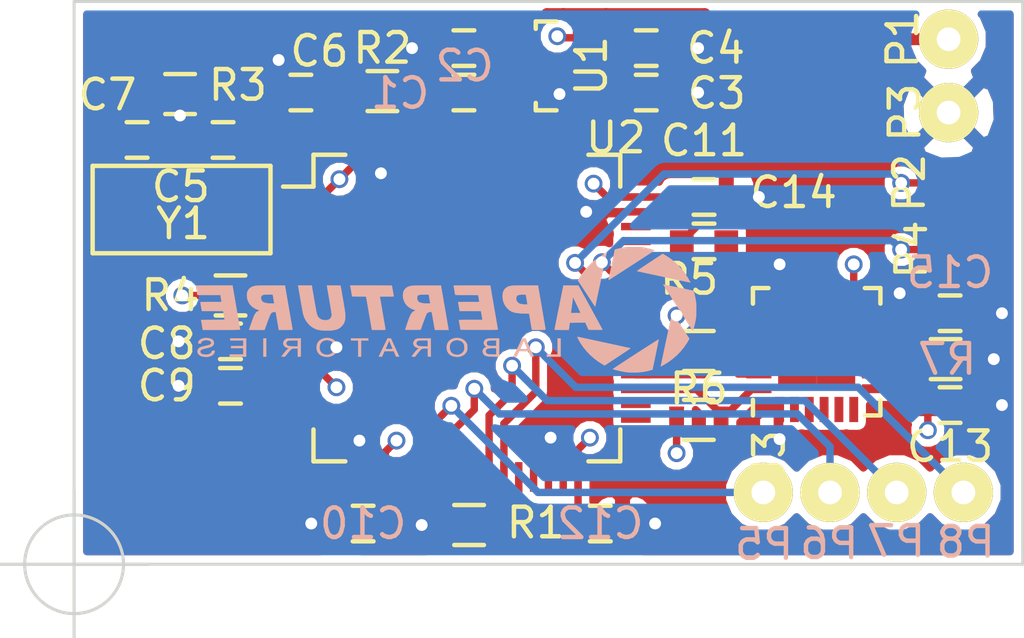
<source format=kicad_pcb>
(kicad_pcb (version 4) (host pcbnew 4.0.2-stable)

  (general
    (links 71)
    (no_connects 0)
    (area 156.5 76.8 191.100002 98.5)
    (thickness 1.6)
    (drawings 6)
    (tracks 210)
    (zones 0)
    (modules 35)
    (nets 20)
  )

  (page A4)
  (layers
    (0 F.Cu signal)
    (1 In1.Cu signal)
    (2 In2.Cu signal)
    (31 B.Cu signal)
    (32 B.Adhes user hide)
    (33 F.Adhes user hide)
    (34 B.Paste user)
    (35 F.Paste user)
    (36 B.SilkS user)
    (37 F.SilkS user)
    (38 B.Mask user)
    (39 F.Mask user)
    (40 Dwgs.User user hide)
    (41 Cmts.User user hide)
    (42 Eco1.User user hide)
    (43 Eco2.User user hide)
    (44 Edge.Cuts user)
    (45 Margin user hide)
    (46 B.CrtYd user hide)
    (47 F.CrtYd user hide)
    (48 B.Fab user)
    (49 F.Fab user)
  )

  (setup
    (last_trace_width 0.25)
    (trace_clearance 0.2)
    (zone_clearance 0.508)
    (zone_45_only no)
    (trace_min 0.2)
    (segment_width 0.2)
    (edge_width 0.1)
    (via_size 0.6)
    (via_drill 0.4)
    (via_min_size 0.4)
    (via_min_drill 0.3)
    (blind_buried_vias_allowed yes)
    (uvia_size 0.3)
    (uvia_drill 0.1)
    (uvias_allowed no)
    (uvia_min_size 0.2)
    (uvia_min_drill 0.1)
    (pcb_text_width 0.3)
    (pcb_text_size 1.5 1.5)
    (mod_edge_width 0.15)
    (mod_text_size 1 1)
    (mod_text_width 0.15)
    (pad_size 1.5 1.5)
    (pad_drill 0.6)
    (pad_to_mask_clearance 0)
    (aux_axis_origin 0 0)
    (visible_elements FFFFFF7F)
    (pcbplotparams
      (layerselection 0x310fc_80000007)
      (usegerberextensions false)
      (excludeedgelayer true)
      (linewidth 0.100000)
      (plotframeref false)
      (viasonmask false)
      (mode 1)
      (useauxorigin false)
      (hpglpennumber 1)
      (hpglpenspeed 20)
      (hpglpendiameter 15)
      (hpglpenoverlay 2)
      (psnegative false)
      (psa4output false)
      (plotreference true)
      (plotvalue true)
      (plotinvisibletext false)
      (padsonsilk false)
      (subtractmaskfromsilk false)
      (outputformat 1)
      (mirror false)
      (drillshape 0)
      (scaleselection 1)
      (outputdirectory ""))
  )

  (net 0 "")
  (net 1 +3V3)
  (net 2 GND)
  (net 3 3V3)
  (net 4 OSCIN)
  (net 5 OSCOUT)
  (net 6 RESET)
  (net 7 "Net-(C14-Pad1)")
  (net 8 "Net-(C15-Pad1)")
  (net 9 USART_TX)
  (net 10 USART_RX)
  (net 11 BOOT1)
  (net 12 BOOT0)
  (net 13 IMU_SDA)
  (net 14 IMU_SCL)
  (net 15 "Net-(R7-Pad1)")
  (net 16 BLDC1)
  (net 17 BLDC2)
  (net 18 BLDC3)
  (net 19 BLDC4)

  (net_class Default "This is the default net class."
    (clearance 0.2)
    (trace_width 0.25)
    (via_dia 0.6)
    (via_drill 0.4)
    (uvia_dia 0.3)
    (uvia_drill 0.1)
    (add_net 3V3)
    (add_net BLDC1)
    (add_net BLDC2)
    (add_net BLDC3)
    (add_net BLDC4)
    (add_net BOOT0)
    (add_net BOOT1)
    (add_net GND)
    (add_net IMU_SCL)
    (add_net IMU_SDA)
    (add_net "Net-(C14-Pad1)")
    (add_net "Net-(C15-Pad1)")
    (add_net "Net-(R7-Pad1)")
    (add_net OSCIN)
    (add_net OSCOUT)
    (add_net RESET)
    (add_net USART_RX)
    (add_net USART_TX)
  )

  (net_class PWR ""
    (clearance 0.2)
    (trace_width 0.5)
    (via_dia 0.6)
    (via_drill 0.4)
    (uvia_dia 0.3)
    (uvia_drill 0.1)
    (add_net +3V3)
  )

  (module Capacitors_SMD:C_0603 (layer F.Cu) (tedit 58F85778) (tstamp 58F839D5)
    (at 172.15 80.075 180)
    (descr "Capacitor SMD 0603, reflow soldering, AVX (see smccp.pdf)")
    (tags "capacitor 0603")
    (path /5804AC8D)
    (attr smd)
    (fp_text reference C1 (at 2.15 -0.025 180) (layer B.SilkS)
      (effects (font (size 1 1) (thickness 0.15)) (justify mirror))
    )
    (fp_text value 106 (at -0.125 -0.075 180) (layer B.Fab)
      (effects (font (size 1 1) (thickness 0.15)) (justify mirror))
    )
    (fp_line (start -1.45 -0.75) (end 1.45 -0.75) (layer F.CrtYd) (width 0.05))
    (fp_line (start -1.45 0.75) (end 1.45 0.75) (layer F.CrtYd) (width 0.05))
    (fp_line (start -1.45 -0.75) (end -1.45 0.75) (layer F.CrtYd) (width 0.05))
    (fp_line (start 1.45 -0.75) (end 1.45 0.75) (layer F.CrtYd) (width 0.05))
    (fp_line (start -0.35 -0.6) (end 0.35 -0.6) (layer F.SilkS) (width 0.15))
    (fp_line (start 0.35 0.6) (end -0.35 0.6) (layer F.SilkS) (width 0.15))
    (pad 1 smd rect (at -0.75 0 180) (size 0.8 0.75) (layers F.Cu F.Paste F.Mask)
      (net 1 +3V3))
    (pad 2 smd rect (at 0.75 0 180) (size 0.8 0.75) (layers F.Cu F.Paste F.Mask)
      (net 2 GND))
    (model Capacitors_SMD.3dshapes/C_0603.wrl
      (at (xyz 0 0 0))
      (scale (xyz 1 1 1))
      (rotate (xyz 0 0 0))
    )
  )

  (module Capacitors_SMD:C_0603 (layer F.Cu) (tedit 58F8575B) (tstamp 58F839E1)
    (at 172.15 78.575 180)
    (descr "Capacitor SMD 0603, reflow soldering, AVX (see smccp.pdf)")
    (tags "capacitor 0603")
    (path /5804AB90)
    (attr smd)
    (fp_text reference C2 (at -0.025 -0.6 180) (layer B.SilkS)
      (effects (font (size 1 1) (thickness 0.15)) (justify mirror))
    )
    (fp_text value 104 (at 0.025 0.65 180) (layer B.Fab)
      (effects (font (size 1 1) (thickness 0.15)) (justify mirror))
    )
    (fp_line (start -1.45 -0.75) (end 1.45 -0.75) (layer F.CrtYd) (width 0.05))
    (fp_line (start -1.45 0.75) (end 1.45 0.75) (layer F.CrtYd) (width 0.05))
    (fp_line (start -1.45 -0.75) (end -1.45 0.75) (layer F.CrtYd) (width 0.05))
    (fp_line (start 1.45 -0.75) (end 1.45 0.75) (layer F.CrtYd) (width 0.05))
    (fp_line (start -0.35 -0.6) (end 0.35 -0.6) (layer F.SilkS) (width 0.15))
    (fp_line (start 0.35 0.6) (end -0.35 0.6) (layer F.SilkS) (width 0.15))
    (pad 1 smd rect (at -0.75 0 180) (size 0.8 0.75) (layers F.Cu F.Paste F.Mask)
      (net 1 +3V3))
    (pad 2 smd rect (at 0.75 0 180) (size 0.8 0.75) (layers F.Cu F.Paste F.Mask)
      (net 2 GND))
    (model Capacitors_SMD.3dshapes/C_0603.wrl
      (at (xyz 0 0 0))
      (scale (xyz 1 1 1))
      (rotate (xyz 0 0 0))
    )
  )

  (module Capacitors_SMD:C_0603 (layer F.Cu) (tedit 5415D631) (tstamp 58F839ED)
    (at 178.3 80.075)
    (descr "Capacitor SMD 0603, reflow soldering, AVX (see smccp.pdf)")
    (tags "capacitor 0603")
    (path /5804ABB8)
    (attr smd)
    (fp_text reference C3 (at 2.375 0.025) (layer F.SilkS)
      (effects (font (size 1 1) (thickness 0.15)))
    )
    (fp_text value 104 (at 4.575 -0.025) (layer F.Fab)
      (effects (font (size 1 1) (thickness 0.15)))
    )
    (fp_line (start -1.45 -0.75) (end 1.45 -0.75) (layer F.CrtYd) (width 0.05))
    (fp_line (start -1.45 0.75) (end 1.45 0.75) (layer F.CrtYd) (width 0.05))
    (fp_line (start -1.45 -0.75) (end -1.45 0.75) (layer F.CrtYd) (width 0.05))
    (fp_line (start 1.45 -0.75) (end 1.45 0.75) (layer F.CrtYd) (width 0.05))
    (fp_line (start -0.35 -0.6) (end 0.35 -0.6) (layer F.SilkS) (width 0.15))
    (fp_line (start 0.35 0.6) (end -0.35 0.6) (layer F.SilkS) (width 0.15))
    (pad 1 smd rect (at -0.75 0) (size 0.8 0.75) (layers F.Cu F.Paste F.Mask)
      (net 3 3V3))
    (pad 2 smd rect (at 0.75 0) (size 0.8 0.75) (layers F.Cu F.Paste F.Mask)
      (net 2 GND))
    (model Capacitors_SMD.3dshapes/C_0603.wrl
      (at (xyz 0 0 0))
      (scale (xyz 1 1 1))
      (rotate (xyz 0 0 0))
    )
  )

  (module Capacitors_SMD:C_0603 (layer F.Cu) (tedit 5415D631) (tstamp 58F839F9)
    (at 178.3 78.575)
    (descr "Capacitor SMD 0603, reflow soldering, AVX (see smccp.pdf)")
    (tags "capacitor 0603")
    (path /5804ACBD)
    (attr smd)
    (fp_text reference C4 (at 2.35 0) (layer F.SilkS)
      (effects (font (size 1 1) (thickness 0.15)))
    )
    (fp_text value 106 (at 4.575 0) (layer F.Fab)
      (effects (font (size 1 1) (thickness 0.15)))
    )
    (fp_line (start -1.45 -0.75) (end 1.45 -0.75) (layer F.CrtYd) (width 0.05))
    (fp_line (start -1.45 0.75) (end 1.45 0.75) (layer F.CrtYd) (width 0.05))
    (fp_line (start -1.45 -0.75) (end -1.45 0.75) (layer F.CrtYd) (width 0.05))
    (fp_line (start 1.45 -0.75) (end 1.45 0.75) (layer F.CrtYd) (width 0.05))
    (fp_line (start -0.35 -0.6) (end 0.35 -0.6) (layer F.SilkS) (width 0.15))
    (fp_line (start 0.35 0.6) (end -0.35 0.6) (layer F.SilkS) (width 0.15))
    (pad 1 smd rect (at -0.75 0) (size 0.8 0.75) (layers F.Cu F.Paste F.Mask)
      (net 3 3V3))
    (pad 2 smd rect (at 0.75 0) (size 0.8 0.75) (layers F.Cu F.Paste F.Mask)
      (net 2 GND))
    (model Capacitors_SMD.3dshapes/C_0603.wrl
      (at (xyz 0 0 0))
      (scale (xyz 1 1 1))
      (rotate (xyz 0 0 0))
    )
  )

  (module Capacitors_SMD:C_0603 (layer F.Cu) (tedit 5415D631) (tstamp 58F83A05)
    (at 164.025 81.675 180)
    (descr "Capacitor SMD 0603, reflow soldering, AVX (see smccp.pdf)")
    (tags "capacitor 0603")
    (path /5804C5E0)
    (attr smd)
    (fp_text reference C5 (at 1.425 -1.575 180) (layer F.SilkS)
      (effects (font (size 1 1) (thickness 0.15)))
    )
    (fp_text value 20pF (at -0.725 3 180) (layer F.Fab)
      (effects (font (size 1 1) (thickness 0.15)))
    )
    (fp_line (start -1.45 -0.75) (end 1.45 -0.75) (layer F.CrtYd) (width 0.05))
    (fp_line (start -1.45 0.75) (end 1.45 0.75) (layer F.CrtYd) (width 0.05))
    (fp_line (start -1.45 -0.75) (end -1.45 0.75) (layer F.CrtYd) (width 0.05))
    (fp_line (start 1.45 -0.75) (end 1.45 0.75) (layer F.CrtYd) (width 0.05))
    (fp_line (start -0.35 -0.6) (end 0.35 -0.6) (layer F.SilkS) (width 0.15))
    (fp_line (start 0.35 0.6) (end -0.35 0.6) (layer F.SilkS) (width 0.15))
    (pad 1 smd rect (at -0.75 0 180) (size 0.8 0.75) (layers F.Cu F.Paste F.Mask)
      (net 4 OSCIN))
    (pad 2 smd rect (at 0.75 0 180) (size 0.8 0.75) (layers F.Cu F.Paste F.Mask)
      (net 2 GND))
    (model Capacitors_SMD.3dshapes/C_0603.wrl
      (at (xyz 0 0 0))
      (scale (xyz 1 1 1))
      (rotate (xyz 0 0 0))
    )
  )

  (module Capacitors_SMD:C_0603 (layer F.Cu) (tedit 5415D631) (tstamp 58F83A11)
    (at 166.65 80.075 180)
    (descr "Capacitor SMD 0603, reflow soldering, AVX (see smccp.pdf)")
    (tags "capacitor 0603")
    (path /58F84580)
    (attr smd)
    (fp_text reference C6 (at -0.625 1.4 180) (layer F.SilkS)
      (effects (font (size 1 1) (thickness 0.15)))
    )
    (fp_text value 104 (at 0 -1.525 180) (layer F.Fab)
      (effects (font (size 1 1) (thickness 0.15)))
    )
    (fp_line (start -1.45 -0.75) (end 1.45 -0.75) (layer F.CrtYd) (width 0.05))
    (fp_line (start -1.45 0.75) (end 1.45 0.75) (layer F.CrtYd) (width 0.05))
    (fp_line (start -1.45 -0.75) (end -1.45 0.75) (layer F.CrtYd) (width 0.05))
    (fp_line (start 1.45 -0.75) (end 1.45 0.75) (layer F.CrtYd) (width 0.05))
    (fp_line (start -0.35 -0.6) (end 0.35 -0.6) (layer F.SilkS) (width 0.15))
    (fp_line (start 0.35 0.6) (end -0.35 0.6) (layer F.SilkS) (width 0.15))
    (pad 1 smd rect (at -0.75 0 180) (size 0.8 0.75) (layers F.Cu F.Paste F.Mask)
      (net 3 3V3))
    (pad 2 smd rect (at 0.75 0 180) (size 0.8 0.75) (layers F.Cu F.Paste F.Mask)
      (net 2 GND))
    (model Capacitors_SMD.3dshapes/C_0603.wrl
      (at (xyz 0 0 0))
      (scale (xyz 1 1 1))
      (rotate (xyz 0 0 0))
    )
  )

  (module Capacitors_SMD:C_0603 (layer F.Cu) (tedit 5415D631) (tstamp 58F83A1D)
    (at 161.125 81.675)
    (descr "Capacitor SMD 0603, reflow soldering, AVX (see smccp.pdf)")
    (tags "capacitor 0603")
    (path /5804C60F)
    (attr smd)
    (fp_text reference C7 (at -1 -1.525) (layer F.SilkS)
      (effects (font (size 1 1) (thickness 0.15)))
    )
    (fp_text value 20pF (at -0.3 -3.025) (layer F.Fab)
      (effects (font (size 1 1) (thickness 0.15)))
    )
    (fp_line (start -1.45 -0.75) (end 1.45 -0.75) (layer F.CrtYd) (width 0.05))
    (fp_line (start -1.45 0.75) (end 1.45 0.75) (layer F.CrtYd) (width 0.05))
    (fp_line (start -1.45 -0.75) (end -1.45 0.75) (layer F.CrtYd) (width 0.05))
    (fp_line (start 1.45 -0.75) (end 1.45 0.75) (layer F.CrtYd) (width 0.05))
    (fp_line (start -0.35 -0.6) (end 0.35 -0.6) (layer F.SilkS) (width 0.15))
    (fp_line (start 0.35 0.6) (end -0.35 0.6) (layer F.SilkS) (width 0.15))
    (pad 1 smd rect (at -0.75 0) (size 0.8 0.75) (layers F.Cu F.Paste F.Mask)
      (net 5 OSCOUT))
    (pad 2 smd rect (at 0.75 0) (size 0.8 0.75) (layers F.Cu F.Paste F.Mask)
      (net 2 GND))
    (model Capacitors_SMD.3dshapes/C_0603.wrl
      (at (xyz 0 0 0))
      (scale (xyz 1 1 1))
      (rotate (xyz 0 0 0))
    )
  )

  (module Capacitors_SMD:C_0603 (layer F.Cu) (tedit 5415D631) (tstamp 58F83A29)
    (at 164.275 88.475 180)
    (descr "Capacitor SMD 0603, reflow soldering, AVX (see smccp.pdf)")
    (tags "capacitor 0603")
    (path /5804C09B)
    (attr smd)
    (fp_text reference C8 (at 2.15 -0.075 180) (layer F.SilkS)
      (effects (font (size 1 1) (thickness 0.15)))
    )
    (fp_text value 104 (at 0.8 -4.4 180) (layer F.Fab)
      (effects (font (size 1 1) (thickness 0.15)))
    )
    (fp_line (start -1.45 -0.75) (end 1.45 -0.75) (layer F.CrtYd) (width 0.05))
    (fp_line (start -1.45 0.75) (end 1.45 0.75) (layer F.CrtYd) (width 0.05))
    (fp_line (start -1.45 -0.75) (end -1.45 0.75) (layer F.CrtYd) (width 0.05))
    (fp_line (start 1.45 -0.75) (end 1.45 0.75) (layer F.CrtYd) (width 0.05))
    (fp_line (start -0.35 -0.6) (end 0.35 -0.6) (layer F.SilkS) (width 0.15))
    (fp_line (start 0.35 0.6) (end -0.35 0.6) (layer F.SilkS) (width 0.15))
    (pad 1 smd rect (at -0.75 0 180) (size 0.8 0.75) (layers F.Cu F.Paste F.Mask)
      (net 6 RESET))
    (pad 2 smd rect (at 0.75 0 180) (size 0.8 0.75) (layers F.Cu F.Paste F.Mask)
      (net 2 GND))
    (model Capacitors_SMD.3dshapes/C_0603.wrl
      (at (xyz 0 0 0))
      (scale (xyz 1 1 1))
      (rotate (xyz 0 0 0))
    )
  )

  (module Capacitors_SMD:C_0603 (layer F.Cu) (tedit 5415D631) (tstamp 58F83A35)
    (at 164.275 89.975 180)
    (descr "Capacitor SMD 0603, reflow soldering, AVX (see smccp.pdf)")
    (tags "capacitor 0603")
    (path /58F8443C)
    (attr smd)
    (fp_text reference C9 (at 2.15 0 180) (layer F.SilkS)
      (effects (font (size 1 1) (thickness 0.15)))
    )
    (fp_text value 104 (at 0.725 -4.1 180) (layer F.Fab)
      (effects (font (size 1 1) (thickness 0.15)))
    )
    (fp_line (start -1.45 -0.75) (end 1.45 -0.75) (layer F.CrtYd) (width 0.05))
    (fp_line (start -1.45 0.75) (end 1.45 0.75) (layer F.CrtYd) (width 0.05))
    (fp_line (start -1.45 -0.75) (end -1.45 0.75) (layer F.CrtYd) (width 0.05))
    (fp_line (start 1.45 -0.75) (end 1.45 0.75) (layer F.CrtYd) (width 0.05))
    (fp_line (start -0.35 -0.6) (end 0.35 -0.6) (layer F.SilkS) (width 0.15))
    (fp_line (start 0.35 0.6) (end -0.35 0.6) (layer F.SilkS) (width 0.15))
    (pad 1 smd rect (at -0.75 0 180) (size 0.8 0.75) (layers F.Cu F.Paste F.Mask)
      (net 3 3V3))
    (pad 2 smd rect (at 0.75 0 180) (size 0.8 0.75) (layers F.Cu F.Paste F.Mask)
      (net 2 GND))
    (model Capacitors_SMD.3dshapes/C_0603.wrl
      (at (xyz 0 0 0))
      (scale (xyz 1 1 1))
      (rotate (xyz 0 0 0))
    )
  )

  (module Capacitors_SMD:C_0603 (layer F.Cu) (tedit 58F8655C) (tstamp 58F83A41)
    (at 168.75 94.625 180)
    (descr "Capacitor SMD 0603, reflow soldering, AVX (see smccp.pdf)")
    (tags "capacitor 0603")
    (path /58F84308)
    (attr smd)
    (fp_text reference C10 (at 0 0 180) (layer B.SilkS)
      (effects (font (size 1 1) (thickness 0.15)) (justify mirror))
    )
    (fp_text value 104 (at 2.8 0 180) (layer F.Fab)
      (effects (font (size 1 1) (thickness 0.15)))
    )
    (fp_line (start -1.45 -0.75) (end 1.45 -0.75) (layer F.CrtYd) (width 0.05))
    (fp_line (start -1.45 0.75) (end 1.45 0.75) (layer F.CrtYd) (width 0.05))
    (fp_line (start -1.45 -0.75) (end -1.45 0.75) (layer F.CrtYd) (width 0.05))
    (fp_line (start 1.45 -0.75) (end 1.45 0.75) (layer F.CrtYd) (width 0.05))
    (fp_line (start -0.35 -0.6) (end 0.35 -0.6) (layer F.SilkS) (width 0.15))
    (fp_line (start 0.35 0.6) (end -0.35 0.6) (layer F.SilkS) (width 0.15))
    (pad 1 smd rect (at -0.75 0 180) (size 0.8 0.75) (layers F.Cu F.Paste F.Mask)
      (net 3 3V3))
    (pad 2 smd rect (at 0.75 0 180) (size 0.8 0.75) (layers F.Cu F.Paste F.Mask)
      (net 2 GND))
    (model Capacitors_SMD.3dshapes/C_0603.wrl
      (at (xyz 0 0 0))
      (scale (xyz 1 1 1))
      (rotate (xyz 0 0 0))
    )
  )

  (module Capacitors_SMD:C_0603 (layer F.Cu) (tedit 5415D631) (tstamp 58F83A4D)
    (at 180.25 83.6)
    (descr "Capacitor SMD 0603, reflow soldering, AVX (see smccp.pdf)")
    (tags "capacitor 0603")
    (path /58F84830)
    (attr smd)
    (fp_text reference C11 (at 0 -1.9) (layer F.SilkS)
      (effects (font (size 1 1) (thickness 0.15)))
    )
    (fp_text value 104 (at 2.75 -1.925) (layer F.Fab)
      (effects (font (size 1 1) (thickness 0.15)))
    )
    (fp_line (start -1.45 -0.75) (end 1.45 -0.75) (layer F.CrtYd) (width 0.05))
    (fp_line (start -1.45 0.75) (end 1.45 0.75) (layer F.CrtYd) (width 0.05))
    (fp_line (start -1.45 -0.75) (end -1.45 0.75) (layer F.CrtYd) (width 0.05))
    (fp_line (start 1.45 -0.75) (end 1.45 0.75) (layer F.CrtYd) (width 0.05))
    (fp_line (start -0.35 -0.6) (end 0.35 -0.6) (layer F.SilkS) (width 0.15))
    (fp_line (start 0.35 0.6) (end -0.35 0.6) (layer F.SilkS) (width 0.15))
    (pad 1 smd rect (at -0.75 0) (size 0.8 0.75) (layers F.Cu F.Paste F.Mask)
      (net 3 3V3))
    (pad 2 smd rect (at 0.75 0) (size 0.8 0.75) (layers F.Cu F.Paste F.Mask)
      (net 2 GND))
    (model Capacitors_SMD.3dshapes/C_0603.wrl
      (at (xyz 0 0 0))
      (scale (xyz 1 1 1))
      (rotate (xyz 0 0 0))
    )
  )

  (module Capacitors_SMD:C_0603 (layer F.Cu) (tedit 58F86569) (tstamp 58F83A59)
    (at 176.75 94.625)
    (descr "Capacitor SMD 0603, reflow soldering, AVX (see smccp.pdf)")
    (tags "capacitor 0603")
    (path /58F83E08)
    (attr smd)
    (fp_text reference C12 (at 0 0) (layer B.SilkS)
      (effects (font (size 1 1) (thickness 0.15)) (justify mirror))
    )
    (fp_text value 104 (at 2.8 0.025) (layer F.Fab)
      (effects (font (size 1 1) (thickness 0.15)))
    )
    (fp_line (start -1.45 -0.75) (end 1.45 -0.75) (layer F.CrtYd) (width 0.05))
    (fp_line (start -1.45 0.75) (end 1.45 0.75) (layer F.CrtYd) (width 0.05))
    (fp_line (start -1.45 -0.75) (end -1.45 0.75) (layer F.CrtYd) (width 0.05))
    (fp_line (start 1.45 -0.75) (end 1.45 0.75) (layer F.CrtYd) (width 0.05))
    (fp_line (start -0.35 -0.6) (end 0.35 -0.6) (layer F.SilkS) (width 0.15))
    (fp_line (start 0.35 0.6) (end -0.35 0.6) (layer F.SilkS) (width 0.15))
    (pad 1 smd rect (at -0.75 0) (size 0.8 0.75) (layers F.Cu F.Paste F.Mask)
      (net 3 3V3))
    (pad 2 smd rect (at 0.75 0) (size 0.8 0.75) (layers F.Cu F.Paste F.Mask)
      (net 2 GND))
    (model Capacitors_SMD.3dshapes/C_0603.wrl
      (at (xyz 0 0 0))
      (scale (xyz 1 1 1))
      (rotate (xyz 0 0 0))
    )
  )

  (module Capacitors_SMD:C_0603 (layer F.Cu) (tedit 5415D631) (tstamp 58F83A65)
    (at 188.55 90.625 180)
    (descr "Capacitor SMD 0603, reflow soldering, AVX (see smccp.pdf)")
    (tags "capacitor 0603")
    (path /5804F20F)
    (attr smd)
    (fp_text reference C13 (at 0 -1.4 180) (layer F.SilkS)
      (effects (font (size 1 1) (thickness 0.15)))
    )
    (fp_text value 104 (at 2.725 -1.45 180) (layer F.Fab)
      (effects (font (size 1 1) (thickness 0.15)))
    )
    (fp_line (start -1.45 -0.75) (end 1.45 -0.75) (layer F.CrtYd) (width 0.05))
    (fp_line (start -1.45 0.75) (end 1.45 0.75) (layer F.CrtYd) (width 0.05))
    (fp_line (start -1.45 -0.75) (end -1.45 0.75) (layer F.CrtYd) (width 0.05))
    (fp_line (start 1.45 -0.75) (end 1.45 0.75) (layer F.CrtYd) (width 0.05))
    (fp_line (start -0.35 -0.6) (end 0.35 -0.6) (layer F.SilkS) (width 0.15))
    (fp_line (start 0.35 0.6) (end -0.35 0.6) (layer F.SilkS) (width 0.15))
    (pad 1 smd rect (at -0.75 0 180) (size 0.8 0.75) (layers F.Cu F.Paste F.Mask)
      (net 2 GND))
    (pad 2 smd rect (at 0.75 0 180) (size 0.8 0.75) (layers F.Cu F.Paste F.Mask)
      (net 3 3V3))
    (model Capacitors_SMD.3dshapes/C_0603.wrl
      (at (xyz 0 0 0))
      (scale (xyz 1 1 1))
      (rotate (xyz 0 0 0))
    )
  )

  (module Capacitors_SMD:C_0603 (layer F.Cu) (tedit 58F86197) (tstamp 58F83A71)
    (at 180.25 85.1 180)
    (descr "Capacitor SMD 0603, reflow soldering, AVX (see smccp.pdf)")
    (tags "capacitor 0603")
    (path /58050600)
    (attr smd)
    (fp_text reference C14 (at -3.025 1.65 180) (layer F.SilkS)
      (effects (font (size 1 1) (thickness 0.15)))
    )
    (fp_text value 2200pF (at -3.675 -0.025 180) (layer B.Fab)
      (effects (font (size 1 1) (thickness 0.15)) (justify mirror))
    )
    (fp_line (start -1.45 -0.75) (end 1.45 -0.75) (layer F.CrtYd) (width 0.05))
    (fp_line (start -1.45 0.75) (end 1.45 0.75) (layer F.CrtYd) (width 0.05))
    (fp_line (start -1.45 -0.75) (end -1.45 0.75) (layer F.CrtYd) (width 0.05))
    (fp_line (start 1.45 -0.75) (end 1.45 0.75) (layer F.CrtYd) (width 0.05))
    (fp_line (start -0.35 -0.6) (end 0.35 -0.6) (layer F.SilkS) (width 0.15))
    (fp_line (start 0.35 0.6) (end -0.35 0.6) (layer F.SilkS) (width 0.15))
    (pad 1 smd rect (at -0.75 0 180) (size 0.8 0.75) (layers F.Cu F.Paste F.Mask)
      (net 7 "Net-(C14-Pad1)"))
    (pad 2 smd rect (at 0.75 0 180) (size 0.8 0.75) (layers F.Cu F.Paste F.Mask)
      (net 2 GND))
    (model Capacitors_SMD.3dshapes/C_0603.wrl
      (at (xyz 0 0 0))
      (scale (xyz 1 1 1))
      (rotate (xyz 0 0 0))
    )
  )

  (module Capacitors_SMD:C_0603 (layer F.Cu) (tedit 58F86158) (tstamp 58F83A7D)
    (at 188.55 87.525)
    (descr "Capacitor SMD 0603, reflow soldering, AVX (see smccp.pdf)")
    (tags "capacitor 0603")
    (path /5804F37C)
    (attr smd)
    (fp_text reference C15 (at 0 -1.375) (layer B.SilkS)
      (effects (font (size 1 1) (thickness 0.15)) (justify mirror))
    )
    (fp_text value 104 (at 0 -2.65) (layer B.Fab)
      (effects (font (size 1 1) (thickness 0.15)) (justify mirror))
    )
    (fp_line (start -1.45 -0.75) (end 1.45 -0.75) (layer F.CrtYd) (width 0.05))
    (fp_line (start -1.45 0.75) (end 1.45 0.75) (layer F.CrtYd) (width 0.05))
    (fp_line (start -1.45 -0.75) (end -1.45 0.75) (layer F.CrtYd) (width 0.05))
    (fp_line (start 1.45 -0.75) (end 1.45 0.75) (layer F.CrtYd) (width 0.05))
    (fp_line (start -0.35 -0.6) (end 0.35 -0.6) (layer F.SilkS) (width 0.15))
    (fp_line (start 0.35 0.6) (end -0.35 0.6) (layer F.SilkS) (width 0.15))
    (pad 1 smd rect (at -0.75 0) (size 0.8 0.75) (layers F.Cu F.Paste F.Mask)
      (net 8 "Net-(C15-Pad1)"))
    (pad 2 smd rect (at 0.75 0) (size 0.8 0.75) (layers F.Cu F.Paste F.Mask)
      (net 2 GND))
    (model Capacitors_SMD.3dshapes/C_0603.wrl
      (at (xyz 0 0 0))
      (scale (xyz 1 1 1))
      (rotate (xyz 0 0 0))
    )
  )

  (module Wire_Pads:SolderWirePad_single_0-8mmDrill (layer F.Cu) (tedit 58F8787B) (tstamp 58F83A82)
    (at 188.5 78.275 90)
    (path /58057C50)
    (fp_text reference P1 (at 0 -1.55 90) (layer F.SilkS)
      (effects (font (size 1 1) (thickness 0.15)))
    )
    (fp_text value + (at 0 1.45 90) (layer F.Fab)
      (effects (font (size 1 1) (thickness 0.15)))
    )
    (pad 1 thru_hole circle (at 0 0 90) (size 1.99898 1.99898) (drill 0.8001) (layers *.Cu *.Mask F.SilkS)
      (net 1 +3V3))
  )

  (module Measurement_Points:Measurement_Point_Round-SMD-Pad_Small (layer F.Cu) (tedit 58F8789C) (tstamp 58F83A87)
    (at 188.525 83.125 90)
    (descr "Mesurement Point, Round, SMD Pad, DM 1.5mm,")
    (tags "Mesurement Point, Round, SMD Pad, DM 1.5mm,")
    (path /58058135)
    (fp_text reference P2 (at 0 -1.35 90) (layer F.SilkS)
      (effects (font (size 1 1) (thickness 0.15)))
    )
    (fp_text value TX (at 0 1.5 90) (layer F.Fab)
      (effects (font (size 1 1) (thickness 0.15)))
    )
    (pad 1 smd circle (at 0 0 90) (size 1.524 1.524) (layers F.Cu F.Paste F.Mask)
      (net 9 USART_TX))
  )

  (module Wire_Pads:SolderWirePad_single_0-8mmDrill (layer F.Cu) (tedit 58F87896) (tstamp 58F83A8C)
    (at 188.5 80.75 90)
    (path /58057CB5)
    (fp_text reference P3 (at 0 -1.475 90) (layer F.SilkS)
      (effects (font (size 1 1) (thickness 0.15)))
    )
    (fp_text value - (at 0 1.425 90) (layer F.Fab)
      (effects (font (size 1 1) (thickness 0.15)))
    )
    (pad 1 thru_hole circle (at 0 0 90) (size 1.99898 1.99898) (drill 0.8001) (layers *.Cu *.Mask F.SilkS)
      (net 2 GND))
  )

  (module Measurement_Points:Measurement_Point_Round-SMD-Pad_Small (layer F.Cu) (tedit 58F878A4) (tstamp 58F83A91)
    (at 188.575 85.375 90)
    (descr "Mesurement Point, Round, SMD Pad, DM 1.5mm,")
    (tags "Mesurement Point, Round, SMD Pad, DM 1.5mm,")
    (path /5805819B)
    (fp_text reference P4 (at 0 -1.325 90) (layer F.SilkS)
      (effects (font (size 1 1) (thickness 0.15)))
    )
    (fp_text value RX (at 0 1.475 90) (layer F.Fab)
      (effects (font (size 1 1) (thickness 0.15)))
    )
    (pad 1 smd circle (at 0 0 90) (size 1.524 1.524) (layers F.Cu F.Paste F.Mask)
      (net 10 USART_RX))
  )

  (module Resistors_SMD:R_0603 (layer F.Cu) (tedit 58F86551) (tstamp 58F83A9D)
    (at 172.325 94.675)
    (descr "Resistor SMD 0603, reflow soldering, Vishay (see dcrcw.pdf)")
    (tags "resistor 0603")
    (path /5804E750)
    (attr smd)
    (fp_text reference R1 (at 2.25 -0.075) (layer F.SilkS)
      (effects (font (size 1 1) (thickness 0.15)))
    )
    (fp_text value 10K (at 0 0.025) (layer B.Fab)
      (effects (font (size 1 1) (thickness 0.15)) (justify mirror))
    )
    (fp_line (start -1.3 -0.8) (end 1.3 -0.8) (layer F.CrtYd) (width 0.05))
    (fp_line (start -1.3 0.8) (end 1.3 0.8) (layer F.CrtYd) (width 0.05))
    (fp_line (start -1.3 -0.8) (end -1.3 0.8) (layer F.CrtYd) (width 0.05))
    (fp_line (start 1.3 -0.8) (end 1.3 0.8) (layer F.CrtYd) (width 0.05))
    (fp_line (start 0.5 0.675) (end -0.5 0.675) (layer F.SilkS) (width 0.15))
    (fp_line (start -0.5 -0.675) (end 0.5 -0.675) (layer F.SilkS) (width 0.15))
    (pad 1 smd rect (at -0.75 0) (size 0.5 0.9) (layers F.Cu F.Paste F.Mask)
      (net 2 GND))
    (pad 2 smd rect (at 0.75 0) (size 0.5 0.9) (layers F.Cu F.Paste F.Mask)
      (net 11 BOOT1))
    (model Resistors_SMD.3dshapes/R_0603.wrl
      (at (xyz 0 0 0))
      (scale (xyz 1 1 1))
      (rotate (xyz 0 0 0))
    )
  )

  (module Resistors_SMD:R_0603 (layer F.Cu) (tedit 5415CC62) (tstamp 58F83AA9)
    (at 169.4 80.025)
    (descr "Resistor SMD 0603, reflow soldering, Vishay (see dcrcw.pdf)")
    (tags "resistor 0603")
    (path /5804E70E)
    (attr smd)
    (fp_text reference R2 (at 0 -1.45) (layer F.SilkS)
      (effects (font (size 1 1) (thickness 0.15)))
    )
    (fp_text value 10K (at 0 -1.975) (layer F.Fab)
      (effects (font (size 1 1) (thickness 0.15)))
    )
    (fp_line (start -1.3 -0.8) (end 1.3 -0.8) (layer F.CrtYd) (width 0.05))
    (fp_line (start -1.3 0.8) (end 1.3 0.8) (layer F.CrtYd) (width 0.05))
    (fp_line (start -1.3 -0.8) (end -1.3 0.8) (layer F.CrtYd) (width 0.05))
    (fp_line (start 1.3 -0.8) (end 1.3 0.8) (layer F.CrtYd) (width 0.05))
    (fp_line (start 0.5 0.675) (end -0.5 0.675) (layer F.SilkS) (width 0.15))
    (fp_line (start -0.5 -0.675) (end 0.5 -0.675) (layer F.SilkS) (width 0.15))
    (pad 1 smd rect (at -0.75 0) (size 0.5 0.9) (layers F.Cu F.Paste F.Mask))
    (pad 2 smd rect (at 0.75 0) (size 0.5 0.9) (layers F.Cu F.Paste F.Mask)
      (net 12 BOOT0))
    (model Resistors_SMD.3dshapes/R_0603.wrl
      (at (xyz 0 0 0))
      (scale (xyz 1 1 1))
      (rotate (xyz 0 0 0))
    )
  )

  (module Resistors_SMD:R_0603 (layer F.Cu) (tedit 58F865AF) (tstamp 58F83AB5)
    (at 162.575 80.125 180)
    (descr "Resistor SMD 0603, reflow soldering, Vishay (see dcrcw.pdf)")
    (tags "resistor 0603")
    (path /5804C652)
    (attr smd)
    (fp_text reference R3 (at -1.95 0.3 180) (layer F.SilkS)
      (effects (font (size 1 1) (thickness 0.15)))
    )
    (fp_text value 1M (at -0.075 0.7 180) (layer B.Fab)
      (effects (font (size 1 1) (thickness 0.15)) (justify mirror))
    )
    (fp_line (start -1.3 -0.8) (end 1.3 -0.8) (layer F.CrtYd) (width 0.05))
    (fp_line (start -1.3 0.8) (end 1.3 0.8) (layer F.CrtYd) (width 0.05))
    (fp_line (start -1.3 -0.8) (end -1.3 0.8) (layer F.CrtYd) (width 0.05))
    (fp_line (start 1.3 -0.8) (end 1.3 0.8) (layer F.CrtYd) (width 0.05))
    (fp_line (start 0.5 0.675) (end -0.5 0.675) (layer F.SilkS) (width 0.15))
    (fp_line (start -0.5 -0.675) (end 0.5 -0.675) (layer F.SilkS) (width 0.15))
    (pad 1 smd rect (at -0.75 0 180) (size 0.5 0.9) (layers F.Cu F.Paste F.Mask)
      (net 4 OSCIN))
    (pad 2 smd rect (at 0.75 0 180) (size 0.5 0.9) (layers F.Cu F.Paste F.Mask)
      (net 5 OSCOUT))
    (model Resistors_SMD.3dshapes/R_0603.wrl
      (at (xyz 0 0 0))
      (scale (xyz 1 1 1))
      (rotate (xyz 0 0 0))
    )
  )

  (module Resistors_SMD:R_0603 (layer F.Cu) (tedit 58F86602) (tstamp 58F83AC1)
    (at 164.275 86.925)
    (descr "Resistor SMD 0603, reflow soldering, Vishay (see dcrcw.pdf)")
    (tags "resistor 0603")
    (path /5804C038)
    (attr smd)
    (fp_text reference R4 (at -2.025 0) (layer F.SilkS)
      (effects (font (size 1 1) (thickness 0.15)))
    )
    (fp_text value 10K (at -0.75 4.7) (layer F.Fab)
      (effects (font (size 1 1) (thickness 0.15)))
    )
    (fp_line (start -1.3 -0.8) (end 1.3 -0.8) (layer F.CrtYd) (width 0.05))
    (fp_line (start -1.3 0.8) (end 1.3 0.8) (layer F.CrtYd) (width 0.05))
    (fp_line (start -1.3 -0.8) (end -1.3 0.8) (layer F.CrtYd) (width 0.05))
    (fp_line (start 1.3 -0.8) (end 1.3 0.8) (layer F.CrtYd) (width 0.05))
    (fp_line (start 0.5 0.675) (end -0.5 0.675) (layer F.SilkS) (width 0.15))
    (fp_line (start -0.5 -0.675) (end 0.5 -0.675) (layer F.SilkS) (width 0.15))
    (pad 1 smd rect (at -0.75 0) (size 0.5 0.9) (layers F.Cu F.Paste F.Mask)
      (net 3 3V3))
    (pad 2 smd rect (at 0.75 0) (size 0.5 0.9) (layers F.Cu F.Paste F.Mask)
      (net 6 RESET))
    (model Resistors_SMD.3dshapes/R_0603.wrl
      (at (xyz 0 0 0))
      (scale (xyz 1 1 1))
      (rotate (xyz 0 0 0))
    )
  )

  (module Resistors_SMD:R_0603 (layer F.Cu) (tedit 5415CC62) (tstamp 58F83ACD)
    (at 180.075 91.125 180)
    (descr "Resistor SMD 0603, reflow soldering, Vishay (see dcrcw.pdf)")
    (tags "resistor 0603")
    (path /5804FD8B)
    (attr smd)
    (fp_text reference R5 (at 0.325 4.75 180) (layer F.SilkS)
      (effects (font (size 1 1) (thickness 0.15)))
    )
    (fp_text value 4.7K (at 0 -1.475 180) (layer F.Fab)
      (effects (font (size 1 1) (thickness 0.15)))
    )
    (fp_line (start -1.3 -0.8) (end 1.3 -0.8) (layer F.CrtYd) (width 0.05))
    (fp_line (start -1.3 0.8) (end 1.3 0.8) (layer F.CrtYd) (width 0.05))
    (fp_line (start -1.3 -0.8) (end -1.3 0.8) (layer F.CrtYd) (width 0.05))
    (fp_line (start 1.3 -0.8) (end 1.3 0.8) (layer F.CrtYd) (width 0.05))
    (fp_line (start 0.5 0.675) (end -0.5 0.675) (layer F.SilkS) (width 0.15))
    (fp_line (start -0.5 -0.675) (end 0.5 -0.675) (layer F.SilkS) (width 0.15))
    (pad 1 smd rect (at -0.75 0 180) (size 0.5 0.9) (layers F.Cu F.Paste F.Mask)
      (net 13 IMU_SDA))
    (pad 2 smd rect (at 0.75 0 180) (size 0.5 0.9) (layers F.Cu F.Paste F.Mask)
      (net 3 3V3))
    (model Resistors_SMD.3dshapes/R_0603.wrl
      (at (xyz 0 0 0))
      (scale (xyz 1 1 1))
      (rotate (xyz 0 0 0))
    )
  )

  (module Resistors_SMD:R_0603 (layer F.Cu) (tedit 5415CC62) (tstamp 58F83AD9)
    (at 180.075 88.8)
    (descr "Resistor SMD 0603, reflow soldering, Vishay (see dcrcw.pdf)")
    (tags "resistor 0603")
    (path /5804FE38)
    (attr smd)
    (fp_text reference R6 (at 0 1.275) (layer F.SilkS)
      (effects (font (size 1 1) (thickness 0.15)))
    )
    (fp_text value 4.7K (at 0 -1.35) (layer F.Fab)
      (effects (font (size 1 1) (thickness 0.15)))
    )
    (fp_line (start -1.3 -0.8) (end 1.3 -0.8) (layer F.CrtYd) (width 0.05))
    (fp_line (start -1.3 0.8) (end 1.3 0.8) (layer F.CrtYd) (width 0.05))
    (fp_line (start -1.3 -0.8) (end -1.3 0.8) (layer F.CrtYd) (width 0.05))
    (fp_line (start 1.3 -0.8) (end 1.3 0.8) (layer F.CrtYd) (width 0.05))
    (fp_line (start 0.5 0.675) (end -0.5 0.675) (layer F.SilkS) (width 0.15))
    (fp_line (start -0.5 -0.675) (end 0.5 -0.675) (layer F.SilkS) (width 0.15))
    (pad 1 smd rect (at -0.75 0) (size 0.5 0.9) (layers F.Cu F.Paste F.Mask)
      (net 3 3V3))
    (pad 2 smd rect (at 0.75 0) (size 0.5 0.9) (layers F.Cu F.Paste F.Mask)
      (net 14 IMU_SCL))
    (model Resistors_SMD.3dshapes/R_0603.wrl
      (at (xyz 0 0 0))
      (scale (xyz 1 1 1))
      (rotate (xyz 0 0 0))
    )
  )

  (module Resistors_SMD:R_0603 (layer F.Cu) (tedit 58F85730) (tstamp 58F83AE5)
    (at 188.4 89.075)
    (descr "Resistor SMD 0603, reflow soldering, Vishay (see dcrcw.pdf)")
    (tags "resistor 0603")
    (path /5805171F)
    (attr smd)
    (fp_text reference R7 (at 0.05 0) (layer B.SilkS)
      (effects (font (size 1 1) (thickness 0.15)) (justify mirror))
    )
    (fp_text value 4.7K (at -2.575 -0.025) (layer B.Fab)
      (effects (font (size 1 1) (thickness 0.15)) (justify mirror))
    )
    (fp_line (start -1.3 -0.8) (end 1.3 -0.8) (layer F.CrtYd) (width 0.05))
    (fp_line (start -1.3 0.8) (end 1.3 0.8) (layer F.CrtYd) (width 0.05))
    (fp_line (start -1.3 -0.8) (end -1.3 0.8) (layer F.CrtYd) (width 0.05))
    (fp_line (start 1.3 -0.8) (end 1.3 0.8) (layer F.CrtYd) (width 0.05))
    (fp_line (start 0.5 0.675) (end -0.5 0.675) (layer F.SilkS) (width 0.15))
    (fp_line (start -0.5 -0.675) (end 0.5 -0.675) (layer F.SilkS) (width 0.15))
    (pad 1 smd rect (at -0.75 0) (size 0.5 0.9) (layers F.Cu F.Paste F.Mask)
      (net 15 "Net-(R7-Pad1)"))
    (pad 2 smd rect (at 0.75 0) (size 0.5 0.9) (layers F.Cu F.Paste F.Mask)
      (net 2 GND))
    (model Resistors_SMD.3dshapes/R_0603.wrl
      (at (xyz 0 0 0))
      (scale (xyz 1 1 1))
      (rotate (xyz 0 0 0))
    )
  )

  (module TO_SOT_Packages_SMD:SOT-23 (layer F.Cu) (tedit 58F8786E) (tstamp 58F83AF5)
    (at 175.22322 79.175 90)
    (descr "SOT-23, Standard")
    (tags SOT-23)
    (path /5804A9D8)
    (attr smd)
    (fp_text reference U1 (at 0 1.225 90) (layer F.SilkS)
      (effects (font (size 1 1) (thickness 0.15)))
    )
    (fp_text value LDO (at 0 0.07678 90) (layer F.Fab)
      (effects (font (size 1 1) (thickness 0.15)))
    )
    (fp_line (start -1.65 -1.6) (end 1.65 -1.6) (layer F.CrtYd) (width 0.05))
    (fp_line (start 1.65 -1.6) (end 1.65 1.6) (layer F.CrtYd) (width 0.05))
    (fp_line (start 1.65 1.6) (end -1.65 1.6) (layer F.CrtYd) (width 0.05))
    (fp_line (start -1.65 1.6) (end -1.65 -1.6) (layer F.CrtYd) (width 0.05))
    (fp_line (start 1.29916 -0.65024) (end 1.2509 -0.65024) (layer F.SilkS) (width 0.15))
    (fp_line (start -1.49982 0.0508) (end -1.49982 -0.65024) (layer F.SilkS) (width 0.15))
    (fp_line (start -1.49982 -0.65024) (end -1.2509 -0.65024) (layer F.SilkS) (width 0.15))
    (fp_line (start 1.29916 -0.65024) (end 1.49982 -0.65024) (layer F.SilkS) (width 0.15))
    (fp_line (start 1.49982 -0.65024) (end 1.49982 0.0508) (layer F.SilkS) (width 0.15))
    (pad 1 smd rect (at -0.95 1.00076 90) (size 0.8001 0.8001) (layers F.Cu F.Paste F.Mask)
      (net 2 GND))
    (pad 2 smd rect (at 0.95 1.00076 90) (size 0.8001 0.8001) (layers F.Cu F.Paste F.Mask)
      (net 3 3V3))
    (pad 3 smd rect (at 0 -0.99822 90) (size 0.8001 0.8001) (layers F.Cu F.Paste F.Mask)
      (net 1 +3V3))
    (model TO_SOT_Packages_SMD.3dshapes/SOT-23.wrl
      (at (xyz 0 0 0))
      (scale (xyz 1 1 1))
      (rotate (xyz 0 0 0))
    )
  )

  (module Housings_QFP:LQFP-64_10x10mm_Pitch0.5mm (layer F.Cu) (tedit 54130A77) (tstamp 58F83B46)
    (at 172.25 87.35)
    (descr "64 LEAD LQFP 10x10mm (see MICREL LQFP10x10-64LD-PL-1.pdf)")
    (tags "QFP 0.5")
    (path /58F83A05)
    (attr smd)
    (fp_text reference U2 (at 5.025 -5.75) (layer F.SilkS)
      (effects (font (size 1 1) (thickness 0.15)))
    )
    (fp_text value STM32F103RCT6 (at 0 4.6) (layer F.Fab)
      (effects (font (size 1 1) (thickness 0.15)))
    )
    (fp_line (start -6.45 -6.45) (end -6.45 6.45) (layer F.CrtYd) (width 0.05))
    (fp_line (start 6.45 -6.45) (end 6.45 6.45) (layer F.CrtYd) (width 0.05))
    (fp_line (start -6.45 -6.45) (end 6.45 -6.45) (layer F.CrtYd) (width 0.05))
    (fp_line (start -6.45 6.45) (end 6.45 6.45) (layer F.CrtYd) (width 0.05))
    (fp_line (start -5.175 -5.175) (end -5.175 -4.1) (layer F.SilkS) (width 0.15))
    (fp_line (start 5.175 -5.175) (end 5.175 -4.1) (layer F.SilkS) (width 0.15))
    (fp_line (start 5.175 5.175) (end 5.175 4.1) (layer F.SilkS) (width 0.15))
    (fp_line (start -5.175 5.175) (end -5.175 4.1) (layer F.SilkS) (width 0.15))
    (fp_line (start -5.175 -5.175) (end -4.1 -5.175) (layer F.SilkS) (width 0.15))
    (fp_line (start -5.175 5.175) (end -4.1 5.175) (layer F.SilkS) (width 0.15))
    (fp_line (start 5.175 5.175) (end 4.1 5.175) (layer F.SilkS) (width 0.15))
    (fp_line (start 5.175 -5.175) (end 4.1 -5.175) (layer F.SilkS) (width 0.15))
    (fp_line (start -5.175 -4.1) (end -6.2 -4.1) (layer F.SilkS) (width 0.15))
    (pad 1 smd rect (at -5.7 -3.75) (size 1 0.25) (layers F.Cu F.Paste F.Mask)
      (net 3 3V3))
    (pad 2 smd rect (at -5.7 -3.25) (size 1 0.25) (layers F.Cu F.Paste F.Mask))
    (pad 3 smd rect (at -5.7 -2.75) (size 1 0.25) (layers F.Cu F.Paste F.Mask))
    (pad 4 smd rect (at -5.7 -2.25) (size 1 0.25) (layers F.Cu F.Paste F.Mask))
    (pad 5 smd rect (at -5.7 -1.75) (size 1 0.25) (layers F.Cu F.Paste F.Mask)
      (net 4 OSCIN))
    (pad 6 smd rect (at -5.7 -1.25) (size 1 0.25) (layers F.Cu F.Paste F.Mask)
      (net 5 OSCOUT))
    (pad 7 smd rect (at -5.7 -0.75) (size 1 0.25) (layers F.Cu F.Paste F.Mask)
      (net 6 RESET))
    (pad 8 smd rect (at -5.7 -0.25) (size 1 0.25) (layers F.Cu F.Paste F.Mask))
    (pad 9 smd rect (at -5.7 0.25) (size 1 0.25) (layers F.Cu F.Paste F.Mask))
    (pad 10 smd rect (at -5.7 0.75) (size 1 0.25) (layers F.Cu F.Paste F.Mask))
    (pad 11 smd rect (at -5.7 1.25) (size 1 0.25) (layers F.Cu F.Paste F.Mask))
    (pad 12 smd rect (at -5.7 1.75) (size 1 0.25) (layers F.Cu F.Paste F.Mask)
      (net 2 GND))
    (pad 13 smd rect (at -5.7 2.25) (size 1 0.25) (layers F.Cu F.Paste F.Mask)
      (net 3 3V3))
    (pad 14 smd rect (at -5.7 2.75) (size 1 0.25) (layers F.Cu F.Paste F.Mask))
    (pad 15 smd rect (at -5.7 3.25) (size 1 0.25) (layers F.Cu F.Paste F.Mask))
    (pad 16 smd rect (at -5.7 3.75) (size 1 0.25) (layers F.Cu F.Paste F.Mask))
    (pad 17 smd rect (at -3.75 5.7 90) (size 1 0.25) (layers F.Cu F.Paste F.Mask))
    (pad 18 smd rect (at -3.25 5.7 90) (size 1 0.25) (layers F.Cu F.Paste F.Mask)
      (net 2 GND))
    (pad 19 smd rect (at -2.75 5.7 90) (size 1 0.25) (layers F.Cu F.Paste F.Mask)
      (net 3 3V3))
    (pad 20 smd rect (at -2.25 5.7 90) (size 1 0.25) (layers F.Cu F.Paste F.Mask))
    (pad 21 smd rect (at -1.75 5.7 90) (size 1 0.25) (layers F.Cu F.Paste F.Mask))
    (pad 22 smd rect (at -1.25 5.7 90) (size 1 0.25) (layers F.Cu F.Paste F.Mask)
      (net 16 BLDC1))
    (pad 23 smd rect (at -0.75 5.7 90) (size 1 0.25) (layers F.Cu F.Paste F.Mask)
      (net 17 BLDC2))
    (pad 24 smd rect (at -0.25 5.7 90) (size 1 0.25) (layers F.Cu F.Paste F.Mask))
    (pad 25 smd rect (at 0.25 5.7 90) (size 1 0.25) (layers F.Cu F.Paste F.Mask))
    (pad 26 smd rect (at 0.75 5.7 90) (size 1 0.25) (layers F.Cu F.Paste F.Mask)
      (net 18 BLDC3))
    (pad 27 smd rect (at 1.25 5.7 90) (size 1 0.25) (layers F.Cu F.Paste F.Mask)
      (net 19 BLDC4))
    (pad 28 smd rect (at 1.75 5.7 90) (size 1 0.25) (layers F.Cu F.Paste F.Mask)
      (net 11 BOOT1))
    (pad 29 smd rect (at 2.25 5.7 90) (size 1 0.25) (layers F.Cu F.Paste F.Mask))
    (pad 30 smd rect (at 2.75 5.7 90) (size 1 0.25) (layers F.Cu F.Paste F.Mask))
    (pad 31 smd rect (at 3.25 5.7 90) (size 1 0.25) (layers F.Cu F.Paste F.Mask)
      (net 2 GND))
    (pad 32 smd rect (at 3.75 5.7 90) (size 1 0.25) (layers F.Cu F.Paste F.Mask)
      (net 3 3V3))
    (pad 33 smd rect (at 5.7 3.75) (size 1 0.25) (layers F.Cu F.Paste F.Mask))
    (pad 34 smd rect (at 5.7 3.25) (size 1 0.25) (layers F.Cu F.Paste F.Mask))
    (pad 35 smd rect (at 5.7 2.75) (size 1 0.25) (layers F.Cu F.Paste F.Mask)
      (net 13 IMU_SDA))
    (pad 36 smd rect (at 5.7 2.25) (size 1 0.25) (layers F.Cu F.Paste F.Mask)
      (net 14 IMU_SCL))
    (pad 37 smd rect (at 5.7 1.75) (size 1 0.25) (layers F.Cu F.Paste F.Mask))
    (pad 38 smd rect (at 5.7 1.25) (size 1 0.25) (layers F.Cu F.Paste F.Mask))
    (pad 39 smd rect (at 5.7 0.75) (size 1 0.25) (layers F.Cu F.Paste F.Mask))
    (pad 40 smd rect (at 5.7 0.25) (size 1 0.25) (layers F.Cu F.Paste F.Mask))
    (pad 41 smd rect (at 5.7 -0.25) (size 1 0.25) (layers F.Cu F.Paste F.Mask))
    (pad 42 smd rect (at 5.7 -0.75) (size 1 0.25) (layers F.Cu F.Paste F.Mask)
      (net 9 USART_TX))
    (pad 43 smd rect (at 5.7 -1.25) (size 1 0.25) (layers F.Cu F.Paste F.Mask)
      (net 10 USART_RX))
    (pad 44 smd rect (at 5.7 -1.75) (size 1 0.25) (layers F.Cu F.Paste F.Mask))
    (pad 45 smd rect (at 5.7 -2.25) (size 1 0.25) (layers F.Cu F.Paste F.Mask))
    (pad 46 smd rect (at 5.7 -2.75) (size 1 0.25) (layers F.Cu F.Paste F.Mask))
    (pad 47 smd rect (at 5.7 -3.25) (size 1 0.25) (layers F.Cu F.Paste F.Mask)
      (net 2 GND))
    (pad 48 smd rect (at 5.7 -3.75) (size 1 0.25) (layers F.Cu F.Paste F.Mask)
      (net 3 3V3))
    (pad 49 smd rect (at 3.75 -5.7 90) (size 1 0.25) (layers F.Cu F.Paste F.Mask))
    (pad 50 smd rect (at 3.25 -5.7 90) (size 1 0.25) (layers F.Cu F.Paste F.Mask))
    (pad 51 smd rect (at 2.75 -5.7 90) (size 1 0.25) (layers F.Cu F.Paste F.Mask))
    (pad 52 smd rect (at 2.25 -5.7 90) (size 1 0.25) (layers F.Cu F.Paste F.Mask))
    (pad 53 smd rect (at 1.75 -5.7 90) (size 1 0.25) (layers F.Cu F.Paste F.Mask))
    (pad 54 smd rect (at 1.25 -5.7 90) (size 1 0.25) (layers F.Cu F.Paste F.Mask))
    (pad 55 smd rect (at 0.75 -5.7 90) (size 1 0.25) (layers F.Cu F.Paste F.Mask))
    (pad 56 smd rect (at 0.25 -5.7 90) (size 1 0.25) (layers F.Cu F.Paste F.Mask))
    (pad 57 smd rect (at -0.25 -5.7 90) (size 1 0.25) (layers F.Cu F.Paste F.Mask))
    (pad 58 smd rect (at -0.75 -5.7 90) (size 1 0.25) (layers F.Cu F.Paste F.Mask))
    (pad 59 smd rect (at -1.25 -5.7 90) (size 1 0.25) (layers F.Cu F.Paste F.Mask))
    (pad 60 smd rect (at -1.75 -5.7 90) (size 1 0.25) (layers F.Cu F.Paste F.Mask)
      (net 12 BOOT0))
    (pad 61 smd rect (at -2.25 -5.7 90) (size 1 0.25) (layers F.Cu F.Paste F.Mask))
    (pad 62 smd rect (at -2.75 -5.7 90) (size 1 0.25) (layers F.Cu F.Paste F.Mask))
    (pad 63 smd rect (at -3.25 -5.7 90) (size 1 0.25) (layers F.Cu F.Paste F.Mask)
      (net 2 GND))
    (pad 64 smd rect (at -3.75 -5.7 90) (size 1 0.25) (layers F.Cu F.Paste F.Mask)
      (net 3 3V3))
    (model Housings_QFP.3dshapes/LQFP-64_10x10mm_Pitch0.5mm.wrl
      (at (xyz 0 0 0))
      (scale (xyz 1 1 1))
      (rotate (xyz 0 0 0))
    )
  )

  (module Housings_DFN_QFN:QFN-24-1EP_4x4mm_Pitch0.5mm (layer F.Cu) (tedit 58F857AD) (tstamp 58F83B71)
    (at 184.05 88.825 90)
    (descr "24-Lead Plastic Quad Flat, No Lead Package (MJ) - 4x4x0.9 mm Body [QFN]; (see Microchip Packaging Specification 00000049BS.pdf)")
    (tags "QFN 0.5")
    (path /5804F00F)
    (attr smd)
    (fp_text reference U3 (at -3.65 -1.6 90) (layer F.SilkS)
      (effects (font (size 1 1) (thickness 0.15)))
    )
    (fp_text value MPU6050 (at -0.1 0.075 180) (layer B.Fab)
      (effects (font (size 1 1) (thickness 0.15)) (justify mirror))
    )
    (fp_line (start -2.65 -2.65) (end -2.65 2.65) (layer F.CrtYd) (width 0.05))
    (fp_line (start 2.65 -2.65) (end 2.65 2.65) (layer F.CrtYd) (width 0.05))
    (fp_line (start -2.65 -2.65) (end 2.65 -2.65) (layer F.CrtYd) (width 0.05))
    (fp_line (start -2.65 2.65) (end 2.65 2.65) (layer F.CrtYd) (width 0.05))
    (fp_line (start 2.15 -2.15) (end 2.15 -1.625) (layer F.SilkS) (width 0.15))
    (fp_line (start -2.15 2.15) (end -2.15 1.625) (layer F.SilkS) (width 0.15))
    (fp_line (start 2.15 2.15) (end 2.15 1.625) (layer F.SilkS) (width 0.15))
    (fp_line (start -2.15 -2.15) (end -1.625 -2.15) (layer F.SilkS) (width 0.15))
    (fp_line (start -2.15 2.15) (end -1.625 2.15) (layer F.SilkS) (width 0.15))
    (fp_line (start 2.15 2.15) (end 1.625 2.15) (layer F.SilkS) (width 0.15))
    (fp_line (start 2.15 -2.15) (end 1.625 -2.15) (layer F.SilkS) (width 0.15))
    (pad 1 smd rect (at -1.95 -1.25 90) (size 0.85 0.3) (layers F.Cu F.Paste F.Mask)
      (net 2 GND))
    (pad 2 smd rect (at -1.95 -0.75 90) (size 0.85 0.3) (layers F.Cu F.Paste F.Mask))
    (pad 3 smd rect (at -1.95 -0.25 90) (size 0.85 0.3) (layers F.Cu F.Paste F.Mask))
    (pad 4 smd rect (at -1.95 0.25 90) (size 0.85 0.3) (layers F.Cu F.Paste F.Mask))
    (pad 5 smd rect (at -1.95 0.75 90) (size 0.85 0.3) (layers F.Cu F.Paste F.Mask))
    (pad 6 smd rect (at -1.95 1.25 90) (size 0.85 0.3) (layers F.Cu F.Paste F.Mask))
    (pad 7 smd rect (at -1.25 1.95 180) (size 0.85 0.3) (layers F.Cu F.Paste F.Mask))
    (pad 8 smd rect (at -0.75 1.95 180) (size 0.85 0.3) (layers F.Cu F.Paste F.Mask)
      (net 3 3V3))
    (pad 9 smd rect (at -0.25 1.95 180) (size 0.85 0.3) (layers F.Cu F.Paste F.Mask)
      (net 15 "Net-(R7-Pad1)"))
    (pad 10 smd rect (at 0.25 1.95 180) (size 0.85 0.3) (layers F.Cu F.Paste F.Mask)
      (net 8 "Net-(C15-Pad1)"))
    (pad 11 smd rect (at 0.75 1.95 180) (size 0.85 0.3) (layers F.Cu F.Paste F.Mask)
      (net 2 GND))
    (pad 12 smd rect (at 1.25 1.95 180) (size 0.85 0.3) (layers F.Cu F.Paste F.Mask))
    (pad 13 smd rect (at 1.95 1.25 90) (size 0.85 0.3) (layers F.Cu F.Paste F.Mask)
      (net 3 3V3))
    (pad 14 smd rect (at 1.95 0.75 90) (size 0.85 0.3) (layers F.Cu F.Paste F.Mask))
    (pad 15 smd rect (at 1.95 0.25 90) (size 0.85 0.3) (layers F.Cu F.Paste F.Mask))
    (pad 16 smd rect (at 1.95 -0.25 90) (size 0.85 0.3) (layers F.Cu F.Paste F.Mask))
    (pad 17 smd rect (at 1.95 -0.75 90) (size 0.85 0.3) (layers F.Cu F.Paste F.Mask))
    (pad 18 smd rect (at 1.95 -1.25 90) (size 0.85 0.3) (layers F.Cu F.Paste F.Mask)
      (net 2 GND))
    (pad 19 smd rect (at 1.25 -1.95 180) (size 0.85 0.3) (layers F.Cu F.Paste F.Mask))
    (pad 20 smd rect (at 0.75 -1.95 180) (size 0.85 0.3) (layers F.Cu F.Paste F.Mask)
      (net 7 "Net-(C14-Pad1)"))
    (pad 21 smd rect (at 0.25 -1.95 180) (size 0.85 0.3) (layers F.Cu F.Paste F.Mask))
    (pad 22 smd rect (at -0.25 -1.95 180) (size 0.85 0.3) (layers F.Cu F.Paste F.Mask))
    (pad 23 smd rect (at -0.75 -1.95 180) (size 0.85 0.3) (layers F.Cu F.Paste F.Mask)
      (net 14 IMU_SCL))
    (pad 24 smd rect (at -1.25 -1.95 180) (size 0.85 0.3) (layers F.Cu F.Paste F.Mask)
      (net 13 IMU_SDA))
    (pad 25 smd rect (at 0.65 0.65 90) (size 1.3 1.3) (layers F.Cu F.Paste F.Mask)
      (solder_paste_margin_ratio -0.2))
    (pad 25 smd rect (at 0.65 -0.65 90) (size 1.3 1.3) (layers F.Cu F.Paste F.Mask)
      (solder_paste_margin_ratio -0.2))
    (pad 25 smd rect (at -0.65 0.65 90) (size 1.3 1.3) (layers F.Cu F.Paste F.Mask)
      (solder_paste_margin_ratio -0.2))
    (pad 25 smd rect (at -0.65 -0.65 90) (size 1.3 1.3) (layers F.Cu F.Paste F.Mask)
      (solder_paste_margin_ratio -0.2))
    (model Housings_DFN_QFN.3dshapes/QFN-24-1EP_4x4mm_Pitch0.5mm.wrl
      (at (xyz 0 0 0))
      (scale (xyz 1 1 1))
      (rotate (xyz 0 0 0))
    )
  )

  (module Crystals:SMD-5032 (layer F.Cu) (tedit 58F5D3D5) (tstamp 58F83B7B)
    (at 162.625 84 180)
    (path /5804C698)
    (attr smd)
    (fp_text reference Y1 (at -0.05 -0.5 180) (layer F.SilkS)
      (effects (font (size 1 1) (thickness 0.15)))
    )
    (fp_text value 8MHz (at 0 -1.525 180) (layer F.Fab)
      (effects (font (size 1 1) (thickness 0.15)))
    )
    (fp_line (start 3 -1.5) (end -3 -1.5) (layer F.SilkS) (width 0.15))
    (fp_line (start 3 1.45) (end 3 -1.5) (layer F.SilkS) (width 0.15))
    (fp_line (start -3 1.45) (end 3 1.45) (layer F.SilkS) (width 0.15))
    (fp_line (start -3 -1.5) (end -3 1.45) (layer F.SilkS) (width 0.15))
    (pad 1 smd rect (at -1.85 0 270) (size 2.4 1.7) (layers F.Cu F.Paste F.Mask)
      (net 4 OSCIN))
    (pad 2 smd rect (at 1.85 0 270) (size 2.4 1.7) (layers F.Cu F.Paste F.Mask)
      (net 5 OSCOUT))
  )

  (module Symbols:Aperture_LOGO_20mm (layer B.Cu) (tedit 58F8602E) (tstamp 58FA0D41)
    (at 171.55 87.4 180)
    (fp_text reference "" (at -0.05 -2.9 180) (layer B.SilkS) hide
      (effects (font (thickness 0.3)) (justify mirror))
    )
    (fp_text value "" (at 0 4.1 180) (layer B.SilkS) hide
      (effects (font (thickness 0.3)) (justify mirror))
    )
    (fp_poly (pts (xy -7.161815 -1.014675) (xy -7.141316 -1.026639) (xy -7.108452 -1.046675) (xy -7.064135 -1.074204)
      (xy -7.009281 -1.108645) (xy -6.944803 -1.149419) (xy -6.871616 -1.195945) (xy -6.790635 -1.247644)
      (xy -6.702773 -1.303935) (xy -6.608945 -1.364239) (xy -6.510065 -1.427975) (xy -6.407048 -1.494564)
      (xy -6.395155 -1.502263) (xy -6.291734 -1.569292) (xy -6.192442 -1.633778) (xy -6.098188 -1.695122)
      (xy -6.009881 -1.752726) (xy -5.928431 -1.805995) (xy -5.854746 -1.854329) (xy -5.789736 -1.897131)
      (xy -5.734309 -1.933804) (xy -5.689375 -1.963751) (xy -5.655843 -1.986373) (xy -5.634622 -2.001074)
      (xy -5.626622 -2.007255) (xy -5.626587 -2.007388) (xy -5.638048 -2.014433) (xy -5.663717 -2.023769)
      (xy -5.701111 -2.034833) (xy -5.747745 -2.047062) (xy -5.801137 -2.059891) (xy -5.858803 -2.072759)
      (xy -5.91826 -2.085101) (xy -5.977025 -2.096354) (xy -6.032614 -2.105955) (xy -6.082544 -2.11334)
      (xy -6.106249 -2.116205) (xy -6.161037 -2.120467) (xy -6.227998 -2.123044) (xy -6.30246 -2.123977)
      (xy -6.37975 -2.123311) (xy -6.455198 -2.121088) (xy -6.524131 -2.117351) (xy -6.581877 -2.112145)
      (xy -6.584884 -2.111786) (xy -6.646561 -2.102954) (xy -6.71454 -2.090947) (xy -6.783462 -2.076883)
      (xy -6.847968 -2.06188) (xy -6.902698 -2.047052) (xy -6.917297 -2.042519) (xy -6.962875 -2.027767)
      (xy -7.066953 -1.524) (xy -7.085485 -1.434001) (xy -7.102897 -1.348864) (xy -7.118899 -1.270046)
      (xy -7.1332 -1.199005) (xy -7.145511 -1.137197) (xy -7.155541 -1.08608) (xy -7.162999 -1.047111)
      (xy -7.167597 -1.021746) (xy -7.169044 -1.011443) (xy -7.169032 -1.011364) (xy -7.161815 -1.014675)) (layer B.SilkS) (width 0.01))
    (fp_poly (pts (xy -7.627637 -0.11718) (xy -7.625202 -0.126031) (xy -7.619545 -0.150103) (xy -7.610945 -0.188097)
      (xy -7.59968 -0.238713) (xy -7.58603 -0.300653) (xy -7.570274 -0.372617) (xy -7.552689 -0.453306)
      (xy -7.533556 -0.541421) (xy -7.513151 -0.635662) (xy -7.491755 -0.734731) (xy -7.469646 -0.837328)
      (xy -7.447102 -0.942153) (xy -7.424403 -1.047909) (xy -7.401827 -1.153295) (xy -7.379653 -1.257013)
      (xy -7.358159 -1.357763) (xy -7.337625 -1.454245) (xy -7.318329 -1.545162) (xy -7.30055 -1.629213)
      (xy -7.284566 -1.705099) (xy -7.270656 -1.771522) (xy -7.2591 -1.827181) (xy -7.250175 -1.870779)
      (xy -7.244161 -1.901014) (xy -7.241336 -1.916589) (xy -7.241181 -1.91847) (xy -7.249192 -1.915677)
      (xy -7.269022 -1.906033) (xy -7.297754 -1.891024) (xy -7.332466 -1.872135) (xy -7.335211 -1.870613)
      (xy -7.4932 -1.773957) (xy -7.642227 -1.664699) (xy -7.781037 -1.544083) (xy -7.908371 -1.413354)
      (xy -8.022974 -1.273755) (xy -8.123588 -1.126529) (xy -8.173461 -1.041019) (xy -8.203846 -0.985605)
      (xy -7.918273 -0.548599) (xy -7.867728 -0.471461) (xy -7.819878 -0.398844) (xy -7.775527 -0.331937)
      (xy -7.735476 -0.271934) (xy -7.700529 -0.220025) (xy -7.671487 -0.177403) (xy -7.649155 -0.145258)
      (xy -7.634334 -0.124782) (xy -7.627828 -0.117167) (xy -7.627637 -0.11718)) (layer B.SilkS) (width 0.01))
    (fp_poly (pts (xy -4.427998 -0.926594) (xy -4.430333 -0.939001) (xy -4.439808 -0.961932) (xy -4.457077 -0.997226)
      (xy -4.461805 -1.00648) (xy -4.542553 -1.146723) (xy -4.638318 -1.283427) (xy -4.747268 -1.414724)
      (xy -4.867571 -1.538748) (xy -4.997393 -1.653629) (xy -5.134903 -1.757502) (xy -5.278267 -1.848499)
      (xy -5.300614 -1.861174) (xy -5.347661 -1.887438) (xy -5.592714 -1.725907) (xy -5.662048 -1.680202)
      (xy -5.737284 -1.630603) (xy -5.814576 -1.579644) (xy -5.890078 -1.529862) (xy -5.959944 -1.483793)
      (xy -6.020329 -1.443971) (xy -6.031493 -1.436609) (xy -6.081793 -1.403187) (xy -6.1267 -1.372872)
      (xy -6.164489 -1.346867) (xy -6.193433 -1.326376) (xy -6.211809 -1.312603) (xy -6.21789 -1.306751)
      (xy -6.21776 -1.30665) (xy -6.208067 -1.304425) (xy -6.183679 -1.299037) (xy -6.146456 -1.290889)
      (xy -6.098257 -1.280386) (xy -6.040939 -1.267934) (xy -5.976361 -1.253937) (xy -5.906383 -1.2388)
      (xy -5.897033 -1.23678) (xy -5.808918 -1.217736) (xy -5.710628 -1.196479) (xy -5.607156 -1.174091)
      (xy -5.503496 -1.151652) (xy -5.40464 -1.130243) (xy -5.315582 -1.110945) (xy -5.287433 -1.104842)
      (xy -5.145154 -1.074002) (xy -5.018606 -1.046603) (xy -4.906979 -1.022471) (xy -4.80946 -1.001435)
      (xy -4.725237 -0.98332) (xy -4.653501 -0.967956) (xy -4.593437 -0.955168) (xy -4.544236 -0.944785)
      (xy -4.505085 -0.936633) (xy -4.475173 -0.93054) (xy -4.453688 -0.926333) (xy -4.439818 -0.92384)
      (xy -4.432752 -0.922888) (xy -4.432149 -0.922867) (xy -4.427998 -0.926594)) (layer B.SilkS) (width 0.01))
    (fp_poly (pts (xy -0.321061 -0.962461) (xy -0.305675 -0.964446) (xy -0.228647 -0.982782) (xy -0.16221 -1.013228)
      (xy -0.107251 -1.054881) (xy -0.064657 -1.106837) (xy -0.035313 -1.168193) (xy -0.020106 -1.238046)
      (xy -0.018594 -1.257157) (xy -0.021669 -1.334467) (xy -0.039116 -1.403395) (xy -0.070475 -1.463229)
      (xy -0.115288 -1.513261) (xy -0.173094 -1.55278) (xy -0.224367 -1.574977) (xy -0.267578 -1.58602)
      (xy -0.319783 -1.593495) (xy -0.37434 -1.596927) (xy -0.424606 -1.595839) (xy -0.456283 -1.591606)
      (xy -0.50553 -1.57655) (xy -0.556667 -1.55316) (xy -0.603174 -1.52483) (xy -0.635028 -1.498572)
      (xy -0.65932 -1.469721) (xy -0.682491 -1.434891) (xy -0.693014 -1.415186) (xy -0.703445 -1.390969)
      (xy -0.710064 -1.368741) (xy -0.713705 -1.343398) (xy -0.715207 -1.309837) (xy -0.715415 -1.280883)
      (xy -0.617507 -1.280883) (xy -0.616178 -1.327906) (xy -0.609621 -1.36729) (xy -0.609543 -1.367568)
      (xy -0.588273 -1.414208) (xy -0.553501 -1.456484) (xy -0.5086 -1.491476) (xy -0.456939 -1.516263)
      (xy -0.428889 -1.524074) (xy -0.382647 -1.528462) (xy -0.330326 -1.52525) (xy -0.280361 -1.515307)
      (xy -0.254 -1.506028) (xy -0.201551 -1.475297) (xy -0.16241 -1.434769) (xy -0.136122 -1.383735)
      (xy -0.122229 -1.321488) (xy -0.120295 -1.298508) (xy -0.120914 -1.236167) (xy -0.131155 -1.184888)
      (xy -0.15221 -1.141047) (xy -0.185274 -1.101017) (xy -0.185369 -1.100923) (xy -0.232595 -1.064699)
      (xy -0.288178 -1.042278) (xy -0.353373 -1.033192) (xy -0.367735 -1.032934) (xy -0.435178 -1.039763)
      (xy -0.494652 -1.059649) (xy -0.544474 -1.091691) (xy -0.582965 -1.134987) (xy -0.59442 -1.154493)
      (xy -0.606198 -1.188126) (xy -0.614037 -1.232273) (xy -0.617507 -1.280883) (xy -0.715415 -1.280883)
      (xy -0.715433 -1.278467) (xy -0.714985 -1.23655) (xy -0.71307 -1.206536) (xy -0.708831 -1.183406)
      (xy -0.701412 -1.162141) (xy -0.692194 -1.142246) (xy -0.654219 -1.083442) (xy -0.60413 -1.034996)
      (xy -0.543849 -0.997791) (xy -0.475296 -0.972711) (xy -0.400393 -0.960639) (xy -0.321061 -0.962461)) (layer B.SilkS) (width 0.01))
    (fp_poly (pts (xy 4.116908 -0.971599) (xy 4.190267 -0.996536) (xy 4.205359 -1.003572) (xy 4.265123 -1.040573)
      (xy 4.311151 -1.086779) (xy 4.344214 -1.14326) (xy 4.365083 -1.211082) (xy 4.368394 -1.229357)
      (xy 4.372237 -1.302877) (xy 4.360323 -1.372922) (xy 4.333232 -1.437478) (xy 4.292141 -1.493884)
      (xy 4.243766 -1.534652) (xy 4.18393 -1.566215) (xy 4.115918 -1.587692) (xy 4.043018 -1.5982)
      (xy 3.968515 -1.596857) (xy 3.930026 -1.591141) (xy 3.862996 -1.570143) (xy 3.801551 -1.535787)
      (xy 3.748754 -1.490407) (xy 3.70767 -1.436341) (xy 3.69468 -1.411684) (xy 3.682793 -1.383904)
      (xy 3.675531 -1.359644) (xy 3.671816 -1.332959) (xy 3.670854 -1.305833) (xy 3.768709 -1.305833)
      (xy 3.771153 -1.336462) (xy 3.778201 -1.364909) (xy 3.784083 -1.381525) (xy 3.81151 -1.431351)
      (xy 3.851055 -1.471988) (xy 3.900036 -1.502474) (xy 3.95577 -1.521847) (xy 4.015574 -1.529145)
      (xy 4.076766 -1.523404) (xy 4.131267 -1.506092) (xy 4.179624 -1.480183) (xy 4.215352 -1.448943)
      (xy 4.242691 -1.40848) (xy 4.24707 -1.399874) (xy 4.265208 -1.345806) (xy 4.271772 -1.28526)
      (xy 4.266673 -1.2242) (xy 4.25053 -1.170198) (xy 4.221296 -1.12264) (xy 4.179984 -1.081875)
      (xy 4.131252 -1.052149) (xy 4.113136 -1.045081) (xy 4.064033 -1.035038) (xy 4.008277 -1.03354)
      (xy 3.952524 -1.040132) (xy 3.903427 -1.054358) (xy 3.890434 -1.060332) (xy 3.844109 -1.089669)
      (xy 3.810369 -1.12468) (xy 3.787641 -1.168049) (xy 3.774352 -1.222459) (xy 3.769984 -1.265767)
      (xy 3.768709 -1.305833) (xy 3.670854 -1.305833) (xy 3.670572 -1.297905) (xy 3.670529 -1.278467)
      (xy 3.671313 -1.237461) (xy 3.674122 -1.207345) (xy 3.680058 -1.182101) (xy 3.690223 -1.15571)
      (xy 3.694909 -1.14525) (xy 3.730286 -1.087326) (xy 3.777562 -1.039443) (xy 3.834579 -1.0022)
      (xy 3.89918 -0.976195) (xy 3.969207 -0.962028) (xy 4.042502 -0.960296) (xy 4.116908 -0.971599)) (layer B.SilkS) (width 0.01))
    (fp_poly (pts (xy 8.142229 -0.963203) (xy 8.150837 -0.964368) (xy 8.218471 -0.978638) (xy 8.271889 -0.999689)
      (xy 8.312777 -1.028478) (xy 8.342821 -1.065964) (xy 8.348957 -1.077046) (xy 8.362313 -1.107678)
      (xy 8.364317 -1.127755) (xy 8.354402 -1.139777) (xy 8.333317 -1.146033) (xy 8.302452 -1.150351)
      (xy 8.28418 -1.149814) (xy 8.274568 -1.143266) (xy 8.269685 -1.129547) (xy 8.269186 -1.127146)
      (xy 8.254096 -1.093084) (xy 8.224782 -1.065847) (xy 8.18286 -1.046277) (xy 8.129946 -1.035214)
      (xy 8.088268 -1.032981) (xy 8.033823 -1.037447) (xy 7.98836 -1.05003) (xy 7.953775 -1.069669)
      (xy 7.931963 -1.095308) (xy 7.9248 -1.124261) (xy 7.930023 -1.150032) (xy 7.946742 -1.171175)
      (xy 7.976531 -1.188809) (xy 8.020964 -1.204056) (xy 8.045725 -1.210336) (xy 8.091515 -1.221091)
      (xy 8.141863 -1.232948) (xy 8.187176 -1.243648) (xy 8.194577 -1.245399) (xy 8.251467 -1.260993)
      (xy 8.294862 -1.278159) (xy 8.328202 -1.298507) (xy 8.349712 -1.317908) (xy 8.377521 -1.357732)
      (xy 8.389735 -1.400041) (xy 8.387099 -1.44287) (xy 8.370354 -1.484251) (xy 8.340244 -1.522219)
      (xy 8.297512 -1.554806) (xy 8.251884 -1.576782) (xy 8.214917 -1.586647) (xy 8.16709 -1.593494)
      (xy 8.114265 -1.596958) (xy 8.062308 -1.596672) (xy 8.01708 -1.592272) (xy 8.013415 -1.591639)
      (xy 7.954648 -1.575419) (xy 7.902775 -1.550246) (xy 7.859944 -1.517988) (xy 7.828303 -1.480517)
      (xy 7.809999 -1.439701) (xy 7.806267 -1.41126) (xy 7.80764 -1.397262) (xy 7.814804 -1.39063)
      (xy 7.832327 -1.38864) (xy 7.844367 -1.388533) (xy 7.872138 -1.388859) (xy 7.887899 -1.391636)
      (xy 7.896573 -1.399571) (xy 7.903083 -1.415367) (xy 7.905347 -1.422034) (xy 7.92643 -1.458623)
      (xy 7.961351 -1.488002) (xy 8.008218 -1.50923) (xy 8.06514 -1.521368) (xy 8.110487 -1.523953)
      (xy 8.171619 -1.51948) (xy 8.222015 -1.506622) (xy 8.260292 -1.486052) (xy 8.285061 -1.458445)
      (xy 8.293696 -1.434901) (xy 8.294752 -1.407095) (xy 8.285736 -1.383435) (xy 8.265353 -1.363068)
      (xy 8.232304 -1.345139) (xy 8.185292 -1.328793) (xy 8.123022 -1.313177) (xy 8.102107 -1.3087)
      (xy 8.031203 -1.292784) (xy 7.974945 -1.277146) (xy 7.931099 -1.26075) (xy 7.897427 -1.242557)
      (xy 7.871696 -1.221531) (xy 7.85167 -1.196633) (xy 7.847911 -1.190703) (xy 7.834817 -1.1541)
      (xy 7.834506 -1.112534) (xy 7.846037 -1.070964) (xy 7.868471 -1.034348) (xy 7.879759 -1.022674)
      (xy 7.916932 -0.998167) (xy 7.966106 -0.979033) (xy 8.022941 -0.966205) (xy 8.083095 -0.960618)
      (xy 8.142229 -0.963203)) (layer B.SilkS) (width 0.01))
    (fp_poly (pts (xy -3.7592 -1.515533) (xy -3.395133 -1.515533) (xy -3.395133 -1.591733) (xy -3.8608 -1.591733)
      (xy -3.8608 -0.973667) (xy -3.7592 -0.973667) (xy -3.7592 -1.515533)) (layer B.SilkS) (width 0.01))
    (fp_poly (pts (xy -2.417215 -1.279972) (xy -2.384756 -1.346274) (xy -2.354754 -1.407784) (xy -2.328004 -1.462855)
      (xy -2.305301 -1.509841) (xy -2.287442 -1.547093) (xy -2.27522 -1.572964) (xy -2.269431 -1.585807)
      (xy -2.269066 -1.586889) (xy -2.27678 -1.589389) (xy -2.296912 -1.591138) (xy -2.322498 -1.591733)
      (xy -2.37593 -1.591733) (xy -2.419212 -1.4986) (xy -2.462493 -1.405467) (xy -2.774911 -1.405467)
      (xy -2.815166 -1.4986) (xy -2.855422 -1.591733) (xy -2.905715 -1.591733) (xy -2.933635 -1.591144)
      (xy -2.948054 -1.588634) (xy -2.952388 -1.583095) (xy -2.951279 -1.576917) (xy -2.946768 -1.566096)
      (xy -2.935963 -1.541687) (xy -2.919674 -1.505473) (xy -2.898711 -1.45924) (xy -2.873882 -1.40477)
      (xy -2.845997 -1.343848) (xy -2.841562 -1.334194) (xy -2.7432 -1.334194) (xy -2.735229 -1.335445)
      (xy -2.713303 -1.336502) (xy -2.680397 -1.33728) (xy -2.639487 -1.337691) (xy -2.620433 -1.337733)
      (xy -2.577028 -1.337398) (xy -2.540362 -1.336477) (xy -2.513411 -1.335093) (xy -2.499154 -1.333373)
      (xy -2.497666 -1.332572) (xy -2.500922 -1.323496) (xy -2.509942 -1.301584) (xy -2.523608 -1.26947)
      (xy -2.540802 -1.22979) (xy -2.556071 -1.194989) (xy -2.575581 -1.150511) (xy -2.592769 -1.110865)
      (xy -2.606424 -1.078885) (xy -2.615331 -1.057405) (xy -2.618174 -1.049867) (xy -2.622451 -1.050027)
      (xy -2.629771 -1.063401) (xy -2.63673 -1.08186) (xy -2.646047 -1.107093) (xy -2.660499 -1.142966)
      (xy -2.67813 -1.184741) (xy -2.696981 -1.227682) (xy -2.697394 -1.228603) (xy -2.714358 -1.266649)
      (xy -2.728481 -1.298807) (xy -2.738474 -1.322104) (xy -2.743048 -1.333568) (xy -2.7432 -1.334194)
      (xy -2.841562 -1.334194) (xy -2.815864 -1.278258) (xy -2.812063 -1.27) (xy -2.677576 -0.9779)
      (xy -2.565363 -0.9779) (xy -2.417215 -1.279972)) (layer B.SilkS) (width 0.01))
    (fp_poly (pts (xy -1.537355 -0.974196) (xy -1.479077 -0.976043) (xy -1.433032 -0.979591) (xy -1.396883 -0.985229)
      (xy -1.368293 -0.993341) (xy -1.344924 -1.004314) (xy -1.324439 -1.018533) (xy -1.320897 -1.021451)
      (xy -1.289075 -1.057821) (xy -1.272312 -1.098718) (xy -1.270409 -1.141323) (xy -1.283168 -1.182822)
      (xy -1.310388 -1.220398) (xy -1.336487 -1.241889) (xy -1.364471 -1.260747) (xy -1.332052 -1.27427)
      (xy -1.288476 -1.299918) (xy -1.255842 -1.334526) (xy -1.235931 -1.37522) (xy -1.230524 -1.419127)
      (xy -1.232436 -1.434982) (xy -1.240438 -1.45996) (xy -1.254292 -1.48916) (xy -1.261322 -1.501136)
      (xy -1.28035 -1.525759) (xy -1.304242 -1.545735) (xy -1.334735 -1.561483) (xy -1.373569 -1.573423)
      (xy -1.422483 -1.581973) (xy -1.483218 -1.587553) (xy -1.557511 -1.590582) (xy -1.636183 -1.591472)
      (xy -1.786467 -1.591733) (xy -1.786467 -1.516961) (xy -1.693333 -1.516961) (xy -1.551517 -1.51413)
      (xy -1.497619 -1.512825) (xy -1.457784 -1.511161) (xy -1.42914 -1.508809) (xy -1.408818 -1.505439)
      (xy -1.393946 -1.500724) (xy -1.38232 -1.494739) (xy -1.352735 -1.468528) (xy -1.336072 -1.435849)
      (xy -1.332873 -1.400552) (xy -1.34368 -1.36649) (xy -1.361122 -1.344239) (xy -1.380265 -1.329494)
      (xy -1.403722 -1.31864) (xy -1.434158 -1.311168) (xy -1.474239 -1.306571) (xy -1.526631 -1.30434)
      (xy -1.572683 -1.303914) (xy -1.693333 -1.303867) (xy -1.693333 -1.516961) (xy -1.786467 -1.516961)
      (xy -1.786467 -1.227667) (xy -1.693333 -1.227667) (xy -1.570295 -1.227667) (xy -1.51052 -1.226909)
      (xy -1.465984 -1.224551) (xy -1.435055 -1.220465) (xy -1.419001 -1.215861) (xy -1.386392 -1.194452)
      (xy -1.36768 -1.164846) (xy -1.363855 -1.129804) (xy -1.375198 -1.093428) (xy -1.38568 -1.077415)
      (xy -1.399928 -1.065384) (xy -1.420422 -1.056677) (xy -1.449637 -1.050638) (xy -1.49005 -1.046608)
      (xy -1.54414 -1.043931) (xy -1.564217 -1.043268) (xy -1.693333 -1.039341) (xy -1.693333 -1.227667)
      (xy -1.786467 -1.227667) (xy -1.786467 -0.973667) (xy -1.610203 -0.973667) (xy -1.537355 -0.974196)) (layer B.SilkS) (width 0.01))
    (fp_poly (pts (xy 0.808077 -0.973975) (xy 0.870457 -0.975121) (xy 0.920029 -0.977438) (xy 0.95885 -0.981261)
      (xy 0.98898 -0.986922) (xy 1.012477 -0.994756) (xy 1.031399 -1.005095) (xy 1.047806 -1.018274)
      (xy 1.056019 -1.026351) (xy 1.088407 -1.069771) (xy 1.104874 -1.11487) (xy 1.106013 -1.159592)
      (xy 1.092418 -1.201882) (xy 1.064686 -1.239684) (xy 1.023408 -1.270941) (xy 0.979721 -1.290296)
      (xy 0.952188 -1.298324) (xy 0.928606 -1.303193) (xy 0.920913 -1.303867) (xy 0.91316 -1.305716)
      (xy 0.917628 -1.312287) (xy 0.93554 -1.325118) (xy 0.940259 -1.328193) (xy 0.969986 -1.350202)
      (xy 0.999624 -1.376375) (xy 1.008446 -1.385343) (xy 1.026941 -1.4064) (xy 1.049997 -1.434375)
      (xy 1.075396 -1.466356) (xy 1.100919 -1.499432) (xy 1.124346 -1.530691) (xy 1.143457 -1.55722)
      (xy 1.156034 -1.576108) (xy 1.159934 -1.584098) (xy 1.152214 -1.587998) (xy 1.132026 -1.590749)
      (xy 1.105261 -1.591733) (xy 1.050588 -1.591733) (xy 1.002193 -1.53035) (xy 0.960698 -1.477893)
      (xy 0.927968 -1.437038) (xy 0.902422 -1.40598) (xy 0.882482 -1.382914) (xy 0.866565 -1.366036)
      (xy 0.853093 -1.353541) (xy 0.840485 -1.343626) (xy 0.835696 -1.340232) (xy 0.819049 -1.329642)
      (xy 0.802821 -1.3226) (xy 0.782762 -1.318206) (xy 0.754619 -1.315556) (xy 0.714144 -1.31375)
      (xy 0.710153 -1.313612) (xy 0.618495 -1.310475) (xy 0.616164 -1.448988) (xy 0.613834 -1.5875)
      (xy 0.56515 -1.590039) (xy 0.516467 -1.592579) (xy 0.516467 -1.0414) (xy 0.618067 -1.0414)
      (xy 0.618067 -1.246488) (xy 0.76835 -1.243039) (xy 0.82717 -1.24134) (xy 0.87147 -1.239156)
      (xy 0.90366 -1.236255) (xy 0.926151 -1.232404) (xy 0.941355 -1.227368) (xy 0.944053 -1.226028)
      (xy 0.967679 -1.210422) (xy 0.986387 -1.193778) (xy 0.999753 -1.167961) (xy 1.003578 -1.13547)
      (xy 0.997861 -1.103618) (xy 0.986367 -1.083454) (xy 0.971703 -1.069212) (xy 0.954866 -1.058534)
      (xy 0.933292 -1.050929) (xy 0.904416 -1.045905) (xy 0.865674 -1.042974) (xy 0.814499 -1.041643)
      (xy 0.766505 -1.0414) (xy 0.618067 -1.0414) (xy 0.516467 -1.0414) (xy 0.516467 -0.973667)
      (xy 0.73083 -0.973667) (xy 0.808077 -0.973975)) (layer B.SilkS) (width 0.01))
    (fp_poly (pts (xy 2.121556 -1.27449) (xy 2.153973 -1.340798) (xy 2.183925 -1.402454) (xy 2.210614 -1.457783)
      (xy 2.23324 -1.505111) (xy 2.251005 -1.542763) (xy 2.263109 -1.569066) (xy 2.268753 -1.582345)
      (xy 2.269067 -1.583523) (xy 2.261371 -1.587829) (xy 2.241347 -1.590802) (xy 2.217614 -1.591733)
      (xy 2.16616 -1.591733) (xy 2.122879 -1.4986) (xy 2.079597 -1.405467) (xy 1.922449 -1.405642)
      (xy 1.7653 -1.405818) (xy 1.726422 -1.496659) (xy 1.687545 -1.5875) (xy 1.634558 -1.590043)
      (xy 1.607727 -1.590268) (xy 1.589713 -1.588358) (xy 1.584536 -1.585036) (xy 1.588625 -1.575914)
      (xy 1.599024 -1.553113) (xy 1.614955 -1.51833) (xy 1.635637 -1.473264) (xy 1.660292 -1.419612)
      (xy 1.688141 -1.359071) (xy 1.701687 -1.329647) (xy 1.8034 -1.329647) (xy 1.811474 -1.3328)
      (xy 1.834138 -1.335303) (xy 1.869057 -1.336996) (xy 1.913895 -1.337718) (xy 1.921934 -1.337733)
      (xy 1.973231 -1.337127) (xy 2.010804 -1.335362) (xy 2.033558 -1.332517) (xy 2.040467 -1.329046)
      (xy 2.037187 -1.318829) (xy 2.028083 -1.29581) (xy 2.014257 -1.262638) (xy 1.99681 -1.221962)
      (xy 1.979165 -1.181676) (xy 1.917864 -1.042993) (xy 1.895889 -1.10358) (xy 1.882126 -1.139514)
      (xy 1.864308 -1.183273) (xy 1.845528 -1.22733) (xy 1.838657 -1.242863) (xy 1.823851 -1.276664)
      (xy 1.812107 -1.304905) (xy 1.804921 -1.323906) (xy 1.8034 -1.329647) (xy 1.701687 -1.329647)
      (xy 1.718402 -1.293341) (xy 1.726586 -1.275576) (xy 1.865671 -0.973667) (xy 1.974046 -0.973667)
      (xy 2.121556 -1.27449)) (layer B.SilkS) (width 0.01))
    (fp_poly (pts (xy 3.208867 -1.040935) (xy 3.088217 -1.043284) (xy 2.967567 -1.045634) (xy 2.965333 -1.318683)
      (xy 2.963099 -1.591733) (xy 2.8702 -1.591733) (xy 2.8702 -1.0414) (xy 2.624667 -1.0414)
      (xy 2.624667 -0.973667) (xy 3.208867 -0.973667) (xy 3.208867 -1.040935)) (layer B.SilkS) (width 0.01))
    (fp_poly (pts (xy 5.373476 -0.9779) (xy 5.414464 -1.0033) (xy 5.453328 -1.035843) (xy 5.479937 -1.076006)
      (xy 5.493232 -1.120577) (xy 5.492153 -1.166344) (xy 5.480037 -1.202038) (xy 5.453601 -1.237649)
      (xy 5.414744 -1.267904) (xy 5.367808 -1.289819) (xy 5.341829 -1.296894) (xy 5.291003 -1.307392)
      (xy 5.319236 -1.321876) (xy 5.349897 -1.34293) (xy 5.387291 -1.378186) (xy 5.431697 -1.427938)
      (xy 5.483395 -1.492481) (xy 5.491322 -1.502833) (xy 5.555828 -1.5875) (xy 5.497831 -1.590202)
      (xy 5.466896 -1.591237) (xy 5.447634 -1.589653) (xy 5.434815 -1.583799) (xy 5.423205 -1.572024)
      (xy 5.41734 -1.564802) (xy 5.403391 -1.54729) (xy 5.381843 -1.52014) (xy 5.355592 -1.487002)
      (xy 5.327532 -1.451527) (xy 5.326389 -1.450081) (xy 5.297196 -1.414804) (xy 5.267998 -1.382389)
      (xy 5.242141 -1.356381) (xy 5.222972 -1.340327) (xy 5.222634 -1.340102) (xy 5.205214 -1.329536)
      (xy 5.188263 -1.322508) (xy 5.167462 -1.318119) (xy 5.138494 -1.315467) (xy 5.09704 -1.313652)
      (xy 5.095568 -1.313601) (xy 5.0038 -1.31046) (xy 5.0038 -1.591733) (xy 4.958645 -1.591733)
      (xy 4.932295 -1.590752) (xy 4.913395 -1.588234) (xy 4.907845 -1.586089) (xy 4.906545 -1.576605)
      (xy 4.905351 -1.552127) (xy 4.904298 -1.514593) (xy 4.903421 -1.465942) (xy 4.902755 -1.408114)
      (xy 4.902337 -1.343046) (xy 4.9022 -1.276458) (xy 4.9022 -1.0414) (xy 5.0038 -1.0414)
      (xy 5.0038 -1.246245) (xy 5.154083 -1.243135) (xy 5.210896 -1.241695) (xy 5.253585 -1.239865)
      (xy 5.28496 -1.237354) (xy 5.307829 -1.23387) (xy 5.325002 -1.229122) (xy 5.33649 -1.224237)
      (xy 5.367818 -1.201124) (xy 5.386964 -1.170729) (xy 5.392863 -1.136823) (xy 5.384452 -1.103173)
      (xy 5.374912 -1.088083) (xy 5.360793 -1.072464) (xy 5.344645 -1.06071) (xy 5.323943 -1.052293)
      (xy 5.296166 -1.046682) (xy 5.25879 -1.04335) (xy 5.209293 -1.041766) (xy 5.152239 -1.0414)
      (xy 5.0038 -1.0414) (xy 4.9022 -1.0414) (xy 4.9022 -0.972472) (xy 5.373476 -0.9779)) (layer B.SilkS) (width 0.01))
    (fp_poly (pts (xy 6.163733 -1.591733) (xy 6.0706 -1.591733) (xy 6.0706 -0.973667) (xy 6.163733 -0.973667)
      (xy 6.163733 -1.591733)) (layer B.SilkS) (width 0.01))
    (fp_poly (pts (xy 7.281333 -1.0414) (xy 6.840512 -1.0414) (xy 6.8453 -1.2319) (xy 7.050617 -1.234167)
      (xy 7.255933 -1.236435) (xy 7.255933 -1.303867) (xy 6.841067 -1.303867) (xy 6.841067 -1.515533)
      (xy 7.298267 -1.515533) (xy 7.298267 -1.591733) (xy 6.747933 -1.591733) (xy 6.747933 -0.973667)
      (xy 7.281333 -0.973667) (xy 7.281333 -1.0414)) (layer B.SilkS) (width 0.01))
    (fp_poly (pts (xy -7.325092 0.842405) (xy -7.329298 0.83522) (xy -7.341944 0.814906) (xy -7.362315 0.782579)
      (xy -7.389696 0.739356) (xy -7.423373 0.686354) (xy -7.46263 0.624688) (xy -7.506753 0.555474)
      (xy -7.555026 0.47983) (xy -7.606735 0.398871) (xy -7.661165 0.313714) (xy -7.717601 0.225475)
      (xy -7.775329 0.13527) (xy -7.833632 0.044216) (xy -7.891797 -0.046571) (xy -7.949108 -0.135974)
      (xy -8.004852 -0.222878) (xy -8.058311 -0.306166) (xy -8.108773 -0.384721) (xy -8.155521 -0.457428)
      (xy -8.197842 -0.523169) (xy -8.23502 -0.58083) (xy -8.266339 -0.629292) (xy -8.291087 -0.667441)
      (xy -8.308547 -0.694159) (xy -8.318004 -0.708331) (xy -8.319405 -0.710258) (xy -8.323985 -0.70574)
      (xy -8.3312 -0.690299) (xy -8.33167 -0.689091) (xy -8.343311 -0.654704) (xy -8.356976 -0.607753)
      (xy -8.371646 -0.55233) (xy -8.386303 -0.492529) (xy -8.399928 -0.432443) (xy -8.411501 -0.376165)
      (xy -8.416918 -0.34662) (xy -8.42305 -0.309305) (xy -8.427777 -0.275129) (xy -8.431275 -0.241013)
      (xy -8.43372 -0.203877) (xy -8.435289 -0.160643) (xy -8.436158 -0.10823) (xy -8.436505 -0.043559)
      (xy -8.436537 -0.004234) (xy -8.436373 0.067798) (xy -8.435792 0.125929) (xy -8.434616 0.173188)
      (xy -8.432672 0.212607) (xy -8.429783 0.247215) (xy -8.425775 0.280042) (xy -8.420472 0.314119)
      (xy -8.416951 0.334433) (xy -8.408889 0.377089) (xy -8.399187 0.424188) (xy -8.38856 0.47271)
      (xy -8.377725 0.51963) (xy -8.367398 0.561927) (xy -8.358295 0.596578) (xy -8.351132 0.620561)
      (xy -8.346738 0.63075) (xy -8.337934 0.633193) (xy -8.314323 0.638635) (xy -8.277636 0.646717)
      (xy -8.229605 0.657082) (xy -8.171961 0.669369) (xy -8.106436 0.683221) (xy -8.034761 0.698279)
      (xy -7.958669 0.714184) (xy -7.87989 0.730577) (xy -7.800156 0.7471) (xy -7.721198 0.763393)
      (xy -7.644749 0.779099) (xy -7.572539 0.793858) (xy -7.5063 0.807311) (xy -7.447764 0.819101)
      (xy -7.398662 0.828868) (xy -7.360726 0.836253) (xy -7.335686 0.840898) (xy -7.325276 0.842444)
      (xy -7.325092 0.842405)) (layer B.SilkS) (width 0.01))
    (fp_poly (pts (xy 4.991263 0.79375) (xy 4.98902 0.781946) (xy 4.9842 0.755073) (xy 4.977086 0.714754)
      (xy 4.96796 0.662611) (xy 4.957105 0.600266) (xy 4.944804 0.529339) (xy 4.93134 0.451454)
      (xy 4.916996 0.368232) (xy 4.910655 0.331372) (xy 4.89576 0.245185) (xy 4.881354 0.162703)
      (xy 4.867756 0.085688) (xy 4.855284 0.015905) (xy 4.844257 -0.044881) (xy 4.834993 -0.094908)
      (xy 4.82781 -0.132411) (xy 4.823027 -0.155626) (xy 4.821942 -0.16019) (xy 4.786925 -0.263647)
      (xy 4.73773 -0.360871) (xy 4.675852 -0.449711) (xy 4.602785 -0.528016) (xy 4.521361 -0.592735)
      (xy 4.454646 -0.632601) (xy 4.384638 -0.663495) (xy 4.308744 -0.686047) (xy 4.224373 -0.700885)
      (xy 4.128931 -0.708637) (xy 4.03727 -0.710127) (xy 3.984402 -0.70935) (xy 3.933099 -0.707897)
      (xy 3.887588 -0.705936) (xy 3.852092 -0.703639) (xy 3.836629 -0.702076) (xy 3.755103 -0.688558)
      (xy 3.687053 -0.670242) (xy 3.629367 -0.645744) (xy 3.578937 -0.613681) (xy 3.53265 -0.572668)
      (xy 3.522897 -0.562502) (xy 3.479946 -0.511575) (xy 3.447782 -0.460704) (xy 3.425177 -0.406399)
      (xy 3.4109 -0.345171) (xy 3.403723 -0.273531) (xy 3.402285 -0.220134) (xy 3.402344 -0.19556)
      (xy 3.402967 -0.171564) (xy 3.404383 -0.146489) (xy 3.406824 -0.118677) (xy 3.410519 -0.086471)
      (xy 3.415698 -0.048212) (xy 3.422591 -0.002244) (xy 3.431428 0.05309) (xy 3.44244 0.11945)
      (xy 3.455856 0.198491) (xy 3.471906 0.291873) (xy 3.479258 0.334433) (xy 3.494049 0.419795)
      (xy 3.508077 0.500384) (xy 3.521061 0.574611) (xy 3.532719 0.640883) (xy 3.542771 0.69761)
      (xy 3.550934 0.743201) (xy 3.556927 0.776064) (xy 3.560469 0.794608) (xy 3.561224 0.797983)
      (xy 3.563652 0.80242) (xy 3.569263 0.805877) (xy 3.579957 0.808473) (xy 3.597636 0.81033)
      (xy 3.624201 0.81157) (xy 3.661552 0.812314) (xy 3.711589 0.812682) (xy 3.776214 0.812797)
      (xy 3.793637 0.8128) (xy 3.853789 0.812645) (xy 3.907994 0.81221) (xy 3.954068 0.811535)
      (xy 3.989826 0.810662) (xy 4.013084 0.809632) (xy 4.021659 0.808489) (xy 4.021667 0.808453)
      (xy 4.020265 0.799536) (xy 4.016234 0.775447) (xy 4.009831 0.737702) (xy 4.001317 0.687813)
      (xy 3.99095 0.627295) (xy 3.97899 0.557663) (xy 3.965696 0.480429) (xy 3.951327 0.397108)
      (xy 3.941234 0.338667) (xy 3.92617 0.250803) (xy 3.912025 0.166947) (xy 3.899064 0.088765)
      (xy 3.887553 0.017926) (xy 3.877757 -0.043905) (xy 3.869942 -0.095059) (xy 3.864373 -0.133869)
      (xy 3.861317 -0.158669) (xy 3.8608 -0.166121) (xy 3.867618 -0.226331) (xy 3.887632 -0.276253)
      (xy 3.92018 -0.315333) (xy 3.964601 -0.343014) (xy 4.020232 -0.358742) (xy 4.086413 -0.36196)
      (xy 4.093634 -0.36157) (xy 4.15689 -0.353129) (xy 4.209744 -0.335292) (xy 4.257017 -0.30608)
      (xy 4.283113 -0.283769) (xy 4.297774 -0.269712) (xy 4.310634 -0.255987) (xy 4.322059 -0.241249)
      (xy 4.332415 -0.224154) (xy 4.342066 -0.203358) (xy 4.351378 -0.177519) (xy 4.360717 -0.145291)
      (xy 4.370448 -0.105331) (xy 4.380937 -0.056295) (xy 4.39255 0.00316) (xy 4.405651 0.074379)
      (xy 4.420607 0.158705) (xy 4.437783 0.257482) (xy 4.450709 0.332387) (xy 4.533505 0.8128)
      (xy 4.995656 0.8128) (xy 4.991263 0.79375)) (layer B.SilkS) (width 0.01))
    (fp_poly (pts (xy -3.807302 0.069972) (xy -3.785218 -0.039679) (xy -3.764116 -0.144588) (xy -3.744234 -0.243569)
      (xy -3.725809 -0.335433) (xy -3.709079 -0.418994) (xy -3.694281 -0.493062) (xy -3.681652 -0.556452)
      (xy -3.671429 -0.607974) (xy -3.66385 -0.646442) (xy -3.659152 -0.670668) (xy -3.657572 -0.67945)
      (xy -3.665691 -0.681084) (xy -3.688615 -0.682562) (xy -3.724216 -0.683828) (xy -3.770365 -0.684826)
      (xy -3.824934 -0.685499) (xy -3.885795 -0.685792) (xy -3.89784 -0.6858) (xy -4.138079 -0.6858)
      (xy -4.169833 -0.4445) (xy -4.694767 -0.440656) (xy -4.750302 -0.561112) (xy -4.805838 -0.681567)
      (xy -5.041243 -0.683819) (xy -5.112781 -0.68436) (xy -5.168923 -0.684418) (xy -5.211202 -0.683939)
      (xy -5.24115 -0.682865) (xy -5.260299 -0.68114) (xy -5.270183 -0.678708) (xy -5.272332 -0.675514)
      (xy -5.272272 -0.675352) (xy -5.267676 -0.666563) (xy -5.255508 -0.643936) (xy -5.236323 -0.608489)
      (xy -5.210675 -0.56124) (xy -5.179118 -0.503208) (xy -5.142207 -0.43541) (xy -5.100497 -0.358865)
      (xy -5.054541 -0.27459) (xy -5.004894 -0.183605) (xy -4.969368 -0.118534) (xy -4.537706 -0.118534)
      (xy -4.207733 -0.118534) (xy -4.212733 -0.086784) (xy -4.215146 -0.070196) (xy -4.219444 -0.03933)
      (xy -4.225285 0.003305) (xy -4.232327 0.055199) (xy -4.24023 0.113846) (xy -4.24865 0.176736)
      (xy -4.249356 0.182033) (xy -4.28098 0.4191) (xy -4.29581 0.390932) (xy -4.303603 0.375368)
      (xy -4.31742 0.346993) (xy -4.336065 0.308316) (xy -4.358344 0.261844) (xy -4.383063 0.210085)
      (xy -4.409027 0.155547) (xy -4.435041 0.100738) (xy -4.45991 0.048164) (xy -4.482439 0.000335)
      (xy -4.501435 -0.040243) (xy -4.50929 -0.05715) (xy -4.537706 -0.118534) (xy -4.969368 -0.118534)
      (xy -4.952111 -0.086927) (xy -4.896746 0.014427) (xy -4.865302 0.071967) (xy -4.462709 0.808566)
      (xy -4.209885 0.810805) (xy -3.95706 0.813043) (xy -3.807302 0.069972)) (layer B.SilkS) (width 0.01))
    (fp_poly (pts (xy -2.67691 0.812504) (xy -2.570169 0.812326) (xy -2.478819 0.811869) (xy -2.401319 0.811005)
      (xy -2.336128 0.809608) (xy -2.281705 0.807549) (xy -2.236509 0.804703) (xy -2.198999 0.800941)
      (xy -2.167633 0.796136) (xy -2.140871 0.790162) (xy -2.11717 0.78289) (xy -2.094991 0.774195)
      (xy -2.072791 0.763948) (xy -2.069578 0.762375) (xy -2.010982 0.724732) (xy -1.964857 0.675815)
      (xy -1.931354 0.615969) (xy -1.910625 0.545539) (xy -1.902821 0.464868) (xy -1.906182 0.391238)
      (xy -1.924239 0.29097) (xy -1.957168 0.198303) (xy -2.004689 0.113875) (xy -2.058906 0.046303)
      (xy -2.10412 0.002174) (xy -2.151077 -0.034387) (xy -2.201843 -0.064048) (xy -2.258484 -0.087478)
      (xy -2.323065 -0.105348) (xy -2.397652 -0.118326) (xy -2.484309 -0.127082) (xy -2.585102 -0.132284)
      (xy -2.61253 -0.133102) (xy -2.799359 -0.138003) (xy -2.892291 -0.681567) (xy -3.122545 -0.68382)
      (xy -3.191748 -0.684397) (xy -3.245813 -0.684559) (xy -3.286533 -0.684227) (xy -3.315701 -0.683318)
      (xy -3.33511 -0.681752) (xy -3.346553 -0.679447) (xy -3.351821 -0.676322) (xy -3.3528 -0.673395)
      (xy -3.351401 -0.663756) (xy -3.347373 -0.638903) (xy -3.340968 -0.600308) (xy -3.332438 -0.549442)
      (xy -3.322035 -0.487778) (xy -3.310011 -0.416787) (xy -3.296619 -0.337941) (xy -3.282109 -0.252712)
      (xy -3.266735 -0.162572) (xy -3.250748 -0.068994) (xy -3.234401 0.026552) (xy -3.217946 0.122592)
      (xy -3.207598 0.182904) (xy -2.742529 0.182904) (xy -2.741813 0.17612) (xy -2.737113 0.171801)
      (xy -2.725622 0.169629) (xy -2.704533 0.16929) (xy -2.671038 0.170465) (xy -2.643716 0.171772)
      (xy -2.5991 0.174987) (xy -2.55584 0.179846) (xy -2.519539 0.185629) (xy -2.499664 0.190314)
      (xy -2.450789 0.212801) (xy -2.411117 0.246004) (xy -2.382057 0.287104) (xy -2.365021 0.333282)
      (xy -2.361419 0.381718) (xy -2.372662 0.429594) (xy -2.376065 0.437293) (xy -2.390782 0.461163)
      (xy -2.41069 0.478808) (xy -2.438221 0.491043) (xy -2.475806 0.49868) (xy -2.525877 0.502532)
      (xy -2.573862 0.503429) (xy -2.688157 0.503767) (xy -2.715008 0.351367) (xy -2.723653 0.301649)
      (xy -2.731217 0.256915) (xy -2.737211 0.22015) (xy -2.741147 0.194345) (xy -2.742529 0.182904)
      (xy -3.207598 0.182904) (xy -3.201634 0.217656) (xy -3.185717 0.310271) (xy -3.170449 0.398965)
      (xy -3.15608 0.482266) (xy -3.142864 0.558703) (xy -3.131051 0.626803) (xy -3.120895 0.685094)
      (xy -3.112647 0.732105) (xy -3.106559 0.766364) (xy -3.102883 0.786398) (xy -3.102268 0.789516)
      (xy -3.097454 0.8128) (xy -2.67691 0.812504)) (layer B.SilkS) (width 0.01))
    (fp_poly (pts (xy -0.771441 0.812715) (xy -0.675905 0.81247) (xy -0.586786 0.812078) (xy -0.50541 0.811553)
      (xy -0.433104 0.810909) (xy -0.371194 0.810159) (xy -0.321008 0.809317) (xy -0.283871 0.808396)
      (xy -0.261111 0.80741) (xy -0.254009 0.80645) (xy -0.25539 0.796419) (xy -0.259216 0.772524)
      (xy -0.265019 0.737581) (xy -0.272333 0.694406) (xy -0.279409 0.653228) (xy -0.287649 0.605147)
      (xy -0.294773 0.562787) (xy -0.300313 0.528995) (xy -0.303799 0.50662) (xy -0.3048 0.498712)
      (xy -0.313038 0.49703) (xy -0.336838 0.495503) (xy -0.374829 0.494157) (xy -0.425641 0.49302)
      (xy -0.487903 0.492118) (xy -0.560244 0.491478) (xy -0.641293 0.491127) (xy -0.694267 0.491067)
      (xy -0.773656 0.490933) (xy -0.847613 0.490551) (xy -0.914466 0.489947) (xy -0.972544 0.489148)
      (xy -1.020174 0.488183) (xy -1.055687 0.487078) (xy -1.077409 0.48586) (xy -1.083789 0.484717)
      (xy -1.085177 0.474311) (xy -1.088908 0.450785) (xy -1.094402 0.417694) (xy -1.100667 0.381)
      (xy -1.107351 0.341108) (xy -1.112788 0.306385) (xy -1.11638 0.280792) (xy -1.117544 0.268817)
      (xy -1.116693 0.26519) (xy -1.113112 0.262206) (xy -1.105305 0.259804) (xy -1.091775 0.257919)
      (xy -1.071024 0.256491) (xy -1.041556 0.255457) (xy -1.001874 0.254753) (xy -0.950481 0.254319)
      (xy -0.885881 0.254091) (xy -0.806576 0.254007) (xy -0.762 0.254) (xy -0.686252 0.253875)
      (xy -0.616016 0.25352) (xy -0.553042 0.25296) (xy -0.499077 0.252223) (xy -0.455872 0.251334)
      (xy -0.425174 0.250321) (xy -0.408734 0.24921) (xy -0.4064 0.24859) (xy -0.407773 0.237695)
      (xy -0.411486 0.213742) (xy -0.416926 0.180349) (xy -0.42348 0.141132) (xy -0.430538 0.099709)
      (xy -0.437487 0.059696) (xy -0.443716 0.02471) (xy -0.448611 -0.001631) (xy -0.449536 -0.00635)
      (xy -0.4584 -0.0508) (xy -0.817633 -0.0508) (xy -0.89378 -0.050952) (xy -0.964423 -0.051388)
      (xy -1.027822 -0.052074) (xy -1.082239 -0.052978) (xy -1.125931 -0.054067) (xy -1.15716 -0.05531)
      (xy -1.174185 -0.056674) (xy -1.176867 -0.057491) (xy -1.178259 -0.067877) (xy -1.182028 -0.091403)
      (xy -1.187563 -0.124541) (xy -1.194253 -0.163764) (xy -1.201486 -0.205542) (xy -1.208653 -0.24635)
      (xy -1.215141 -0.282658) (xy -1.220341 -0.310939) (xy -1.22364 -0.327666) (xy -1.223733 -0.328084)
      (xy -1.227989 -0.347134) (xy -0.829894 -0.347134) (xy -0.737361 -0.347164) (xy -0.660348 -0.347292)
      (xy -0.597442 -0.347568) (xy -0.547229 -0.348047) (xy -0.508297 -0.34878) (xy -0.479233 -0.349821)
      (xy -0.458622 -0.351221) (xy -0.445053 -0.353034) (xy -0.437111 -0.355313) (xy -0.433384 -0.35811)
      (xy -0.432459 -0.361477) (xy -0.43247 -0.36195) (xy -0.434106 -0.374766) (xy -0.43824 -0.401291)
      (xy -0.444385 -0.438569) (xy -0.452053 -0.483639) (xy -0.459987 -0.529167) (xy -0.486833 -0.681567)
      (xy -1.115483 -0.683738) (xy -1.241529 -0.684103) (xy -1.351426 -0.684266) (xy -1.445956 -0.684216)
      (xy -1.525902 -0.683944) (xy -1.592047 -0.683441) (xy -1.645174 -0.682698) (xy -1.686065 -0.681704)
      (xy -1.715503 -0.680451) (xy -1.734271 -0.678929) (xy -1.743152 -0.677128) (xy -1.744133 -0.676182)
      (xy -1.742722 -0.666567) (xy -1.738628 -0.641479) (xy -1.732056 -0.602128) (xy -1.723213 -0.549723)
      (xy -1.712305 -0.485477) (xy -1.699539 -0.4106) (xy -1.68512 -0.326302) (xy -1.669257 -0.233794)
      (xy -1.652154 -0.134287) (xy -1.634018 -0.028992) (xy -1.617133 0.068855) (xy -1.598265 0.178147)
      (xy -1.580244 0.282625) (xy -1.563276 0.381091) (xy -1.547567 0.472344) (xy -1.533322 0.555187)
      (xy -1.520749 0.62842) (xy -1.510052 0.690843) (xy -1.501437 0.741259) (xy -1.495111 0.778467)
      (xy -1.491279 0.801268) (xy -1.490133 0.808482) (xy -1.481888 0.809185) (xy -1.458035 0.809852)
      (xy -1.419903 0.810475) (xy -1.368818 0.811044) (xy -1.306106 0.811549) (xy -1.233094 0.811981)
      (xy -1.151109 0.812332) (xy -1.061478 0.812591) (xy -0.965527 0.81275) (xy -0.872067 0.8128)
      (xy -0.771441 0.812715)) (layer B.SilkS) (width 0.01))
    (fp_poly (pts (xy 0.65677 0.808374) (xy 0.761472 0.808284) (xy 0.850698 0.808078) (xy 0.925905 0.807717)
      (xy 0.98855 0.807163) (xy 1.04009 0.806376) (xy 1.081982 0.805317) (xy 1.115682 0.803947)
      (xy 1.142649 0.802227) (xy 1.164339 0.800119) (xy 1.182209 0.797582) (xy 1.197716 0.794578)
      (xy 1.201238 0.793786) (xy 1.274886 0.771244) (xy 1.334711 0.74028) (xy 1.382121 0.699867)
      (xy 1.418524 0.648981) (xy 1.429229 0.627849) (xy 1.444724 0.580598) (xy 1.453815 0.523178)
      (xy 1.456179 0.461224) (xy 1.451492 0.400372) (xy 1.444398 0.363621) (xy 1.414371 0.274663)
      (xy 1.371553 0.19645) (xy 1.315749 0.128798) (xy 1.246761 0.071522) (xy 1.164394 0.024439)
      (xy 1.068452 -0.012637) (xy 1.033554 -0.022768) (xy 1.034288 -0.027573) (xy 1.047679 -0.037115)
      (xy 1.070858 -0.049369) (xy 1.072018 -0.04992) (xy 1.101662 -0.065946) (xy 1.128137 -0.085277)
      (xy 1.152394 -0.109548) (xy 1.175383 -0.140391) (xy 1.198056 -0.17944) (xy 1.221363 -0.22833)
      (xy 1.246255 -0.288695) (xy 1.273681 -0.362168) (xy 1.304 -0.448654) (xy 1.323873 -0.506833)
      (xy 1.341809 -0.559868) (xy 1.357101 -0.605626) (xy 1.369043 -0.641974) (xy 1.376926 -0.666778)
      (xy 1.380044 -0.677907) (xy 1.380067 -0.678167) (xy 1.371832 -0.680306) (xy 1.348044 -0.682007)
      (xy 1.31008 -0.683241) (xy 1.259314 -0.683978) (xy 1.197124 -0.684188) (xy 1.124883 -0.683841)
      (xy 1.120744 -0.683806) (xy 0.861421 -0.681567) (xy 0.774033 -0.441695) (xy 0.745241 -0.362948)
      (xy 0.721384 -0.298553) (xy 0.701744 -0.246901) (xy 0.685604 -0.206383) (xy 0.672244 -0.175389)
      (xy 0.660949 -0.15231) (xy 0.650999 -0.135536) (xy 0.641677 -0.123458) (xy 0.632265 -0.114467)
      (xy 0.625926 -0.109634) (xy 0.605141 -0.09891) (xy 0.576885 -0.089336) (xy 0.546218 -0.081988)
      (xy 0.518196 -0.077942) (xy 0.497877 -0.078275) (xy 0.491488 -0.081025) (xy 0.488249 -0.090994)
      (xy 0.48262 -0.115643) (xy 0.474994 -0.152949) (xy 0.465765 -0.20089) (xy 0.455324 -0.257442)
      (xy 0.444065 -0.320583) (xy 0.436517 -0.364067) (xy 0.424957 -0.431235) (xy 0.414128 -0.493891)
      (xy 0.404409 -0.549864) (xy 0.396179 -0.596982) (xy 0.389816 -0.633073) (xy 0.3857 -0.655967)
      (xy 0.384455 -0.662517) (xy 0.379655 -0.6858) (xy -0.084243 -0.6858) (xy -0.078726 -0.658284)
      (xy -0.07648 -0.645925) (xy -0.071581 -0.618143) (xy -0.064251 -0.576202) (xy -0.054706 -0.521369)
      (xy -0.043168 -0.454907) (xy -0.029855 -0.378082) (xy -0.014986 -0.292158) (xy 0.001219 -0.198401)
      (xy 0.018542 -0.098075) (xy 0.036762 0.007554) (xy 0.050782 0.0889) (xy 0.072386 0.214298)
      (xy 0.536042 0.214298) (xy 0.538247 0.208939) (xy 0.546584 0.205661) (xy 0.563728 0.203954)
      (xy 0.592357 0.203304) (xy 0.635147 0.203201) (xy 0.636956 0.203201) (xy 0.68533 0.204315)
      (xy 0.735179 0.207325) (xy 0.779868 0.211739) (xy 0.80668 0.215803) (xy 0.85501 0.226637)
      (xy 0.890408 0.238816) (xy 0.916872 0.254074) (xy 0.936693 0.272245) (xy 0.963837 0.312283)
      (xy 0.979221 0.357385) (xy 0.982014 0.403039) (xy 0.971382 0.44473) (xy 0.96929 0.44901)
      (xy 0.958688 0.466363) (xy 0.945587 0.479677) (xy 0.927684 0.489537) (xy 0.902682 0.496526)
      (xy 0.868278 0.50123) (xy 0.822172 0.504233) (xy 0.762065 0.50612) (xy 0.74295 0.506517)
      (xy 0.679078 0.507313) (xy 0.631798 0.506899) (xy 0.600809 0.505264) (xy 0.585811 0.502397)
      (xy 0.5842 0.500685) (xy 0.582834 0.489722) (xy 0.57913 0.465592) (xy 0.57368 0.431805)
      (xy 0.567075 0.391872) (xy 0.559906 0.349302) (xy 0.552765 0.307606) (xy 0.546244 0.270295)
      (xy 0.540934 0.240879) (xy 0.537425 0.222869) (xy 0.53729 0.22225) (xy 0.536042 0.214298)
      (xy 0.072386 0.214298) (xy 0.174773 0.808566) (xy 0.65677 0.808374)) (layer B.SilkS) (width 0.01))
    (fp_poly (pts (xy 3.229243 0.78105) (xy 3.226101 0.762475) (xy 3.220619 0.73061) (xy 3.213384 0.688844)
      (xy 3.204983 0.640563) (xy 3.197358 0.5969) (xy 3.170696 0.4445) (xy 2.935909 0.442249)
      (xy 2.701122 0.439999) (xy 2.696668 0.421083) (xy 2.694648 0.410338) (xy 2.690087 0.38478)
      (xy 2.68328 0.346098) (xy 2.674515 0.295982) (xy 2.664087 0.236122) (xy 2.652286 0.168209)
      (xy 2.639404 0.093931) (xy 2.625732 0.01498) (xy 2.611564 -0.066955) (xy 2.59719 -0.150184)
      (xy 2.582902 -0.233017) (xy 2.568992 -0.313763) (xy 2.555751 -0.390734) (xy 2.543472 -0.462238)
      (xy 2.532446 -0.526586) (xy 2.522965 -0.582088) (xy 2.515321 -0.627054) (xy 2.509805 -0.659794)
      (xy 2.50671 -0.678617) (xy 2.506134 -0.682578) (xy 2.498028 -0.683421) (xy 2.475154 -0.684182)
      (xy 2.439677 -0.68483) (xy 2.393763 -0.685336) (xy 2.339577 -0.685669) (xy 2.279283 -0.685799)
      (xy 2.274093 -0.6858) (xy 2.205337 -0.685739) (xy 2.151694 -0.685478) (xy 2.111343 -0.684899)
      (xy 2.082464 -0.683883) (xy 2.063237 -0.682312) (xy 2.051841 -0.68007) (xy 2.046456 -0.677036)
      (xy 2.045262 -0.673094) (xy 2.045609 -0.670984) (xy 2.047771 -0.659663) (xy 2.052449 -0.63356)
      (xy 2.059351 -0.59437) (xy 2.068187 -0.543786) (xy 2.078665 -0.483505) (xy 2.090495 -0.415222)
      (xy 2.103384 -0.340631) (xy 2.117041 -0.261427) (xy 2.131177 -0.179306) (xy 2.145499 -0.095963)
      (xy 2.159716 -0.013093) (xy 2.173538 0.06761) (xy 2.186672 0.14445) (xy 2.198828 0.215732)
      (xy 2.209716 0.279762) (xy 2.219042 0.334843) (xy 2.226517 0.379281) (xy 2.23185 0.411382)
      (xy 2.234749 0.429449) (xy 2.2352 0.432811) (xy 2.22709 0.434768) (xy 2.204186 0.43653)
      (xy 2.168627 0.438029) (xy 2.122553 0.439197) (xy 2.0681 0.439965) (xy 2.00741 0.440265)
      (xy 2.002367 0.440267) (xy 1.927664 0.440487) (xy 1.868791 0.441177) (xy 1.824647 0.442384)
      (xy 1.794134 0.444153) (xy 1.776152 0.446529) (xy 1.769603 0.44956) (xy 1.769534 0.449958)
      (xy 1.770948 0.460931) (xy 1.774893 0.485894) (xy 1.780922 0.522167) (xy 1.788588 0.567071)
      (xy 1.797444 0.617925) (xy 1.799167 0.62771) (xy 1.808187 0.679273) (xy 1.816101 0.725288)
      (xy 1.822463 0.763099) (xy 1.826827 0.79005) (xy 1.828748 0.803485) (xy 1.8288 0.804285)
      (xy 1.837255 0.806032) (xy 1.862571 0.80758) (xy 1.90468 0.808929) (xy 1.963512 0.810078)
      (xy 2.038996 0.811027) (xy 2.131063 0.811774) (xy 2.239643 0.812319) (xy 2.364666 0.81266)
      (xy 2.506062 0.812797) (xy 2.531634 0.8128) (xy 3.234467 0.8128) (xy 3.229243 0.78105)) (layer B.SilkS) (width 0.01))
    (fp_poly (pts (xy 5.763352 0.811537) (xy 5.863546 0.811015) (xy 5.92455 0.810614) (xy 6.02865 0.809859)
      (xy 6.117284 0.809124) (xy 6.191916 0.808352) (xy 6.254015 0.807492) (xy 6.305046 0.806488)
      (xy 6.346475 0.805287) (xy 6.379768 0.803834) (xy 6.406393 0.802076) (xy 6.427816 0.79996)
      (xy 6.445502 0.79743) (xy 6.460918 0.794433) (xy 6.47553 0.790915) (xy 6.478082 0.79025)
      (xy 6.547637 0.766685) (xy 6.603692 0.735261) (xy 6.648567 0.694148) (xy 6.684586 0.641519)
      (xy 6.696277 0.618453) (xy 6.706239 0.595442) (xy 6.71263 0.574343) (xy 6.716188 0.55036)
      (xy 6.717647 0.518695) (xy 6.717768 0.478367) (xy 6.716789 0.431649) (xy 6.713868 0.395704)
      (xy 6.708106 0.364404) (xy 6.6986 0.331621) (xy 6.694323 0.318958) (xy 6.679252 0.280443)
      (xy 6.661205 0.241603) (xy 6.64393 0.210462) (xy 6.642919 0.208891) (xy 6.590426 0.142581)
      (xy 6.525547 0.083982) (xy 6.452143 0.036033) (xy 6.374077 0.001671) (xy 6.367995 -0.000324)
      (xy 6.337883 -0.009958) (xy 6.31314 -0.017888) (xy 6.299274 -0.022347) (xy 6.299316 -0.027681)
      (xy 6.313308 -0.037929) (xy 6.339454 -0.05178) (xy 6.339899 -0.051994) (xy 6.375867 -0.072802)
      (xy 6.406797 -0.09949) (xy 6.435691 -0.13531) (xy 6.465548 -0.183513) (xy 6.472071 -0.19524)
      (xy 6.478309 -0.209342) (xy 6.488958 -0.236368) (xy 6.503141 -0.273858) (xy 6.519978 -0.319355)
      (xy 6.538593 -0.3704) (xy 6.558105 -0.424535) (xy 6.577639 -0.479301) (xy 6.596315 -0.532239)
      (xy 6.613255 -0.580893) (xy 6.627581 -0.622802) (xy 6.638415 -0.655509) (xy 6.644879 -0.676556)
      (xy 6.646333 -0.683096) (xy 6.638208 -0.683765) (xy 6.615192 -0.684373) (xy 6.579332 -0.684899)
      (xy 6.532671 -0.685322) (xy 6.477253 -0.685621) (xy 6.415123 -0.685774) (xy 6.385983 -0.68579)
      (xy 6.125633 -0.685779) (xy 6.092897 -0.594773) (xy 6.05321 -0.485159) (xy 6.018629 -0.391199)
      (xy 5.988984 -0.312457) (xy 5.964103 -0.248496) (xy 5.943815 -0.198882) (xy 5.927947 -0.163177)
      (xy 5.91633 -0.140947) (xy 5.911855 -0.134502) (xy 5.882109 -0.106923) (xy 5.845874 -0.089409)
      (xy 5.798433 -0.079696) (xy 5.797338 -0.079566) (xy 5.770736 -0.076984) (xy 5.756318 -0.078159)
      (xy 5.749509 -0.084407) (xy 5.7464 -0.094223) (xy 5.743867 -0.107133) (xy 5.738868 -0.134645)
      (xy 5.73177 -0.174665) (xy 5.722941 -0.225101) (xy 5.712747 -0.283859) (xy 5.701555 -0.348846)
      (xy 5.69279 -0.40005) (xy 5.643997 -0.6858) (xy 5.412798 -0.6858) (xy 5.352212 -0.685618)
      (xy 5.297558 -0.685106) (xy 5.251004 -0.68431) (xy 5.214722 -0.683281) (xy 5.190878 -0.682067)
      (xy 5.181643 -0.680717) (xy 5.1816 -0.680616) (xy 5.18301 -0.671688) (xy 5.187103 -0.647277)
      (xy 5.193671 -0.608584) (xy 5.20251 -0.556809) (xy 5.213413 -0.493155) (xy 5.226173 -0.418823)
      (xy 5.240585 -0.335015) (xy 5.256442 -0.242931) (xy 5.273538 -0.143773) (xy 5.291666 -0.038743)
      (xy 5.3086 0.059267) (xy 5.327491 0.168664) (xy 5.334839 0.211308) (xy 5.799667 0.211308)
      (xy 5.807561 0.2073) (xy 5.82908 0.204686) (xy 5.860978 0.203405) (xy 5.900009 0.203395)
      (xy 5.942926 0.204595) (xy 5.986484 0.206944) (xy 6.027437 0.210381) (xy 6.062538 0.214845)
      (xy 6.071782 0.216438) (xy 6.12666 0.229669) (xy 6.167821 0.247186) (xy 6.198318 0.270938)
      (xy 6.221206 0.302871) (xy 6.227793 0.315928) (xy 6.24405 0.364723) (xy 6.246129 0.408998)
      (xy 6.234435 0.446878) (xy 6.209372 0.47649) (xy 6.190596 0.488296) (xy 6.176498 0.494062)
      (xy 6.158814 0.498389) (xy 6.134812 0.501545) (xy 6.101758 0.503801) (xy 6.05692 0.505426)
      (xy 6.005312 0.506551) (xy 5.851125 0.509336) (xy 5.846745 0.489618) (xy 5.843438 0.472801)
      (xy 5.838267 0.444292) (xy 5.831826 0.407594) (xy 5.824706 0.366212) (xy 5.817501 0.32365)
      (xy 5.810803 0.283411) (xy 5.805205 0.249001) (xy 5.8013 0.223922) (xy 5.79968 0.21168)
      (xy 5.799667 0.211308) (xy 5.334839 0.211308) (xy 5.345533 0.27336) (xy 5.362519 0.372141)
      (xy 5.378242 0.463796) (xy 5.392495 0.547113) (xy 5.405072 0.620881) (xy 5.415766 0.683886)
      (xy 5.424371 0.734918) (xy 5.43068 0.772765) (xy 5.434485 0.796214) (xy 5.4356 0.80399)
      (xy 5.439586 0.806196) (xy 5.452193 0.808015) (xy 5.474393 0.80946) (xy 5.507159 0.810544)
      (xy 5.551466 0.811281) (xy 5.608284 0.811683) (xy 5.678589 0.811764) (xy 5.763352 0.811537)) (layer B.SilkS) (width 0.01))
    (fp_poly (pts (xy 7.945582 0.812745) (xy 8.051124 0.812569) (xy 8.141655 0.812256) (xy 8.218138 0.811789)
      (xy 8.281534 0.811152) (xy 8.332805 0.810329) (xy 8.372912 0.809301) (xy 8.402816 0.808055)
      (xy 8.423479 0.806572) (xy 8.435863 0.804836) (xy 8.440929 0.802831) (xy 8.441167 0.802216)
      (xy 8.439723 0.790725) (xy 8.435785 0.765523) (xy 8.429839 0.729568) (xy 8.422372 0.685817)
      (xy 8.415767 0.647967) (xy 8.407478 0.60053) (xy 8.400329 0.558915) (xy 8.3948 0.52598)
      (xy 8.391372 0.504578) (xy 8.390467 0.497684) (xy 8.382279 0.496333) (xy 8.358832 0.495075)
      (xy 8.3218 0.493937) (xy 8.272857 0.49295) (xy 8.213677 0.492141) (xy 8.145934 0.491539)
      (xy 8.071301 0.491172) (xy 8.002278 0.491067) (xy 7.614088 0.491066) (xy 7.595878 0.386852)
      (xy 7.588881 0.345706) (xy 7.583129 0.309778) (xy 7.5792 0.282824) (xy 7.57767 0.268604)
      (xy 7.577667 0.268319) (xy 7.578683 0.264809) (xy 7.582725 0.261922) (xy 7.591284 0.259596)
      (xy 7.60585 0.257772) (xy 7.627916 0.25639) (xy 7.658971 0.25539) (xy 7.700507 0.254711)
      (xy 7.754014 0.254293) (xy 7.820984 0.254078) (xy 7.902908 0.254004) (xy 7.933267 0.254)
      (xy 8.023652 0.25381) (xy 8.102305 0.253254) (xy 8.168347 0.252353) (xy 8.220897 0.251125)
      (xy 8.259075 0.249592) (xy 8.282001 0.247773) (xy 8.288867 0.245891) (xy 8.287501 0.235128)
      (xy 8.283797 0.211192) (xy 8.278348 0.177588) (xy 8.271746 0.137822) (xy 8.264584 0.095398)
      (xy 8.257452 0.053822) (xy 8.250945 0.016598) (xy 8.245653 -0.012768) (xy 8.242169 -0.030771)
      (xy 8.241957 -0.03175) (xy 8.237744 -0.0508) (xy 7.878072 -0.0508) (xy 7.801878 -0.050918)
      (xy 7.731186 -0.051256) (xy 7.667735 -0.051788) (xy 7.613264 -0.05249) (xy 7.569513 -0.053336)
      (xy 7.53822 -0.054301) (xy 7.521125 -0.055359) (xy 7.5184 -0.055998) (xy 7.517007 -0.06722)
      (xy 7.513233 -0.091552) (xy 7.50769 -0.125437) (xy 7.500989 -0.165318) (xy 7.49374 -0.207638)
      (xy 7.486555 -0.24884) (xy 7.480045 -0.285367) (xy 7.474819 -0.313662) (xy 7.47149 -0.330168)
      (xy 7.470944 -0.332317) (xy 7.470688 -0.335757) (xy 7.473121 -0.338621) (xy 7.479641 -0.340961)
      (xy 7.491647 -0.34283) (xy 7.510539 -0.34428) (xy 7.537715 -0.345364) (xy 7.574574 -0.346134)
      (xy 7.622515 -0.346644) (xy 7.682936 -0.346945) (xy 7.757237 -0.34709) (xy 7.846817 -0.347133)
      (xy 7.864963 -0.347134) (xy 7.945298 -0.347264) (xy 8.020222 -0.347638) (xy 8.088082 -0.348229)
      (xy 8.147224 -0.349011) (xy 8.195997 -0.349958) (xy 8.232747 -0.351043) (xy 8.255822 -0.352239)
      (xy 8.263575 -0.353484) (xy 8.262255 -0.363435) (xy 8.258514 -0.387416) (xy 8.252784 -0.422766)
      (xy 8.245497 -0.466824) (xy 8.237085 -0.516927) (xy 8.236088 -0.522817) (xy 8.208494 -0.6858)
      (xy 7.579814 -0.6858) (xy 7.458517 -0.685694) (xy 7.34848 -0.685381) (xy 7.250394 -0.68487)
      (xy 7.164949 -0.68417) (xy 7.092836 -0.683289) (xy 7.034746 -0.682237) (xy 6.991369 -0.681023)
      (xy 6.963397 -0.679654) (xy 6.951519 -0.67814) (xy 6.951133 -0.677799) (xy 6.952541 -0.668412)
      (xy 6.956623 -0.643588) (xy 6.963165 -0.604576) (xy 6.971955 -0.552625) (xy 6.98278 -0.488983)
      (xy 6.995426 -0.4149) (xy 7.009681 -0.331623) (xy 7.025332 -0.240402) (xy 7.042166 -0.142486)
      (xy 7.059969 -0.039123) (xy 7.069922 0.018585) (xy 7.088401 0.125678) (xy 7.10622 0.228944)
      (xy 7.123142 0.327025) (xy 7.138934 0.418562) (xy 7.153361 0.502195) (xy 7.166189 0.576566)
      (xy 7.177184 0.640316) (xy 7.18611 0.692085) (xy 7.192735 0.730516) (xy 7.196822 0.754248)
      (xy 7.197791 0.759883) (xy 7.206872 0.8128) (xy 7.824069 0.8128) (xy 7.945582 0.812745)) (layer B.SilkS) (width 0.01))
    (fp_poly (pts (xy -5.392789 1.899902) (xy -5.366045 1.888599) (xy -5.330682 1.870569) (xy -5.288441 1.846819)
      (xy -5.241064 1.818355) (xy -5.190295 1.786183) (xy -5.137874 1.75131) (xy -5.085545 1.714743)
      (xy -5.047582 1.686941) (xy -4.954703 1.61167) (xy -4.861366 1.525264) (xy -4.770186 1.430748)
      (xy -4.683781 1.331144) (xy -4.604768 1.229477) (xy -4.535764 1.128769) (xy -4.479384 1.032045)
      (xy -4.47727 1.027996) (xy -4.450513 0.976493) (xy -4.732502 0.545396) (xy -4.792369 0.453893)
      (xy -4.843641 0.375586) (xy -4.886979 0.309491) (xy -4.923042 0.254627) (xy -4.952491 0.210007)
      (xy -4.975985 0.17465) (xy -4.994185 0.147571) (xy -5.007752 0.127787) (xy -5.017345 0.114314)
      (xy -5.023625 0.106168) (xy -5.027251 0.102366) (xy -5.028884 0.101923) (xy -5.0292 0.103334)
      (xy -5.03093 0.111924) (xy -5.035934 0.135768) (xy -5.043934 0.173562) (xy -5.05465 0.224003)
      (xy -5.067804 0.285789) (xy -5.083116 0.357617) (xy -5.100308 0.438183) (xy -5.119101 0.526185)
      (xy -5.139215 0.620319) (xy -5.160373 0.719284) (xy -5.182294 0.821775) (xy -5.204701 0.926491)
      (xy -5.227314 1.032127) (xy -5.249854 1.137381) (xy -5.272042 1.24095) (xy -5.293599 1.341532)
      (xy -5.314247 1.437822) (xy -5.333707 1.528519) (xy -5.351699 1.612319) (xy -5.367945 1.687919)
      (xy -5.382166 1.754017) (xy -5.394082 1.809309) (xy -5.403416 1.852492) (xy -5.409887 1.882264)
      (xy -5.413218 1.897322) (xy -5.413446 1.8983) (xy -5.40917 1.903471) (xy -5.392789 1.899902)) (layer B.SilkS) (width 0.01))
    (fp_poly (pts (xy -7.157149 1.780972) (xy -7.02278 1.692721) (xy -6.902274 1.613271) (xy -6.795677 1.542654)
      (xy -6.703034 1.4809) (xy -6.624392 1.428041) (xy -6.559796 1.384107) (xy -6.509291 1.349129)
      (xy -6.472924 1.323138) (xy -6.450739 1.306165) (xy -6.442784 1.298241) (xy -6.443133 1.297643)
      (xy -6.46283 1.293113) (xy -6.496804 1.285548) (xy -6.543759 1.275226) (xy -6.602399 1.262425)
      (xy -6.671428 1.247422) (xy -6.74955 1.230497) (xy -6.835468 1.211925) (xy -6.927888 1.191987)
      (xy -7.025512 1.170958) (xy -7.127044 1.149117) (xy -7.231188 1.126742) (xy -7.336649 1.104111)
      (xy -7.44213 1.081502) (xy -7.546335 1.059191) (xy -7.647967 1.037459) (xy -7.745732 1.016581)
      (xy -7.838332 0.996836) (xy -7.924472 0.978502) (xy -8.002855 0.961857) (xy -8.072186 0.947179)
      (xy -8.131168 0.934744) (xy -8.178504 0.924832) (xy -8.2129 0.91772) (xy -8.233059 0.913686)
      (xy -8.238067 0.912857) (xy -8.233941 0.923527) (xy -8.222684 0.945708) (xy -8.205978 0.97645)
      (xy -8.185505 1.012806) (xy -8.162946 1.051826) (xy -8.139983 1.090562) (xy -8.118297 1.126065)
      (xy -8.100932 1.153319) (xy -8.056553 1.219132) (xy -8.014536 1.277144) (xy -7.971729 1.331172)
      (xy -7.92498 1.385036) (xy -7.871139 1.44255) (xy -7.815378 1.499227) (xy -7.728887 1.582472)
      (xy -7.646717 1.654344) (xy -7.564707 1.718125) (xy -7.478695 1.777099) (xy -7.406916 1.821418)
      (xy -7.308132 1.879973) (xy -7.157149 1.780972)) (layer B.SilkS) (width 0.01))
    (fp_poly (pts (xy -6.294316 2.112811) (xy -6.219132 2.111302) (xy -6.148387 2.108582) (xy -6.085634 2.104679)
      (xy -6.034424 2.099617) (xy -6.015566 2.09688) (xy -5.958299 2.086673) (xy -5.900939 2.075291)
      (xy -5.845893 2.063331) (xy -5.795567 2.051392) (xy -5.752369 2.04007) (xy -5.718706 2.029964)
      (xy -5.696984 2.02167) (xy -5.689598 2.01595) (xy -5.68793 2.006969) (xy -5.683122 1.982844)
      (xy -5.675469 1.945012) (xy -5.665263 1.89491) (xy -5.6528 1.833974) (xy -5.638373 1.763643)
      (xy -5.622275 1.685352) (xy -5.604802 1.60054) (xy -5.586248 1.510643) (xy -5.584634 1.502833)
      (xy -5.566036 1.412705) (xy -5.54853 1.327641) (xy -5.532406 1.249065) (xy -5.517954 1.1784)
      (xy -5.505464 1.117069) (xy -5.495225 1.066496) (xy -5.487526 1.028102) (xy -5.482659 1.003312)
      (xy -5.480912 0.993548) (xy -5.480919 0.993454) (xy -5.488041 0.997772) (xy -5.508458 1.01071)
      (xy -5.541254 1.031678) (xy -5.585514 1.060084) (xy -5.640322 1.095339) (xy -5.704763 1.136854)
      (xy -5.777921 1.184037) (xy -5.858881 1.2363) (xy -5.946728 1.29305) (xy -6.040545 1.3537)
      (xy -6.139419 1.417657) (xy -6.242432 1.484333) (xy -6.252633 1.490938) (xy -6.356075 1.557962)
      (xy -6.455478 1.622463) (xy -6.549923 1.68384) (xy -6.638492 1.741491) (xy -6.720267 1.794815)
      (xy -6.794329 1.843212) (xy -6.859759 1.886081) (xy -6.91564 1.92282) (xy -6.961053 1.952829)
      (xy -6.995079 1.975506) (xy -7.0168 1.990251) (xy -7.025298 1.996463) (xy -7.025383 1.996583)
      (xy -7.018995 2.002651) (xy -6.998304 2.011323) (xy -6.965639 2.022006) (xy -6.923327 2.034112)
      (xy -6.873695 2.04705) (xy -6.81907 2.060231) (xy -6.761781 2.073062) (xy -6.704155 2.084956)
      (xy -6.648519 2.095321) (xy -6.612467 2.10128) (xy -6.568381 2.106216) (xy -6.510971 2.109812)
      (xy -6.443788 2.112092) (xy -6.370386 2.113083) (xy -6.294316 2.112811)) (layer B.SilkS) (width 0.01))
  )

  (module Wire_Pads:SolderWirePad_single_0-8mmDrill (layer F.Cu) (tedit 58F878F0) (tstamp 58FBBF53)
    (at 182.25 93.575)
    (path /58F878C0)
    (fp_text reference P5 (at 0.025 1.75) (layer B.SilkS)
      (effects (font (size 1 1) (thickness 0.15)) (justify mirror))
    )
    (fp_text value 1 (at 0.025 1.725) (layer F.Fab)
      (effects (font (size 1 1) (thickness 0.15)))
    )
    (pad 1 thru_hole circle (at 0 0) (size 1.99898 1.99898) (drill 0.8001) (layers *.Cu *.Mask F.SilkS)
      (net 16 BLDC1))
  )

  (module Wire_Pads:SolderWirePad_single_0-8mmDrill (layer F.Cu) (tedit 58F878FA) (tstamp 58FBBF58)
    (at 184.5 93.575)
    (path /58F87930)
    (fp_text reference P6 (at -0.025 1.725) (layer B.SilkS)
      (effects (font (size 1 1) (thickness 0.15)) (justify mirror))
    )
    (fp_text value 2 (at 0.025 1.725) (layer F.Fab)
      (effects (font (size 1 1) (thickness 0.15)))
    )
    (pad 1 thru_hole circle (at 0 0) (size 1.99898 1.99898) (drill 0.8001) (layers *.Cu *.Mask F.SilkS)
      (net 17 BLDC2))
  )

  (module Wire_Pads:SolderWirePad_single_0-8mmDrill (layer F.Cu) (tedit 58F878F4) (tstamp 58FBBF5D)
    (at 186.75 93.575)
    (path /58F87991)
    (fp_text reference P7 (at -0.025 1.65) (layer B.SilkS)
      (effects (font (size 1 1) (thickness 0.15)) (justify mirror))
    )
    (fp_text value 3 (at 0 1.675) (layer F.Fab)
      (effects (font (size 1 1) (thickness 0.15)))
    )
    (pad 1 thru_hole circle (at 0 0) (size 1.99898 1.99898) (drill 0.8001) (layers *.Cu *.Mask F.SilkS)
      (net 18 BLDC3))
  )

  (module Wire_Pads:SolderWirePad_single_0-8mmDrill (layer F.Cu) (tedit 58F878FE) (tstamp 58FBBF62)
    (at 189 93.575)
    (path /58F879E8)
    (fp_text reference P8 (at 0.075 1.675) (layer B.SilkS)
      (effects (font (size 1 1) (thickness 0.15)) (justify mirror))
    )
    (fp_text value 4 (at 0 1.75) (layer F.Fab)
      (effects (font (size 1 1) (thickness 0.15)))
    )
    (pad 1 thru_hole circle (at 0 0) (size 1.99898 1.99898) (drill 0.8001) (layers *.Cu *.Mask F.SilkS)
      (net 19 BLDC4))
  )

  (target plus (at 159 96) (size 5) (width 0.1) (layer Edge.Cuts) (tstamp 58FBC08D))
  (target plus (at 159 96) (size 5) (width 0.1) (layer Edge.Cuts))
  (gr_line (start 159 96) (end 159 77) (layer Edge.Cuts) (width 0.1))
  (gr_line (start 191 96) (end 159 96) (layer Edge.Cuts) (width 0.1))
  (gr_line (start 191 77) (end 191 96) (layer Edge.Cuts) (width 0.1))
  (gr_line (start 159 77) (end 191 77) (layer Edge.Cuts) (width 0.1))

  (segment (start 188.5 78.275) (end 181.125 78.275) (width 0.4) (layer F.Cu) (net 1))
  (segment (start 181.125 78.275) (end 180.275 77.425) (width 0.4) (layer F.Cu) (net 1))
  (segment (start 180.275 77.425) (end 176.944082 77.425) (width 0.4) (layer F.Cu) (net 1))
  (segment (start 176.944082 77.425) (end 176.944031 77.424949) (width 0.4) (layer F.Cu) (net 1))
  (segment (start 176.944031 77.424949) (end 175.503929 77.424949) (width 0.4) (layer F.Cu) (net 1))
  (segment (start 175.503929 77.424949) (end 175.503878 77.425) (width 0.4) (layer F.Cu) (net 1))
  (segment (start 175.503878 77.425) (end 174.95 77.425) (width 0.4) (layer F.Cu) (net 1))
  (segment (start 174.225 78.15) (end 174.225 79.175) (width 0.4) (layer F.Cu) (net 1))
  (segment (start 174.95 77.425) (end 174.225 78.15) (width 0.4) (layer F.Cu) (net 1))
  (segment (start 172.9 80.075) (end 173.325 80.075) (width 0.25) (layer F.Cu) (net 1))
  (segment (start 173.325 80.075) (end 174.225 79.175) (width 0.25) (layer F.Cu) (net 1))
  (segment (start 172.9 78.575) (end 173.625 78.575) (width 0.25) (layer F.Cu) (net 1))
  (segment (start 173.625 78.575) (end 174.225 79.175) (width 0.25) (layer F.Cu) (net 1))
  (segment (start 177.95 84.1) (end 176.275 84.1) (width 0.25) (layer F.Cu) (net 2))
  (via (at 176.275 84.1) (size 0.6) (drill 0.4) (layers F.Cu B.Cu) (net 2))
  (segment (start 175.5 93.05) (end 175.5 92.15) (width 0.25) (layer F.Cu) (net 2))
  (segment (start 175.5 92.15) (end 175.075 91.725) (width 0.25) (layer F.Cu) (net 2))
  (via (at 175.075 91.725) (size 0.6) (drill 0.4) (layers F.Cu B.Cu) (net 2))
  (segment (start 169 93.05) (end 169 92.2) (width 0.25) (layer F.Cu) (net 2))
  (segment (start 169 92.2) (end 168.625 91.825) (width 0.25) (layer F.Cu) (net 2))
  (via (at 168.625 91.825) (size 0.6) (drill 0.4) (layers F.Cu B.Cu) (net 2))
  (segment (start 166.55 89.1) (end 167.425 89.1) (width 0.25) (layer F.Cu) (net 2))
  (segment (start 167.425 89.1) (end 167.85 88.675) (width 0.25) (layer F.Cu) (net 2))
  (via (at 167.85 88.675) (size 0.6) (drill 0.4) (layers F.Cu B.Cu) (net 2))
  (segment (start 169 81.65) (end 169 82.45) (width 0.25) (layer F.Cu) (net 2))
  (segment (start 169 82.45) (end 169.35 82.8) (width 0.25) (layer F.Cu) (net 2))
  (via (at 169.35 82.8) (size 0.6) (drill 0.4) (layers F.Cu B.Cu) (net 2))
  (segment (start 162.575 81.675) (end 161.875 81.675) (width 0.25) (layer F.Cu) (net 2))
  (segment (start 163.275 81.675) (end 162.575 81.675) (width 0.25) (layer F.Cu) (net 2))
  (segment (start 162.575 81.675) (end 162.575 80.85) (width 0.25) (layer F.Cu) (net 2))
  (via (at 162.575 80.85) (size 0.6) (drill 0.4) (layers F.Cu B.Cu) (net 2))
  (segment (start 171.4 78.575) (end 170.4 78.575) (width 0.25) (layer F.Cu) (net 2))
  (via (at 170.4 78.575) (size 0.6) (drill 0.4) (layers F.Cu B.Cu) (net 2))
  (segment (start 171.4 80.075) (end 171.4 78.575) (width 0.25) (layer F.Cu) (net 2))
  (segment (start 179.05 80.075) (end 180.05 80.075) (width 0.25) (layer F.Cu) (net 2))
  (via (at 180.05 80.075) (size 0.6) (drill 0.4) (layers F.Cu B.Cu) (net 2))
  (segment (start 179.05 78.575) (end 180.05 78.575) (width 0.25) (layer F.Cu) (net 2))
  (via (at 180.05 78.575) (size 0.6) (drill 0.4) (layers F.Cu B.Cu) (net 2))
  (via (at 182.8 85.875) (size 0.6) (drill 0.4) (layers F.Cu B.Cu) (net 2))
  (segment (start 182.8 86.875) (end 182.8 85.875) (width 0.25) (layer F.Cu) (net 2))
  (segment (start 182.8 90.775) (end 182.8 91.775) (width 0.25) (layer F.Cu) (net 2))
  (via (at 182.8 91.775) (size 0.6) (drill 0.4) (layers F.Cu B.Cu) (net 2))
  (segment (start 186 88.075) (end 186.675 88.075) (width 0.25) (layer F.Cu) (net 2))
  (segment (start 186.675 88.075) (end 186.85 87.9) (width 0.25) (layer F.Cu) (net 2))
  (segment (start 186.85 87.9) (end 186.85 86.85) (width 0.25) (layer F.Cu) (net 2))
  (via (at 186.85 86.85) (size 0.6) (drill 0.4) (layers F.Cu B.Cu) (net 2))
  (segment (start 189.3 87.525) (end 190.3 87.525) (width 0.25) (layer F.Cu) (net 2))
  (via (at 190.3 87.525) (size 0.6) (drill 0.4) (layers F.Cu B.Cu) (net 2))
  (segment (start 189.3 90.625) (end 190.3 90.625) (width 0.25) (layer F.Cu) (net 2))
  (via (at 190.3 90.625) (size 0.6) (drill 0.4) (layers F.Cu B.Cu) (net 2))
  (segment (start 189.15 89.075) (end 190.025 89.075) (width 0.25) (layer F.Cu) (net 2))
  (via (at 190.025 89.075) (size 0.6) (drill 0.4) (layers F.Cu B.Cu) (net 2))
  (segment (start 177.5 94.625) (end 178.6 94.625) (width 0.25) (layer F.Cu) (net 2))
  (via (at 178.6 94.625) (size 0.6) (drill 0.4) (layers F.Cu B.Cu) (net 2))
  (segment (start 171.575 94.675) (end 170.725 94.675) (width 0.25) (layer F.Cu) (net 2))
  (via (at 170.725 94.675) (size 0.6) (drill 0.4) (layers F.Cu B.Cu) (net 2))
  (segment (start 168 94.625) (end 167 94.625) (width 0.25) (layer F.Cu) (net 2))
  (via (at 167 94.625) (size 0.6) (drill 0.4) (layers F.Cu B.Cu) (net 2))
  (segment (start 163.525 89.975) (end 162.525 89.975) (width 0.25) (layer F.Cu) (net 2))
  (via (at 162.525 89.975) (size 0.6) (drill 0.4) (layers F.Cu B.Cu) (net 2))
  (segment (start 163.525 88.475) (end 162.525 88.475) (width 0.25) (layer F.Cu) (net 2))
  (via (at 162.525 88.475) (size 0.6) (drill 0.4) (layers F.Cu B.Cu) (net 2))
  (segment (start 165.9 80.075) (end 165.9 78.975) (width 0.25) (layer F.Cu) (net 2))
  (via (at 165.9 78.975) (size 0.6) (drill 0.4) (layers F.Cu B.Cu) (net 2))
  (segment (start 179.5 85.1) (end 181 83.6) (width 0.25) (layer F.Cu) (net 2))
  (segment (start 176.22398 80.125) (end 175.375 80.125) (width 0.25) (layer F.Cu) (net 2))
  (via (at 175.375 80.125) (size 0.6) (drill 0.4) (layers F.Cu B.Cu) (net 2))
  (segment (start 181 83.6) (end 182.1 83.6) (width 0.25) (layer F.Cu) (net 2))
  (via (at 182.1 83.6) (size 0.6) (drill 0.4) (layers F.Cu B.Cu) (net 2))
  (segment (start 187.8 91.474996) (end 187.800004 91.475) (width 0.25) (layer F.Cu) (net 3))
  (segment (start 187.8 90.625) (end 187.8 91.474996) (width 0.25) (layer F.Cu) (net 3))
  (via (at 187.800004 91.475) (size 0.6) (drill 0.4) (layers F.Cu B.Cu) (net 3))
  (segment (start 179.325 91.125) (end 179.325 92.25) (width 0.25) (layer F.Cu) (net 3))
  (via (at 179.325 92.25) (size 0.6) (drill 0.4) (layers F.Cu B.Cu) (net 3))
  (segment (start 179.325 88.8) (end 179.325 87.6) (width 0.25) (layer F.Cu) (net 3))
  (via (at 179.325 87.6) (size 0.6) (drill 0.4) (layers F.Cu B.Cu) (net 3))
  (segment (start 185.3 86.875) (end 185.3 85.875) (width 0.25) (layer F.Cu) (net 3))
  (via (at 185.3 85.875) (size 0.6) (drill 0.4) (layers F.Cu B.Cu) (net 3))
  (segment (start 175.351624 78.225) (end 175.299679 78.173055) (width 0.25) (layer F.Cu) (net 3))
  (segment (start 176.22398 78.225) (end 175.351624 78.225) (width 0.25) (layer F.Cu) (net 3))
  (via (at 175.299679 78.173055) (size 0.6) (drill 0.4) (layers F.Cu B.Cu) (net 3))
  (segment (start 176.824999 83.449999) (end 176.525 83.15) (width 0.25) (layer F.Cu) (net 3))
  (segment (start 176.975 83.6) (end 176.824999 83.449999) (width 0.25) (layer F.Cu) (net 3))
  (segment (start 177.95 83.6) (end 176.975 83.6) (width 0.25) (layer F.Cu) (net 3))
  (via (at 176.525 83.15) (size 0.6) (drill 0.4) (layers F.Cu B.Cu) (net 3))
  (segment (start 176 92.125) (end 176.100001 92.024999) (width 0.25) (layer F.Cu) (net 3))
  (segment (start 176.100001 92.024999) (end 176.4 91.725) (width 0.25) (layer F.Cu) (net 3))
  (segment (start 176 93.05) (end 176 92.125) (width 0.25) (layer F.Cu) (net 3))
  (via (at 176.4 91.725) (size 0.6) (drill 0.4) (layers F.Cu B.Cu) (net 3))
  (segment (start 169.575001 92.124999) (end 169.875 91.825) (width 0.25) (layer F.Cu) (net 3))
  (segment (start 169.5 92.2) (end 169.575001 92.124999) (width 0.25) (layer F.Cu) (net 3))
  (segment (start 169.5 93.05) (end 169.5 92.2) (width 0.25) (layer F.Cu) (net 3))
  (via (at 169.875 91.825) (size 0.6) (drill 0.4) (layers F.Cu B.Cu) (net 3))
  (segment (start 166.55 89.6) (end 167.425 89.6) (width 0.25) (layer F.Cu) (net 3))
  (segment (start 167.425 89.6) (end 167.85 90.025) (width 0.25) (layer F.Cu) (net 3))
  (via (at 167.85 90.025) (size 0.6) (drill 0.4) (layers F.Cu B.Cu) (net 3))
  (segment (start 168.249999 82.7) (end 167.95 82.999999) (width 0.25) (layer F.Cu) (net 3))
  (segment (start 168.5 82.449999) (end 168.249999 82.7) (width 0.25) (layer F.Cu) (net 3))
  (segment (start 168.5 81.65) (end 168.5 82.449999) (width 0.25) (layer F.Cu) (net 3))
  (segment (start 167.650001 83.299998) (end 167.95 82.999999) (width 0.25) (layer F.Cu) (net 3))
  (segment (start 167.349999 83.6) (end 167.650001 83.299998) (width 0.25) (layer F.Cu) (net 3))
  (segment (start 166.55 83.6) (end 167.349999 83.6) (width 0.25) (layer F.Cu) (net 3))
  (via (at 167.95 82.999999) (size 0.6) (drill 0.4) (layers F.Cu B.Cu) (net 3))
  (segment (start 163.525 86.925) (end 162.65 86.925) (width 0.25) (layer F.Cu) (net 3))
  (via (at 162.65 86.925) (size 0.6) (drill 0.4) (layers F.Cu B.Cu) (net 3))
  (segment (start 177.55 80.075) (end 177.55 78.575) (width 0.25) (layer F.Cu) (net 3))
  (segment (start 176.22398 78.225) (end 177.2 78.225) (width 0.25) (layer F.Cu) (net 3))
  (segment (start 177.2 78.225) (end 177.55 78.575) (width 0.25) (layer F.Cu) (net 3))
  (segment (start 186.75 89.575) (end 187.8 90.625) (width 0.25) (layer F.Cu) (net 3))
  (segment (start 186 89.575) (end 186.75 89.575) (width 0.25) (layer F.Cu) (net 3))
  (segment (start 176 94.625) (end 176 93.05) (width 0.25) (layer F.Cu) (net 3))
  (segment (start 168.5 81.65) (end 168.5 81.175) (width 0.25) (layer F.Cu) (net 3))
  (segment (start 168.5 81.175) (end 167.4 80.075) (width 0.25) (layer F.Cu) (net 3))
  (segment (start 175.975 77.97602) (end 176.22398 78.225) (width 0.25) (layer F.Cu) (net 3))
  (segment (start 177.95 83.6) (end 179.5 83.6) (width 0.25) (layer F.Cu) (net 3))
  (segment (start 169.5 93.05) (end 169.5 94.625) (width 0.25) (layer F.Cu) (net 3))
  (segment (start 166.55 89.6) (end 165.4 89.6) (width 0.25) (layer F.Cu) (net 3))
  (segment (start 165.4 89.6) (end 165.025 89.975) (width 0.25) (layer F.Cu) (net 3))
  (segment (start 164.775 81.675) (end 164.775 81.575) (width 0.25) (layer F.Cu) (net 4))
  (segment (start 164.775 81.575) (end 163.325 80.125) (width 0.25) (layer F.Cu) (net 4))
  (segment (start 164.775 81.675) (end 164.775 83.7) (width 0.25) (layer F.Cu) (net 4))
  (segment (start 164.775 83.7) (end 164.475 84) (width 0.25) (layer F.Cu) (net 4))
  (segment (start 166.55 85.6) (end 165.725 85.6) (width 0.25) (layer F.Cu) (net 4))
  (segment (start 164.475 84.35) (end 164.475 84) (width 0.25) (layer F.Cu) (net 4))
  (segment (start 165.725 85.6) (end 164.475 84.35) (width 0.25) (layer F.Cu) (net 4))
  (segment (start 160.375 81.675) (end 160.375 81.575) (width 0.25) (layer F.Cu) (net 5))
  (segment (start 160.375 81.575) (end 161.825 80.125) (width 0.25) (layer F.Cu) (net 5))
  (segment (start 160.375 81.675) (end 160.375 83.6) (width 0.25) (layer F.Cu) (net 5))
  (segment (start 160.375 83.6) (end 160.775 84) (width 0.25) (layer F.Cu) (net 5))
  (segment (start 166.55 86.1) (end 162.525 86.1) (width 0.25) (layer F.Cu) (net 5))
  (segment (start 162.525 86.1) (end 160.775 84.35) (width 0.25) (layer F.Cu) (net 5))
  (segment (start 160.775 84.35) (end 160.775 84) (width 0.25) (layer F.Cu) (net 5))
  (segment (start 165.025 88.475) (end 165.025 86.925) (width 0.25) (layer F.Cu) (net 6))
  (segment (start 166.55 86.6) (end 165.35 86.6) (width 0.25) (layer F.Cu) (net 6))
  (segment (start 165.35 86.6) (end 165.025 86.925) (width 0.25) (layer F.Cu) (net 6))
  (segment (start 181 85.1) (end 181 87.575) (width 0.25) (layer F.Cu) (net 7))
  (segment (start 181 87.575) (end 181.5 88.075) (width 0.25) (layer F.Cu) (net 7))
  (segment (start 181.5 88.075) (end 182.1 88.075) (width 0.25) (layer F.Cu) (net 7))
  (segment (start 186 88.575) (end 186.825 88.575) (width 0.25) (layer F.Cu) (net 8))
  (segment (start 186.825 88.575) (end 187.8 87.6) (width 0.25) (layer F.Cu) (net 8))
  (segment (start 187.8 87.6) (end 187.8 87.525) (width 0.25) (layer F.Cu) (net 8))
  (segment (start 176.200001 85.525001) (end 175.900002 85.825) (width 0.25) (layer B.Cu) (net 9))
  (segment (start 178.900001 82.825001) (end 176.200001 85.525001) (width 0.25) (layer B.Cu) (net 9))
  (segment (start 186.600001 82.825001) (end 178.900001 82.825001) (width 0.25) (layer B.Cu) (net 9))
  (segment (start 186.9 83.125) (end 186.600001 82.825001) (width 0.25) (layer B.Cu) (net 9))
  (segment (start 176.200001 86.124999) (end 175.900002 85.825) (width 0.25) (layer F.Cu) (net 9))
  (segment (start 176.675002 86.6) (end 176.200001 86.124999) (width 0.25) (layer F.Cu) (net 9))
  (segment (start 177.95 86.6) (end 176.675002 86.6) (width 0.25) (layer F.Cu) (net 9))
  (via (at 175.900002 85.825) (size 0.6) (drill 0.4) (layers F.Cu B.Cu) (net 9))
  (segment (start 188.525 83.125) (end 186.9 83.125) (width 0.25) (layer F.Cu) (net 9))
  (via (at 186.9 83.125) (size 0.6) (drill 0.4) (layers F.Cu B.Cu) (net 9))
  (segment (start 177.104698 85.504201) (end 176.804699 85.8042) (width 0.25) (layer B.Cu) (net 10))
  (segment (start 177.533898 85.075001) (end 177.104698 85.504201) (width 0.25) (layer B.Cu) (net 10))
  (segment (start 186.600001 85.075001) (end 177.533898 85.075001) (width 0.25) (layer B.Cu) (net 10))
  (segment (start 186.9 85.375) (end 186.600001 85.075001) (width 0.25) (layer B.Cu) (net 10))
  (segment (start 177.100499 86.1) (end 176.804699 85.8042) (width 0.25) (layer F.Cu) (net 10))
  (via (at 176.804699 85.8042) (size 0.6) (drill 0.4) (layers F.Cu B.Cu) (net 10))
  (segment (start 177.95 86.1) (end 177.100499 86.1) (width 0.25) (layer F.Cu) (net 10))
  (segment (start 188.575 85.375) (end 186.9 85.375) (width 0.25) (layer F.Cu) (net 10))
  (via (at 186.9 85.375) (size 0.6) (drill 0.4) (layers F.Cu B.Cu) (net 10))
  (segment (start 173.575 94.675) (end 174 94.25) (width 0.25) (layer F.Cu) (net 11))
  (segment (start 174 94.25) (end 174 93.05) (width 0.25) (layer F.Cu) (net 11))
  (segment (start 173.075 94.675) (end 173.575 94.675) (width 0.25) (layer F.Cu) (net 11))
  (segment (start 170.15 80.025) (end 170.5 80.375) (width 0.25) (layer F.Cu) (net 12))
  (segment (start 170.5 80.375) (end 170.5 81.65) (width 0.25) (layer F.Cu) (net 12))
  (segment (start 182.1 90.075) (end 181.875 90.075) (width 0.25) (layer F.Cu) (net 13))
  (segment (start 181.875 90.075) (end 180.825 91.125) (width 0.25) (layer F.Cu) (net 13))
  (segment (start 177.95 90.1) (end 180 90.1) (width 0.25) (layer F.Cu) (net 13))
  (segment (start 180 90.1) (end 180.825 90.925) (width 0.25) (layer F.Cu) (net 13))
  (segment (start 180.825 90.925) (end 180.825 91.125) (width 0.25) (layer F.Cu) (net 13))
  (segment (start 182.1 89.575) (end 181.4 89.575) (width 0.25) (layer F.Cu) (net 14))
  (segment (start 181.4 89.575) (end 180.825 89) (width 0.25) (layer F.Cu) (net 14))
  (segment (start 180.825 89) (end 180.825 88.8) (width 0.25) (layer F.Cu) (net 14))
  (segment (start 177.95 89.6) (end 180.225 89.6) (width 0.25) (layer F.Cu) (net 14))
  (segment (start 180.225 89.6) (end 180.825 89) (width 0.25) (layer F.Cu) (net 14))
  (segment (start 186 89.075) (end 187.65 89.075) (width 0.25) (layer F.Cu) (net 15))
  (segment (start 182.25 93.575) (end 174.65 93.575) (width 0.25) (layer B.Cu) (net 16))
  (segment (start 174.65 93.575) (end 172.024999 90.949999) (width 0.25) (layer B.Cu) (net 16))
  (segment (start 172.024999 90.949999) (end 171.725 90.65) (width 0.25) (layer B.Cu) (net 16))
  (segment (start 171.425001 90.949999) (end 171.725 90.65) (width 0.25) (layer F.Cu) (net 16))
  (segment (start 171 91.375) (end 171.425001 90.949999) (width 0.25) (layer F.Cu) (net 16))
  (segment (start 171 93.05) (end 171 91.375) (width 0.25) (layer F.Cu) (net 16))
  (via (at 171.725 90.65) (size 0.6) (drill 0.4) (layers F.Cu B.Cu) (net 16))
  (segment (start 184.5 93.575) (end 184.5 92.025) (width 0.25) (layer B.Cu) (net 17))
  (segment (start 184.5 92.025) (end 183.400022 90.925022) (width 0.25) (layer B.Cu) (net 17))
  (segment (start 183.400022 90.925022) (end 173.350022 90.925022) (width 0.25) (layer B.Cu) (net 17))
  (segment (start 173.350022 90.925022) (end 172.799999 90.374999) (width 0.25) (layer B.Cu) (net 17))
  (segment (start 172.799999 90.374999) (end 172.5 90.075) (width 0.25) (layer B.Cu) (net 17))
  (segment (start 172.5 90.499264) (end 172.5 90.075) (width 0.25) (layer F.Cu) (net 17))
  (segment (start 172.5 90.775004) (end 172.5 90.499264) (width 0.25) (layer F.Cu) (net 17))
  (segment (start 171.5 91.775004) (end 172.5 90.775004) (width 0.25) (layer F.Cu) (net 17))
  (segment (start 171.5 93.05) (end 171.5 91.775004) (width 0.25) (layer F.Cu) (net 17))
  (via (at 172.5 90.075) (size 0.6) (drill 0.4) (layers F.Cu B.Cu) (net 17))
  (segment (start 173 93.05) (end 173 90.975) (width 0.25) (layer F.Cu) (net 18))
  (segment (start 173 90.975) (end 173.775 90.2) (width 0.25) (layer F.Cu) (net 18))
  (segment (start 173.775 90.2) (end 173.775 89.295247) (width 0.25) (layer F.Cu) (net 18))
  (segment (start 174.954764 90.475011) (end 174.074999 89.595246) (width 0.25) (layer B.Cu) (net 18))
  (segment (start 183.650011 90.475011) (end 174.954764 90.475011) (width 0.25) (layer B.Cu) (net 18))
  (segment (start 186.75 93.575) (end 183.650011 90.475011) (width 0.25) (layer B.Cu) (net 18))
  (segment (start 174.074999 89.595246) (end 173.775 89.295247) (width 0.25) (layer B.Cu) (net 18))
  (via (at 173.775 89.295247) (size 0.6) (drill 0.4) (layers F.Cu B.Cu) (net 18))
  (segment (start 173.5 93.05) (end 173.5 91.25) (width 0.25) (layer F.Cu) (net 19))
  (segment (start 174.575 89.099254) (end 174.575 88.67499) (width 0.25) (layer F.Cu) (net 19))
  (segment (start 173.5 91.25) (end 174.575 90.175) (width 0.25) (layer F.Cu) (net 19))
  (segment (start 174.575 90.175) (end 174.575 89.099254) (width 0.25) (layer F.Cu) (net 19))
  (segment (start 185.45 90.025) (end 175.925 90.025) (width 0.25) (layer B.Cu) (net 19))
  (segment (start 175.925 90.025) (end 174.575 88.675) (width 0.25) (layer B.Cu) (net 19))
  (segment (start 189 93.575) (end 185.45 90.025) (width 0.25) (layer B.Cu) (net 19))
  (segment (start 174.575 88.675) (end 174.575 88.67499) (width 0.25) (layer B.Cu) (net 19))
  (via (at 174.575 88.67499) (size 0.6) (drill 0.4) (layers F.Cu B.Cu) (net 19))

  (zone (net 2) (net_name GND) (layer In1.Cu) (tstamp 0) (hatch edge 0.508)
    (connect_pads (clearance 0.508))
    (min_thickness 0.254)
    (fill yes (arc_segments 16) (thermal_gap 0.508) (thermal_bridge_width 0.508))
    (polygon
      (pts
        (xy 159 77) (xy 191 77) (xy 191 96) (xy 159 96)
      )
    )
    (filled_polygon
      (pts
        (xy 174.364841 77.986256) (xy 174.364517 78.358222) (xy 174.506562 78.701998) (xy 174.769352 78.965247) (xy 175.11288 79.107893)
        (xy 175.484846 79.108217) (xy 175.828622 78.966172) (xy 176.091871 78.703382) (xy 176.234517 78.359854) (xy 176.234841 77.987888)
        (xy 176.109691 77.685) (xy 186.975189 77.685) (xy 186.865794 77.948453) (xy 186.865226 78.598694) (xy 187.113538 79.199655)
        (xy 187.572927 79.659846) (xy 187.601186 79.67158) (xy 188.5 80.570395) (xy 189.397861 79.672533) (xy 189.424655 79.661462)
        (xy 189.884846 79.202073) (xy 190.134206 78.601547) (xy 190.134774 77.951306) (xy 190.024739 77.685) (xy 190.315 77.685)
        (xy 190.315 92.578758) (xy 189.927073 92.190154) (xy 189.326547 91.940794) (xy 188.676306 91.940226) (xy 188.607407 91.968694)
        (xy 188.734842 91.661799) (xy 188.735166 91.289833) (xy 188.593121 90.946057) (xy 188.330331 90.682808) (xy 187.986803 90.540162)
        (xy 187.614837 90.539838) (xy 187.271061 90.681883) (xy 187.007812 90.944673) (xy 186.865166 91.288201) (xy 186.864842 91.660167)
        (xy 186.98076 91.94071) (xy 186.426306 91.940226) (xy 185.825345 92.188538) (xy 185.625054 92.38848) (xy 185.427073 92.190154)
        (xy 184.826547 91.940794) (xy 184.176306 91.940226) (xy 183.575345 92.188538) (xy 183.375054 92.38848) (xy 183.177073 92.190154)
        (xy 182.576547 91.940794) (xy 181.926306 91.940226) (xy 181.325345 92.188538) (xy 180.865154 92.647927) (xy 180.615794 93.248453)
        (xy 180.615226 93.898694) (xy 180.863538 94.499655) (xy 181.322927 94.959846) (xy 181.923453 95.209206) (xy 182.573694 95.209774)
        (xy 183.174655 94.961462) (xy 183.374946 94.76152) (xy 183.572927 94.959846) (xy 184.173453 95.209206) (xy 184.823694 95.209774)
        (xy 185.424655 94.961462) (xy 185.624946 94.76152) (xy 185.822927 94.959846) (xy 186.423453 95.209206) (xy 187.073694 95.209774)
        (xy 187.674655 94.961462) (xy 187.874946 94.76152) (xy 188.072927 94.959846) (xy 188.673453 95.209206) (xy 189.323694 95.209774)
        (xy 189.924655 94.961462) (xy 190.315 94.571797) (xy 190.315 95.315) (xy 159.685 95.315) (xy 159.685 92.010167)
        (xy 168.939838 92.010167) (xy 169.081883 92.353943) (xy 169.344673 92.617192) (xy 169.688201 92.759838) (xy 170.060167 92.760162)
        (xy 170.403943 92.618117) (xy 170.667192 92.355327) (xy 170.809838 92.011799) (xy 170.809926 91.910167) (xy 175.464838 91.910167)
        (xy 175.606883 92.253943) (xy 175.869673 92.517192) (xy 176.213201 92.659838) (xy 176.585167 92.660162) (xy 176.928943 92.518117)
        (xy 177.012037 92.435167) (xy 178.389838 92.435167) (xy 178.531883 92.778943) (xy 178.794673 93.042192) (xy 179.138201 93.184838)
        (xy 179.510167 93.185162) (xy 179.853943 93.043117) (xy 180.117192 92.780327) (xy 180.259838 92.436799) (xy 180.260162 92.064833)
        (xy 180.118117 91.721057) (xy 179.855327 91.457808) (xy 179.511799 91.315162) (xy 179.139833 91.314838) (xy 178.796057 91.456883)
        (xy 178.532808 91.719673) (xy 178.390162 92.063201) (xy 178.389838 92.435167) (xy 177.012037 92.435167) (xy 177.192192 92.255327)
        (xy 177.334838 91.911799) (xy 177.335162 91.539833) (xy 177.193117 91.196057) (xy 176.930327 90.932808) (xy 176.586799 90.790162)
        (xy 176.214833 90.789838) (xy 175.871057 90.931883) (xy 175.607808 91.194673) (xy 175.465162 91.538201) (xy 175.464838 91.910167)
        (xy 170.809926 91.910167) (xy 170.810162 91.639833) (xy 170.668117 91.296057) (xy 170.405327 91.032808) (xy 170.061799 90.890162)
        (xy 169.689833 90.889838) (xy 169.346057 91.031883) (xy 169.082808 91.294673) (xy 168.940162 91.638201) (xy 168.939838 92.010167)
        (xy 159.685 92.010167) (xy 159.685 90.210167) (xy 166.914838 90.210167) (xy 167.056883 90.553943) (xy 167.319673 90.817192)
        (xy 167.663201 90.959838) (xy 168.035167 90.960162) (xy 168.337678 90.835167) (xy 170.789838 90.835167) (xy 170.931883 91.178943)
        (xy 171.194673 91.442192) (xy 171.538201 91.584838) (xy 171.910167 91.585162) (xy 172.253943 91.443117) (xy 172.517192 91.180327)
        (xy 172.587886 91.010077) (xy 172.685167 91.010162) (xy 173.028943 90.868117) (xy 173.292192 90.605327) (xy 173.434838 90.261799)
        (xy 173.434921 90.166437) (xy 173.588201 90.230085) (xy 173.960167 90.230409) (xy 174.303943 90.088364) (xy 174.567192 89.825574)
        (xy 174.656681 89.610062) (xy 174.760167 89.610152) (xy 175.103943 89.468107) (xy 175.367192 89.205317) (xy 175.509838 88.861789)
        (xy 175.510162 88.489823) (xy 175.368117 88.146047) (xy 175.105327 87.882798) (xy 174.870207 87.785167) (xy 178.389838 87.785167)
        (xy 178.531883 88.128943) (xy 178.794673 88.392192) (xy 179.138201 88.534838) (xy 179.510167 88.535162) (xy 179.853943 88.393117)
        (xy 180.117192 88.130327) (xy 180.259838 87.786799) (xy 180.260162 87.414833) (xy 180.118117 87.071057) (xy 179.855327 86.807808)
        (xy 179.511799 86.665162) (xy 179.139833 86.664838) (xy 178.796057 86.806883) (xy 178.532808 87.069673) (xy 178.390162 87.413201)
        (xy 178.389838 87.785167) (xy 174.870207 87.785167) (xy 174.761799 87.740152) (xy 174.389833 87.739828) (xy 174.046057 87.881873)
        (xy 173.782808 88.144663) (xy 173.693319 88.360175) (xy 173.589833 88.360085) (xy 173.246057 88.50213) (xy 172.982808 88.76492)
        (xy 172.840162 89.108448) (xy 172.840079 89.20381) (xy 172.686799 89.140162) (xy 172.314833 89.139838) (xy 171.971057 89.281883)
        (xy 171.707808 89.544673) (xy 171.637114 89.714923) (xy 171.539833 89.714838) (xy 171.196057 89.856883) (xy 170.932808 90.119673)
        (xy 170.790162 90.463201) (xy 170.789838 90.835167) (xy 168.337678 90.835167) (xy 168.378943 90.818117) (xy 168.642192 90.555327)
        (xy 168.784838 90.211799) (xy 168.785162 89.839833) (xy 168.643117 89.496057) (xy 168.380327 89.232808) (xy 168.036799 89.090162)
        (xy 167.664833 89.089838) (xy 167.321057 89.231883) (xy 167.057808 89.494673) (xy 166.915162 89.838201) (xy 166.914838 90.210167)
        (xy 159.685 90.210167) (xy 159.685 87.110167) (xy 161.714838 87.110167) (xy 161.856883 87.453943) (xy 162.119673 87.717192)
        (xy 162.463201 87.859838) (xy 162.835167 87.860162) (xy 163.178943 87.718117) (xy 163.442192 87.455327) (xy 163.584838 87.111799)
        (xy 163.585162 86.739833) (xy 163.443117 86.396057) (xy 163.180327 86.132808) (xy 162.884977 86.010167) (xy 174.96484 86.010167)
        (xy 175.106885 86.353943) (xy 175.369675 86.617192) (xy 175.713203 86.759838) (xy 176.085169 86.760162) (xy 176.377692 86.639294)
        (xy 176.6179 86.739038) (xy 176.989866 86.739362) (xy 177.333642 86.597317) (xy 177.596891 86.334527) (xy 177.710815 86.060167)
        (xy 184.364838 86.060167) (xy 184.506883 86.403943) (xy 184.769673 86.667192) (xy 185.113201 86.809838) (xy 185.485167 86.810162)
        (xy 185.828943 86.668117) (xy 186.092192 86.405327) (xy 186.234838 86.061799) (xy 186.234864 86.032147) (xy 186.369673 86.167192)
        (xy 186.713201 86.309838) (xy 187.085167 86.310162) (xy 187.428943 86.168117) (xy 187.692192 85.905327) (xy 187.834838 85.561799)
        (xy 187.835162 85.189833) (xy 187.693117 84.846057) (xy 187.430327 84.582808) (xy 187.086799 84.440162) (xy 186.714833 84.439838)
        (xy 186.371057 84.581883) (xy 186.107808 84.844673) (xy 185.965162 85.188201) (xy 185.965136 85.217853) (xy 185.830327 85.082808)
        (xy 185.486799 84.940162) (xy 185.114833 84.939838) (xy 184.771057 85.081883) (xy 184.507808 85.344673) (xy 184.365162 85.688201)
        (xy 184.364838 86.060167) (xy 177.710815 86.060167) (xy 177.739537 85.990999) (xy 177.739861 85.619033) (xy 177.597816 85.275257)
        (xy 177.335026 85.012008) (xy 176.991498 84.869362) (xy 176.619532 84.869038) (xy 176.327009 84.989906) (xy 176.086801 84.890162)
        (xy 175.714835 84.889838) (xy 175.371059 85.031883) (xy 175.10781 85.294673) (xy 174.965164 85.638201) (xy 174.96484 86.010167)
        (xy 162.884977 86.010167) (xy 162.836799 85.990162) (xy 162.464833 85.989838) (xy 162.121057 86.131883) (xy 161.857808 86.394673)
        (xy 161.715162 86.738201) (xy 161.714838 87.110167) (xy 159.685 87.110167) (xy 159.685 83.185166) (xy 167.014838 83.185166)
        (xy 167.156883 83.528942) (xy 167.419673 83.792191) (xy 167.763201 83.934837) (xy 168.135167 83.935161) (xy 168.478943 83.793116)
        (xy 168.742192 83.530326) (xy 168.823229 83.335167) (xy 175.589838 83.335167) (xy 175.731883 83.678943) (xy 175.994673 83.942192)
        (xy 176.338201 84.084838) (xy 176.710167 84.085162) (xy 177.053943 83.943117) (xy 177.317192 83.680327) (xy 177.459838 83.336799)
        (xy 177.459861 83.310167) (xy 185.964838 83.310167) (xy 186.106883 83.653943) (xy 186.369673 83.917192) (xy 186.713201 84.059838)
        (xy 187.085167 84.060162) (xy 187.428943 83.918117) (xy 187.692192 83.655327) (xy 187.834838 83.311799) (xy 187.835162 82.939833)
        (xy 187.693117 82.596057) (xy 187.430327 82.332808) (xy 187.086799 82.190162) (xy 186.714833 82.189838) (xy 186.371057 82.331883)
        (xy 186.107808 82.594673) (xy 185.965162 82.938201) (xy 185.964838 83.310167) (xy 177.459861 83.310167) (xy 177.460162 82.964833)
        (xy 177.318117 82.621057) (xy 177.055327 82.357808) (xy 176.711799 82.215162) (xy 176.339833 82.214838) (xy 175.996057 82.356883)
        (xy 175.732808 82.619673) (xy 175.590162 82.963201) (xy 175.589838 83.335167) (xy 168.823229 83.335167) (xy 168.884838 83.186798)
        (xy 168.885162 82.814832) (xy 168.743117 82.471056) (xy 168.480327 82.207807) (xy 168.136799 82.065161) (xy 167.764833 82.064837)
        (xy 167.421057 82.206882) (xy 167.157808 82.469672) (xy 167.015162 82.8132) (xy 167.014838 83.185166) (xy 159.685 83.185166)
        (xy 159.685 81.902163) (xy 187.527443 81.902163) (xy 187.626042 82.168965) (xy 188.235582 82.395401) (xy 188.885377 82.371341)
        (xy 189.373958 82.168965) (xy 189.472557 81.902163) (xy 188.5 80.929605) (xy 187.527443 81.902163) (xy 159.685 81.902163)
        (xy 159.685 80.485582) (xy 186.854599 80.485582) (xy 186.878659 81.135377) (xy 187.081035 81.623958) (xy 187.347837 81.722557)
        (xy 188.320395 80.75) (xy 188.679605 80.75) (xy 189.652163 81.722557) (xy 189.918965 81.623958) (xy 190.145401 81.014418)
        (xy 190.121341 80.364623) (xy 189.918965 79.876042) (xy 189.652163 79.777443) (xy 188.679605 80.75) (xy 188.320395 80.75)
        (xy 187.347837 79.777443) (xy 187.081035 79.876042) (xy 186.854599 80.485582) (xy 159.685 80.485582) (xy 159.685 77.685)
        (xy 174.489934 77.685)
      )
    )
  )
  (zone (net 3) (net_name 3V3) (layer In2.Cu) (tstamp 0) (hatch edge 0.508)
    (connect_pads (clearance 0.508))
    (min_thickness 0.254)
    (fill yes (arc_segments 16) (thermal_gap 0.508) (thermal_bridge_width 0.508))
    (polygon
      (pts
        (xy 159 77) (xy 191 77) (xy 191 96) (xy 159 96)
      )
    )
    (filled_polygon
      (pts
        (xy 169.871057 77.781883) (xy 169.607808 78.044673) (xy 169.465162 78.388201) (xy 169.464838 78.760167) (xy 169.606883 79.103943)
        (xy 169.869673 79.367192) (xy 170.213201 79.509838) (xy 170.585167 79.510162) (xy 170.928943 79.368117) (xy 171.192192 79.105327)
        (xy 171.334838 78.761799) (xy 171.335162 78.389833) (xy 171.193117 78.046057) (xy 170.930327 77.782808) (xy 170.69478 77.685)
        (xy 179.755532 77.685) (xy 179.521057 77.781883) (xy 179.257808 78.044673) (xy 179.115162 78.388201) (xy 179.114838 78.760167)
        (xy 179.256883 79.103943) (xy 179.477709 79.325155) (xy 179.257808 79.544673) (xy 179.115162 79.888201) (xy 179.114838 80.260167)
        (xy 179.256883 80.603943) (xy 179.519673 80.867192) (xy 179.863201 81.009838) (xy 180.235167 81.010162) (xy 180.578943 80.868117)
        (xy 180.842192 80.605327) (xy 180.984838 80.261799) (xy 180.985162 79.889833) (xy 180.843117 79.546057) (xy 180.622291 79.324845)
        (xy 180.842192 79.105327) (xy 180.984838 78.761799) (xy 180.985162 78.389833) (xy 180.843117 78.046057) (xy 180.580327 77.782808)
        (xy 180.34478 77.685) (xy 186.975189 77.685) (xy 186.865794 77.948453) (xy 186.865226 78.598694) (xy 187.113538 79.199655)
        (xy 187.42598 79.512643) (xy 187.115154 79.822927) (xy 186.865794 80.423453) (xy 186.865226 81.073694) (xy 187.113538 81.674655)
        (xy 187.572927 82.134846) (xy 188.173453 82.384206) (xy 188.823694 82.384774) (xy 189.424655 82.136462) (xy 189.884846 81.677073)
        (xy 190.134206 81.076547) (xy 190.134774 80.426306) (xy 189.886462 79.825345) (xy 189.57402 79.512357) (xy 189.884846 79.202073)
        (xy 190.134206 78.601547) (xy 190.134774 77.951306) (xy 190.024739 77.685) (xy 190.315 77.685) (xy 190.315 86.590012)
        (xy 190.114833 86.589838) (xy 189.771057 86.731883) (xy 189.507808 86.994673) (xy 189.365162 87.338201) (xy 189.364838 87.710167)
        (xy 189.506883 88.053943) (xy 189.664817 88.212153) (xy 189.496057 88.281883) (xy 189.232808 88.544673) (xy 189.090162 88.888201)
        (xy 189.089838 89.260167) (xy 189.231883 89.603943) (xy 189.494673 89.867192) (xy 189.664885 89.93787) (xy 189.507808 90.094673)
        (xy 189.365162 90.438201) (xy 189.364838 90.810167) (xy 189.506883 91.153943) (xy 189.769673 91.417192) (xy 190.113201 91.559838)
        (xy 190.315 91.560014) (xy 190.315 92.578758) (xy 189.927073 92.190154) (xy 189.326547 91.940794) (xy 188.676306 91.940226)
        (xy 188.075345 92.188538) (xy 187.875054 92.38848) (xy 187.677073 92.190154) (xy 187.076547 91.940794) (xy 186.426306 91.940226)
        (xy 185.825345 92.188538) (xy 185.625054 92.38848) (xy 185.427073 92.190154) (xy 184.826547 91.940794) (xy 184.176306 91.940226)
        (xy 183.65422 92.155947) (xy 183.734838 91.961799) (xy 183.735162 91.589833) (xy 183.593117 91.246057) (xy 183.330327 90.982808)
        (xy 182.986799 90.840162) (xy 182.614833 90.839838) (xy 182.271057 90.981883) (xy 182.007808 91.244673) (xy 181.865162 91.588201)
        (xy 181.864838 91.960167) (xy 181.866764 91.964828) (xy 181.325345 92.188538) (xy 180.865154 92.647927) (xy 180.615794 93.248453)
        (xy 180.615226 93.898694) (xy 180.863538 94.499655) (xy 181.322927 94.959846) (xy 181.923453 95.209206) (xy 182.573694 95.209774)
        (xy 183.174655 94.961462) (xy 183.374946 94.76152) (xy 183.572927 94.959846) (xy 184.173453 95.209206) (xy 184.823694 95.209774)
        (xy 185.424655 94.961462) (xy 185.624946 94.76152) (xy 185.822927 94.959846) (xy 186.423453 95.209206) (xy 187.073694 95.209774)
        (xy 187.674655 94.961462) (xy 187.874946 94.76152) (xy 188.072927 94.959846) (xy 188.673453 95.209206) (xy 189.323694 95.209774)
        (xy 189.924655 94.961462) (xy 190.315 94.571797) (xy 190.315 95.315) (xy 179.23224 95.315) (xy 179.392192 95.155327)
        (xy 179.534838 94.811799) (xy 179.535162 94.439833) (xy 179.393117 94.096057) (xy 179.130327 93.832808) (xy 178.786799 93.690162)
        (xy 178.414833 93.689838) (xy 178.071057 93.831883) (xy 177.807808 94.094673) (xy 177.665162 94.438201) (xy 177.664838 94.810167)
        (xy 177.806883 95.153943) (xy 177.967659 95.315) (xy 171.407327 95.315) (xy 171.517192 95.205327) (xy 171.659838 94.861799)
        (xy 171.660162 94.489833) (xy 171.518117 94.146057) (xy 171.255327 93.882808) (xy 170.911799 93.740162) (xy 170.539833 93.739838)
        (xy 170.196057 93.881883) (xy 169.932808 94.144673) (xy 169.790162 94.488201) (xy 169.789838 94.860167) (xy 169.931883 95.203943)
        (xy 170.042746 95.315) (xy 167.63224 95.315) (xy 167.792192 95.155327) (xy 167.934838 94.811799) (xy 167.935162 94.439833)
        (xy 167.793117 94.096057) (xy 167.530327 93.832808) (xy 167.186799 93.690162) (xy 166.814833 93.689838) (xy 166.471057 93.831883)
        (xy 166.207808 94.094673) (xy 166.065162 94.438201) (xy 166.064838 94.810167) (xy 166.206883 95.153943) (xy 166.367659 95.315)
        (xy 159.685 95.315) (xy 159.685 92.010167) (xy 167.689838 92.010167) (xy 167.831883 92.353943) (xy 168.094673 92.617192)
        (xy 168.438201 92.759838) (xy 168.810167 92.760162) (xy 169.153943 92.618117) (xy 169.417192 92.355327) (xy 169.559838 92.011799)
        (xy 169.559926 91.910167) (xy 174.139838 91.910167) (xy 174.281883 92.253943) (xy 174.544673 92.517192) (xy 174.888201 92.659838)
        (xy 175.260167 92.660162) (xy 175.603943 92.518117) (xy 175.867192 92.255327) (xy 176.009838 91.911799) (xy 176.010162 91.539833)
        (xy 175.868117 91.196057) (xy 175.605327 90.932808) (xy 175.261799 90.790162) (xy 174.889833 90.789838) (xy 174.546057 90.931883)
        (xy 174.282808 91.194673) (xy 174.140162 91.538201) (xy 174.139838 91.910167) (xy 169.559926 91.910167) (xy 169.560162 91.639833)
        (xy 169.418117 91.296057) (xy 169.155327 91.032808) (xy 168.811799 90.890162) (xy 168.439833 90.889838) (xy 168.096057 91.031883)
        (xy 167.832808 91.294673) (xy 167.690162 91.638201) (xy 167.689838 92.010167) (xy 159.685 92.010167) (xy 159.685 88.660167)
        (xy 161.589838 88.660167) (xy 161.731883 89.003943) (xy 161.952709 89.225155) (xy 161.732808 89.444673) (xy 161.590162 89.788201)
        (xy 161.589838 90.160167) (xy 161.731883 90.503943) (xy 161.994673 90.767192) (xy 162.338201 90.909838) (xy 162.710167 90.910162)
        (xy 162.891669 90.835167) (xy 170.789838 90.835167) (xy 170.931883 91.178943) (xy 171.194673 91.442192) (xy 171.538201 91.584838)
        (xy 171.910167 91.585162) (xy 172.253943 91.443117) (xy 172.517192 91.180327) (xy 172.587886 91.010077) (xy 172.685167 91.010162)
        (xy 173.028943 90.868117) (xy 173.292192 90.605327) (xy 173.434838 90.261799) (xy 173.434921 90.166437) (xy 173.588201 90.230085)
        (xy 173.960167 90.230409) (xy 174.303943 90.088364) (xy 174.567192 89.825574) (xy 174.656681 89.610062) (xy 174.760167 89.610152)
        (xy 175.103943 89.468107) (xy 175.367192 89.205317) (xy 175.509838 88.861789) (xy 175.510162 88.489823) (xy 175.368117 88.146047)
        (xy 175.105327 87.882798) (xy 174.761799 87.740152) (xy 174.389833 87.739828) (xy 174.046057 87.881873) (xy 173.782808 88.144663)
        (xy 173.693319 88.360175) (xy 173.589833 88.360085) (xy 173.246057 88.50213) (xy 172.982808 88.76492) (xy 172.840162 89.108448)
        (xy 172.840079 89.20381) (xy 172.686799 89.140162) (xy 172.314833 89.139838) (xy 171.971057 89.281883) (xy 171.707808 89.544673)
        (xy 171.637114 89.714923) (xy 171.539833 89.714838) (xy 171.196057 89.856883) (xy 170.932808 90.119673) (xy 170.790162 90.463201)
        (xy 170.789838 90.835167) (xy 162.891669 90.835167) (xy 163.053943 90.768117) (xy 163.317192 90.505327) (xy 163.459838 90.161799)
        (xy 163.460162 89.789833) (xy 163.318117 89.446057) (xy 163.097291 89.224845) (xy 163.317192 89.005327) (xy 163.377467 88.860167)
        (xy 166.914838 88.860167) (xy 167.056883 89.203943) (xy 167.319673 89.467192) (xy 167.663201 89.609838) (xy 168.035167 89.610162)
        (xy 168.378943 89.468117) (xy 168.642192 89.205327) (xy 168.784838 88.861799) (xy 168.785162 88.489833) (xy 168.643117 88.146057)
        (xy 168.380327 87.882808) (xy 168.036799 87.740162) (xy 167.664833 87.739838) (xy 167.321057 87.881883) (xy 167.057808 88.144673)
        (xy 166.915162 88.488201) (xy 166.914838 88.860167) (xy 163.377467 88.860167) (xy 163.459838 88.661799) (xy 163.460162 88.289833)
        (xy 163.318117 87.946057) (xy 163.055327 87.682808) (xy 162.711799 87.540162) (xy 162.339833 87.539838) (xy 161.996057 87.681883)
        (xy 161.732808 87.944673) (xy 161.590162 88.288201) (xy 161.589838 88.660167) (xy 159.685 88.660167) (xy 159.685 87.035167)
        (xy 185.914838 87.035167) (xy 186.056883 87.378943) (xy 186.319673 87.642192) (xy 186.663201 87.784838) (xy 187.035167 87.785162)
        (xy 187.378943 87.643117) (xy 187.642192 87.380327) (xy 187.784838 87.036799) (xy 187.785162 86.664833) (xy 187.643117 86.321057)
        (xy 187.459747 86.137367) (xy 187.692192 85.905327) (xy 187.834838 85.561799) (xy 187.835162 85.189833) (xy 187.693117 84.846057)
        (xy 187.430327 84.582808) (xy 187.086799 84.440162) (xy 186.714833 84.439838) (xy 186.371057 84.581883) (xy 186.107808 84.844673)
        (xy 185.965162 85.188201) (xy 185.964838 85.560167) (xy 186.106883 85.903943) (xy 186.290253 86.087633) (xy 186.057808 86.319673)
        (xy 185.915162 86.663201) (xy 185.914838 87.035167) (xy 159.685 87.035167) (xy 159.685 86.010167) (xy 174.96484 86.010167)
        (xy 175.106885 86.353943) (xy 175.369675 86.617192) (xy 175.713203 86.759838) (xy 176.085169 86.760162) (xy 176.377692 86.639294)
        (xy 176.6179 86.739038) (xy 176.989866 86.739362) (xy 177.333642 86.597317) (xy 177.596891 86.334527) (xy 177.710815 86.060167)
        (xy 181.864838 86.060167) (xy 182.006883 86.403943) (xy 182.269673 86.667192) (xy 182.613201 86.809838) (xy 182.985167 86.810162)
        (xy 183.328943 86.668117) (xy 183.592192 86.405327) (xy 183.734838 86.061799) (xy 183.735162 85.689833) (xy 183.593117 85.346057)
        (xy 183.330327 85.082808) (xy 182.986799 84.940162) (xy 182.614833 84.939838) (xy 182.271057 85.081883) (xy 182.007808 85.344673)
        (xy 181.865162 85.688201) (xy 181.864838 86.060167) (xy 177.710815 86.060167) (xy 177.739537 85.990999) (xy 177.739861 85.619033)
        (xy 177.597816 85.275257) (xy 177.335026 85.012008) (xy 176.991498 84.869362) (xy 176.827882 84.869219) (xy 177.067192 84.630327)
        (xy 177.209838 84.286799) (xy 177.210162 83.914833) (xy 177.156586 83.785167) (xy 181.164838 83.785167) (xy 181.306883 84.128943)
        (xy 181.569673 84.392192) (xy 181.913201 84.534838) (xy 182.285167 84.535162) (xy 182.628943 84.393117) (xy 182.892192 84.130327)
        (xy 183.034838 83.786799) (xy 183.035162 83.414833) (xy 182.991915 83.310167) (xy 185.964838 83.310167) (xy 186.106883 83.653943)
        (xy 186.369673 83.917192) (xy 186.713201 84.059838) (xy 187.085167 84.060162) (xy 187.428943 83.918117) (xy 187.692192 83.655327)
        (xy 187.834838 83.311799) (xy 187.835162 82.939833) (xy 187.693117 82.596057) (xy 187.430327 82.332808) (xy 187.086799 82.190162)
        (xy 186.714833 82.189838) (xy 186.371057 82.331883) (xy 186.107808 82.594673) (xy 185.965162 82.938201) (xy 185.964838 83.310167)
        (xy 182.991915 83.310167) (xy 182.893117 83.071057) (xy 182.630327 82.807808) (xy 182.286799 82.665162) (xy 181.914833 82.664838)
        (xy 181.571057 82.806883) (xy 181.307808 83.069673) (xy 181.165162 83.413201) (xy 181.164838 83.785167) (xy 177.156586 83.785167)
        (xy 177.068117 83.571057) (xy 176.805327 83.307808) (xy 176.461799 83.165162) (xy 176.089833 83.164838) (xy 175.746057 83.306883)
        (xy 175.482808 83.569673) (xy 175.340162 83.913201) (xy 175.339838 84.285167) (xy 175.481883 84.628943) (xy 175.742347 84.889862)
        (xy 175.714835 84.889838) (xy 175.371059 85.031883) (xy 175.10781 85.294673) (xy 174.965164 85.638201) (xy 174.96484 86.010167)
        (xy 159.685 86.010167) (xy 159.685 82.985167) (xy 168.414838 82.985167) (xy 168.556883 83.328943) (xy 168.819673 83.592192)
        (xy 169.163201 83.734838) (xy 169.535167 83.735162) (xy 169.878943 83.593117) (xy 170.142192 83.330327) (xy 170.284838 82.986799)
        (xy 170.285162 82.614833) (xy 170.143117 82.271057) (xy 169.880327 82.007808) (xy 169.536799 81.865162) (xy 169.164833 81.864838)
        (xy 168.821057 82.006883) (xy 168.557808 82.269673) (xy 168.415162 82.613201) (xy 168.414838 82.985167) (xy 159.685 82.985167)
        (xy 159.685 81.035167) (xy 161.639838 81.035167) (xy 161.781883 81.378943) (xy 162.044673 81.642192) (xy 162.388201 81.784838)
        (xy 162.760167 81.785162) (xy 163.103943 81.643117) (xy 163.367192 81.380327) (xy 163.509838 81.036799) (xy 163.510162 80.664833)
        (xy 163.368117 80.321057) (xy 163.357246 80.310167) (xy 174.439838 80.310167) (xy 174.581883 80.653943) (xy 174.844673 80.917192)
        (xy 175.188201 81.059838) (xy 175.560167 81.060162) (xy 175.903943 80.918117) (xy 176.167192 80.655327) (xy 176.309838 80.311799)
        (xy 176.310162 79.939833) (xy 176.168117 79.596057) (xy 175.905327 79.332808) (xy 175.561799 79.190162) (xy 175.189833 79.189838)
        (xy 174.846057 79.331883) (xy 174.582808 79.594673) (xy 174.440162 79.938201) (xy 174.439838 80.310167) (xy 163.357246 80.310167)
        (xy 163.105327 80.057808) (xy 162.761799 79.915162) (xy 162.389833 79.914838) (xy 162.046057 80.056883) (xy 161.782808 80.319673)
        (xy 161.640162 80.663201) (xy 161.639838 81.035167) (xy 159.685 81.035167) (xy 159.685 79.160167) (xy 164.964838 79.160167)
        (xy 165.106883 79.503943) (xy 165.369673 79.767192) (xy 165.713201 79.909838) (xy 166.085167 79.910162) (xy 166.428943 79.768117)
        (xy 166.692192 79.505327) (xy 166.834838 79.161799) (xy 166.835162 78.789833) (xy 166.693117 78.446057) (xy 166.430327 78.182808)
        (xy 166.086799 78.040162) (xy 165.714833 78.039838) (xy 165.371057 78.181883) (xy 165.107808 78.444673) (xy 164.965162 78.788201)
        (xy 164.964838 79.160167) (xy 159.685 79.160167) (xy 159.685 77.685) (xy 170.105532 77.685)
      )
    )
  )
  (zone (net 2) (net_name GND) (layer F.Cu) (tstamp 0) (hatch edge 0.508)
    (connect_pads (clearance 0.254))
    (min_thickness 0.254)
    (fill yes (arc_segments 16) (thermal_gap 0.508) (thermal_bridge_width 0.508))
    (polygon
      (pts
        (xy 159 77) (xy 191 77) (xy 191 96) (xy 159 96)
      )
    )
    (filled_polygon
      (pts
        (xy 173.814171 77.739171) (xy 173.688226 77.927661) (xy 173.662015 78.059435) (xy 173.661897 78.05881) (xy 173.578454 77.929135)
        (xy 173.451134 77.842141) (xy 173.3 77.811536) (xy 172.5 77.811536) (xy 172.35881 77.838103) (xy 172.341919 77.848972)
        (xy 172.338327 77.840301) (xy 172.159698 77.661673) (xy 171.926309 77.565) (xy 171.68575 77.565) (xy 171.527 77.72375)
        (xy 171.527 78.448) (xy 171.547 78.448) (xy 171.547 78.702) (xy 171.527 78.702) (xy 171.527 79.948)
        (xy 171.547 79.948) (xy 171.547 80.202) (xy 171.527 80.202) (xy 171.527 80.222) (xy 171.273 80.222)
        (xy 171.273 80.202) (xy 171.253 80.202) (xy 171.253 79.948) (xy 171.273 79.948) (xy 171.273 78.702)
        (xy 170.52375 78.702) (xy 170.365 78.86075) (xy 170.365 79.07631) (xy 170.411633 79.188892) (xy 170.4 79.186536)
        (xy 169.9 79.186536) (xy 169.75881 79.213103) (xy 169.629135 79.296546) (xy 169.542141 79.423866) (xy 169.511536 79.575)
        (xy 169.511536 80.475) (xy 169.538103 80.61619) (xy 169.621546 80.745865) (xy 169.652687 80.767143) (xy 169.636989 80.763964)
        (xy 169.484699 80.611673) (xy 169.278115 80.526103) (xy 169.288464 80.475) (xy 169.288464 79.575) (xy 169.261897 79.43381)
        (xy 169.178454 79.304135) (xy 169.051134 79.217141) (xy 168.9 79.186536) (xy 168.4 79.186536) (xy 168.25881 79.213103)
        (xy 168.129135 79.296546) (xy 168.051244 79.410543) (xy 167.951134 79.342141) (xy 167.8 79.311536) (xy 167 79.311536)
        (xy 166.85881 79.338103) (xy 166.841919 79.348972) (xy 166.838327 79.340301) (xy 166.659698 79.161673) (xy 166.426309 79.065)
        (xy 166.18575 79.065) (xy 166.027 79.22375) (xy 166.027 79.948) (xy 166.047 79.948) (xy 166.047 80.202)
        (xy 166.027 80.202) (xy 166.027 80.92625) (xy 166.18575 81.085) (xy 166.426309 81.085) (xy 166.659698 80.988327)
        (xy 166.838327 80.809699) (xy 166.841246 80.802652) (xy 166.848866 80.807859) (xy 167 80.838464) (xy 167.447872 80.838464)
        (xy 167.986536 81.377128) (xy 167.986536 82.15) (xy 167.994 82.189667) (xy 167.994 82.240407) (xy 167.915439 82.318968)
        (xy 167.815135 82.318881) (xy 167.564748 82.422338) (xy 167.373013 82.61374) (xy 167.269118 82.863945) (xy 167.26903 82.965377)
        (xy 167.140407 83.094) (xy 167.086859 83.094) (xy 167.05 83.086536) (xy 166.05 83.086536) (xy 165.90881 83.113103)
        (xy 165.779135 83.196546) (xy 165.713464 83.292659) (xy 165.713464 82.8) (xy 165.686897 82.65881) (xy 165.603454 82.529135)
        (xy 165.476134 82.442141) (xy 165.325 82.411536) (xy 165.316751 82.411536) (xy 165.445865 82.328454) (xy 165.532859 82.201134)
        (xy 165.563464 82.05) (xy 165.563464 81.3) (xy 165.536897 81.15881) (xy 165.489402 81.085) (xy 165.61425 81.085)
        (xy 165.773 80.92625) (xy 165.773 80.202) (xy 165.02375 80.202) (xy 164.865 80.36075) (xy 164.865 80.57631)
        (xy 164.961673 80.809699) (xy 165.063511 80.911536) (xy 164.827128 80.911536) (xy 163.963464 80.047872) (xy 163.963464 79.675)
        (xy 163.944402 79.57369) (xy 164.865 79.57369) (xy 164.865 79.78925) (xy 165.02375 79.948) (xy 165.773 79.948)
        (xy 165.773 79.22375) (xy 165.61425 79.065) (xy 165.373691 79.065) (xy 165.140302 79.161673) (xy 164.961673 79.340301)
        (xy 164.865 79.57369) (xy 163.944402 79.57369) (xy 163.936897 79.53381) (xy 163.853454 79.404135) (xy 163.726134 79.317141)
        (xy 163.575 79.286536) (xy 163.075 79.286536) (xy 162.93381 79.313103) (xy 162.804135 79.396546) (xy 162.717141 79.523866)
        (xy 162.686536 79.675) (xy 162.686536 80.575) (xy 162.70674 80.682376) (xy 162.575 80.736945) (xy 162.441839 80.681788)
        (xy 162.463464 80.575) (xy 162.463464 79.675) (xy 162.436897 79.53381) (xy 162.353454 79.404135) (xy 162.226134 79.317141)
        (xy 162.075 79.286536) (xy 161.575 79.286536) (xy 161.43381 79.313103) (xy 161.304135 79.396546) (xy 161.217141 79.523866)
        (xy 161.186536 79.675) (xy 161.186536 80.047872) (xy 160.322872 80.911536) (xy 159.975 80.911536) (xy 159.83381 80.938103)
        (xy 159.704135 81.021546) (xy 159.617141 81.148866) (xy 159.586536 81.3) (xy 159.586536 82.05) (xy 159.613103 82.19119)
        (xy 159.696546 82.320865) (xy 159.823866 82.407859) (xy 159.869 82.416999) (xy 159.869 82.422073) (xy 159.78381 82.438103)
        (xy 159.654135 82.521546) (xy 159.567141 82.648866) (xy 159.536536 82.8) (xy 159.536536 85.2) (xy 159.563103 85.34119)
        (xy 159.646546 85.470865) (xy 159.773866 85.557859) (xy 159.925 85.588464) (xy 161.297872 85.588464) (xy 162.160657 86.451249)
        (xy 162.073013 86.538741) (xy 161.969118 86.788946) (xy 161.968882 87.059865) (xy 162.072339 87.310252) (xy 162.263741 87.501987)
        (xy 162.513946 87.605882) (xy 162.720912 87.606062) (xy 162.586673 87.740301) (xy 162.49 87.97369) (xy 162.49 88.18925)
        (xy 162.64875 88.348) (xy 163.398 88.348) (xy 163.398 88.328) (xy 163.652 88.328) (xy 163.652 88.348)
        (xy 163.672 88.348) (xy 163.672 88.602) (xy 163.652 88.602) (xy 163.652 89.848) (xy 163.672 89.848)
        (xy 163.672 90.102) (xy 163.652 90.102) (xy 163.652 90.82625) (xy 163.81075 90.985) (xy 164.051309 90.985)
        (xy 164.284698 90.888327) (xy 164.463327 90.709699) (xy 164.466246 90.702652) (xy 164.473866 90.707859) (xy 164.625 90.738464)
        (xy 165.425 90.738464) (xy 165.56619 90.711897) (xy 165.661536 90.650544) (xy 165.661536 90.725) (xy 165.68592 90.854588)
        (xy 165.661536 90.975) (xy 165.661536 91.225) (xy 165.688103 91.36619) (xy 165.771546 91.495865) (xy 165.898866 91.582859)
        (xy 166.05 91.613464) (xy 167.05 91.613464) (xy 167.19119 91.586897) (xy 167.320865 91.503454) (xy 167.407859 91.376134)
        (xy 167.438464 91.225) (xy 167.438464 90.975) (xy 167.41408 90.845412) (xy 167.438464 90.725) (xy 167.438464 90.576666)
        (xy 167.463741 90.601987) (xy 167.713946 90.705882) (xy 167.984865 90.706118) (xy 168.235252 90.602661) (xy 168.426987 90.411259)
        (xy 168.530882 90.161054) (xy 168.531118 89.890135) (xy 168.427661 89.639748) (xy 168.236259 89.448013) (xy 167.986054 89.344118)
        (xy 167.884622 89.34403) (xy 167.782796 89.242204) (xy 167.618638 89.132517) (xy 167.425 89.094) (xy 167.153441 89.094)
        (xy 167.19119 89.086897) (xy 167.267956 89.0375) (xy 167.52625 89.0375) (xy 167.685 88.87875) (xy 167.685 88.84869)
        (xy 167.588327 88.615301) (xy 167.436248 88.463223) (xy 167.41408 88.345412) (xy 167.438464 88.225) (xy 167.438464 87.975)
        (xy 167.41408 87.845412) (xy 167.438464 87.725) (xy 167.438464 87.475) (xy 167.41408 87.345412) (xy 167.438464 87.225)
        (xy 167.438464 86.975) (xy 167.41408 86.845412) (xy 167.438464 86.725) (xy 167.438464 86.475) (xy 167.41408 86.345412)
        (xy 167.438464 86.225) (xy 167.438464 85.975) (xy 167.435617 85.959865) (xy 175.218884 85.959865) (xy 175.322341 86.210252)
        (xy 175.513743 86.401987) (xy 175.763948 86.505882) (xy 175.86538 86.50597) (xy 176.317206 86.957796) (xy 176.481364 87.067483)
        (xy 176.675002 87.106) (xy 177.061536 87.106) (xy 177.061536 87.225) (xy 177.08592 87.354588) (xy 177.061536 87.475)
        (xy 177.061536 87.725) (xy 177.08592 87.854588) (xy 177.061536 87.975) (xy 177.061536 88.225) (xy 177.08592 88.354588)
        (xy 177.061536 88.475) (xy 177.061536 88.725) (xy 177.08592 88.854588) (xy 177.061536 88.975) (xy 177.061536 89.225)
        (xy 177.08592 89.354588) (xy 177.061536 89.475) (xy 177.061536 89.725) (xy 177.08592 89.854588) (xy 177.061536 89.975)
        (xy 177.061536 90.225) (xy 177.08592 90.354588) (xy 177.061536 90.475) (xy 177.061536 90.725) (xy 177.08592 90.854588)
        (xy 177.061536 90.975) (xy 177.061536 91.225) (xy 177.088103 91.36619) (xy 177.171546 91.495865) (xy 177.298866 91.582859)
        (xy 177.45 91.613464) (xy 178.45 91.613464) (xy 178.59119 91.586897) (xy 178.686536 91.525544) (xy 178.686536 91.575)
        (xy 178.713103 91.71619) (xy 178.784568 91.82725) (xy 178.748013 91.863741) (xy 178.644118 92.113946) (xy 178.643882 92.384865)
        (xy 178.747339 92.635252) (xy 178.938741 92.826987) (xy 179.188946 92.930882) (xy 179.459865 92.931118) (xy 179.710252 92.827661)
        (xy 179.901987 92.636259) (xy 180.005882 92.386054) (xy 180.006118 92.115135) (xy 179.902661 91.864748) (xy 179.864362 91.826383)
        (xy 179.932859 91.726134) (xy 179.963464 91.575) (xy 179.963464 90.779056) (xy 180.186536 91.002128) (xy 180.186536 91.575)
        (xy 180.213103 91.71619) (xy 180.296546 91.845865) (xy 180.423866 91.932859) (xy 180.575 91.963464) (xy 181.075 91.963464)
        (xy 181.21619 91.936897) (xy 181.345865 91.853454) (xy 181.432859 91.726134) (xy 181.463464 91.575) (xy 181.463464 91.202128)
        (xy 181.604842 91.06075) (xy 182.015 91.06075) (xy 182.015 91.326309) (xy 182.111673 91.559698) (xy 182.290301 91.738327)
        (xy 182.52369 91.835) (xy 182.56625 91.835) (xy 182.725 91.67625) (xy 182.725 90.902) (xy 182.17375 90.902)
        (xy 182.015 91.06075) (xy 181.604842 91.06075) (xy 182.052128 90.613464) (xy 182.139214 90.613464) (xy 182.17375 90.648)
        (xy 182.725 90.648) (xy 182.725 90.628) (xy 182.761536 90.628) (xy 182.761536 91.2) (xy 182.788103 91.34119)
        (xy 182.871546 91.470865) (xy 182.875 91.473225) (xy 182.875 91.67625) (xy 183.03375 91.835) (xy 183.07631 91.835)
        (xy 183.309699 91.738327) (xy 183.461777 91.586248) (xy 183.55367 91.568957) (xy 183.65 91.588464) (xy 183.95 91.588464)
        (xy 184.05367 91.568957) (xy 184.15 91.588464) (xy 184.45 91.588464) (xy 184.55367 91.568957) (xy 184.65 91.588464)
        (xy 184.95 91.588464) (xy 185.05367 91.568957) (xy 185.15 91.588464) (xy 185.45 91.588464) (xy 185.59119 91.561897)
        (xy 185.720865 91.478454) (xy 185.807859 91.351134) (xy 185.838464 91.2) (xy 185.838464 90.613464) (xy 186.425 90.613464)
        (xy 186.56619 90.586897) (xy 186.695865 90.503454) (xy 186.782859 90.376134) (xy 186.791731 90.332323) (xy 187.011536 90.552128)
        (xy 187.011536 91) (xy 187.038103 91.14119) (xy 187.121546 91.270865) (xy 187.14168 91.284622) (xy 187.119122 91.338946)
        (xy 187.118886 91.609865) (xy 187.222343 91.860252) (xy 187.413745 92.051987) (xy 187.66395 92.155882) (xy 187.934869 92.156118)
        (xy 188.185256 92.052661) (xy 188.376991 91.861259) (xy 188.480886 91.611054) (xy 188.481001 91.479026) (xy 188.540302 91.538327)
        (xy 188.773691 91.635) (xy 189.01425 91.635) (xy 189.173 91.47625) (xy 189.173 90.752) (xy 189.427 90.752)
        (xy 189.427 91.47625) (xy 189.58575 91.635) (xy 189.826309 91.635) (xy 190.059698 91.538327) (xy 190.238327 91.359699)
        (xy 190.335 91.12631) (xy 190.335 90.91075) (xy 190.17625 90.752) (xy 189.427 90.752) (xy 189.173 90.752)
        (xy 189.153 90.752) (xy 189.153 90.498) (xy 189.173 90.498) (xy 189.173 90.478) (xy 189.427 90.478)
        (xy 189.427 90.498) (xy 190.17625 90.498) (xy 190.335 90.33925) (xy 190.335 90.12369) (xy 190.238327 89.890301)
        (xy 190.059698 89.711673) (xy 190.017275 89.694101) (xy 190.035 89.65131) (xy 190.035 89.36075) (xy 189.87625 89.202)
        (xy 189.275 89.202) (xy 189.275 89.222) (xy 189.025 89.222) (xy 189.025 89.202) (xy 189.003 89.202)
        (xy 189.003 88.948) (xy 189.025 88.948) (xy 189.025 88.928) (xy 189.275 88.928) (xy 189.275 88.948)
        (xy 189.87625 88.948) (xy 190.035 88.78925) (xy 190.035 88.49869) (xy 190.017275 88.455899) (xy 190.059698 88.438327)
        (xy 190.238327 88.259699) (xy 190.335 88.02631) (xy 190.335 87.81075) (xy 190.17625 87.652) (xy 189.427 87.652)
        (xy 189.427 87.672) (xy 189.173 87.672) (xy 189.173 87.652) (xy 189.153 87.652) (xy 189.153 87.398)
        (xy 189.173 87.398) (xy 189.173 86.67375) (xy 189.427 86.67375) (xy 189.427 87.398) (xy 190.17625 87.398)
        (xy 190.335 87.23925) (xy 190.335 87.02369) (xy 190.238327 86.790301) (xy 190.059698 86.611673) (xy 189.826309 86.515)
        (xy 189.58575 86.515) (xy 189.427 86.67375) (xy 189.173 86.67375) (xy 189.01425 86.515) (xy 188.809099 86.515)
        (xy 189.221612 86.344554) (xy 189.543423 86.023303) (xy 189.717801 85.603354) (xy 189.718198 85.148641) (xy 189.544554 84.728388)
        (xy 189.223303 84.406577) (xy 188.820875 84.239475) (xy 189.171612 84.094554) (xy 189.493423 83.773303) (xy 189.667801 83.353354)
        (xy 189.668198 82.898641) (xy 189.494554 82.478388) (xy 189.24075 82.224141) (xy 189.373958 82.168965) (xy 189.472557 81.902163)
        (xy 188.5 80.929605) (xy 187.527443 81.902163) (xy 187.626042 82.168965) (xy 187.80008 82.233618) (xy 187.556577 82.476697)
        (xy 187.497488 82.619) (xy 187.357123 82.619) (xy 187.286259 82.548013) (xy 187.036054 82.444118) (xy 186.765135 82.443882)
        (xy 186.514748 82.547339) (xy 186.323013 82.738741) (xy 186.219118 82.988946) (xy 186.218882 83.259865) (xy 186.322339 83.510252)
        (xy 186.513741 83.701987) (xy 186.763946 83.805882) (xy 187.034865 83.806118) (xy 187.285252 83.702661) (xy 187.357038 83.631)
        (xy 187.497347 83.631) (xy 187.555446 83.771612) (xy 187.876697 84.093423) (xy 188.279125 84.260525) (xy 187.928388 84.405446)
        (xy 187.606577 84.726697) (xy 187.547488 84.869) (xy 187.357123 84.869) (xy 187.286259 84.798013) (xy 187.036054 84.694118)
        (xy 186.765135 84.693882) (xy 186.514748 84.797339) (xy 186.323013 84.988741) (xy 186.219118 85.238946) (xy 186.218882 85.509865)
        (xy 186.322339 85.760252) (xy 186.513741 85.951987) (xy 186.763946 86.055882) (xy 187.034865 86.056118) (xy 187.285252 85.952661)
        (xy 187.357038 85.881) (xy 187.547347 85.881) (xy 187.605446 86.021612) (xy 187.926697 86.343423) (xy 188.346646 86.517801)
        (xy 188.766045 86.518167) (xy 188.540302 86.611673) (xy 188.361673 86.790301) (xy 188.358754 86.797348) (xy 188.351134 86.792141)
        (xy 188.2 86.761536) (xy 187.4 86.761536) (xy 187.25881 86.788103) (xy 187.129135 86.871546) (xy 187.042141 86.998866)
        (xy 187.011536 87.15) (xy 187.011536 87.672872) (xy 187.008954 87.675454) (xy 186.963327 87.565301) (xy 186.811248 87.413223)
        (xy 186.786897 87.28381) (xy 186.703454 87.154135) (xy 186.576134 87.067141) (xy 186.425 87.036536) (xy 185.838464 87.036536)
        (xy 185.838464 86.45) (xy 185.814657 86.32348) (xy 185.876987 86.261259) (xy 185.980882 86.011054) (xy 185.981118 85.740135)
        (xy 185.877661 85.489748) (xy 185.686259 85.298013) (xy 185.436054 85.194118) (xy 185.165135 85.193882) (xy 184.914748 85.297339)
        (xy 184.723013 85.488741) (xy 184.619118 85.738946) (xy 184.618882 86.009865) (xy 184.640937 86.063241) (xy 184.54633 86.081043)
        (xy 184.45 86.061536) (xy 184.15 86.061536) (xy 184.04633 86.081043) (xy 183.95 86.061536) (xy 183.65 86.061536)
        (xy 183.54633 86.081043) (xy 183.461989 86.063964) (xy 183.309699 85.911673) (xy 183.07631 85.815) (xy 183.03375 85.815)
        (xy 182.875 85.97375) (xy 182.875 86.177598) (xy 182.792141 86.298866) (xy 182.761536 86.45) (xy 182.761536 87.022)
        (xy 182.725 87.022) (xy 182.725 87.002) (xy 182.17375 87.002) (xy 182.139214 87.036536) (xy 181.675 87.036536)
        (xy 181.53381 87.063103) (xy 181.506 87.080998) (xy 181.506 86.323691) (xy 182.015 86.323691) (xy 182.015 86.58925)
        (xy 182.17375 86.748) (xy 182.725 86.748) (xy 182.725 85.97375) (xy 182.56625 85.815) (xy 182.52369 85.815)
        (xy 182.290301 85.911673) (xy 182.111673 86.090302) (xy 182.015 86.323691) (xy 181.506 86.323691) (xy 181.506 85.843519)
        (xy 181.54119 85.836897) (xy 181.670865 85.753454) (xy 181.757859 85.626134) (xy 181.788464 85.475) (xy 181.788464 84.725)
        (xy 181.761897 84.58381) (xy 181.725625 84.527441) (xy 181.759698 84.513327) (xy 181.938327 84.334699) (xy 182.035 84.10131)
        (xy 182.035 83.88575) (xy 181.87625 83.727) (xy 181.127 83.727) (xy 181.127 83.747) (xy 180.873 83.747)
        (xy 180.873 83.727) (xy 180.853 83.727) (xy 180.853 83.473) (xy 180.873 83.473) (xy 180.873 82.74875)
        (xy 181.127 82.74875) (xy 181.127 83.473) (xy 181.87625 83.473) (xy 182.035 83.31425) (xy 182.035 83.09869)
        (xy 181.938327 82.865301) (xy 181.759698 82.686673) (xy 181.526309 82.59) (xy 181.28575 82.59) (xy 181.127 82.74875)
        (xy 180.873 82.74875) (xy 180.71425 82.59) (xy 180.473691 82.59) (xy 180.240302 82.686673) (xy 180.061673 82.865301)
        (xy 180.058754 82.872348) (xy 180.051134 82.867141) (xy 179.9 82.836536) (xy 179.1 82.836536) (xy 178.95881 82.863103)
        (xy 178.829135 82.946546) (xy 178.742141 83.073866) (xy 178.738064 83.094) (xy 178.486859 83.094) (xy 178.45 83.086536)
        (xy 177.45 83.086536) (xy 177.410333 83.094) (xy 177.206049 83.094) (xy 177.206118 83.015135) (xy 177.102661 82.764748)
        (xy 176.911259 82.573013) (xy 176.661054 82.469118) (xy 176.390135 82.468882) (xy 176.139748 82.572339) (xy 175.948013 82.763741)
        (xy 175.844118 83.013946) (xy 175.843882 83.284865) (xy 175.947339 83.535252) (xy 176.138741 83.726987) (xy 176.388946 83.830882)
        (xy 176.490378 83.83097) (xy 176.617204 83.957796) (xy 176.781362 84.067483) (xy 176.975 84.106) (xy 177.346559 84.106)
        (xy 177.30881 84.113103) (xy 177.232044 84.1625) (xy 176.97375 84.1625) (xy 176.815 84.32125) (xy 176.815 84.35131)
        (xy 176.911673 84.584699) (xy 177.063752 84.736777) (xy 177.08592 84.854588) (xy 177.061536 84.975) (xy 177.061536 85.173472)
        (xy 176.940753 85.123318) (xy 176.669834 85.123082) (xy 176.419447 85.226539) (xy 176.342001 85.30385) (xy 176.286261 85.248013)
        (xy 176.036056 85.144118) (xy 175.765137 85.143882) (xy 175.51475 85.247339) (xy 175.323015 85.438741) (xy 175.21912 85.688946)
        (xy 175.218884 85.959865) (xy 167.435617 85.959865) (xy 167.41408 85.845412) (xy 167.438464 85.725) (xy 167.438464 85.475)
        (xy 167.41408 85.345412) (xy 167.438464 85.225) (xy 167.438464 84.975) (xy 167.41408 84.845412) (xy 167.438464 84.725)
        (xy 167.438464 84.475) (xy 167.41408 84.345412) (xy 167.438464 84.225) (xy 167.438464 84.088403) (xy 167.543637 84.067483)
        (xy 167.707795 83.957796) (xy 167.984561 83.68103) (xy 168.084865 83.681117) (xy 168.335252 83.57766) (xy 168.526987 83.386258)
        (xy 168.630882 83.136053) (xy 168.63097 83.034621) (xy 168.857796 82.807795) (xy 168.967483 82.643637) (xy 169.006 82.449999)
        (xy 169.006 82.253441) (xy 169.013103 82.29119) (xy 169.0625 82.367956) (xy 169.0625 82.62625) (xy 169.22125 82.785)
        (xy 169.25131 82.785) (xy 169.484699 82.688327) (xy 169.636777 82.536248) (xy 169.754588 82.51408) (xy 169.875 82.538464)
        (xy 170.125 82.538464) (xy 170.254588 82.51408) (xy 170.375 82.538464) (xy 170.625 82.538464) (xy 170.754588 82.51408)
        (xy 170.875 82.538464) (xy 171.125 82.538464) (xy 171.254588 82.51408) (xy 171.375 82.538464) (xy 171.625 82.538464)
        (xy 171.754588 82.51408) (xy 171.875 82.538464) (xy 172.125 82.538464) (xy 172.254588 82.51408) (xy 172.375 82.538464)
        (xy 172.625 82.538464) (xy 172.754588 82.51408) (xy 172.875 82.538464) (xy 173.125 82.538464) (xy 173.254588 82.51408)
        (xy 173.375 82.538464) (xy 173.625 82.538464) (xy 173.754588 82.51408) (xy 173.875 82.538464) (xy 174.125 82.538464)
        (xy 174.254588 82.51408) (xy 174.375 82.538464) (xy 174.625 82.538464) (xy 174.754588 82.51408) (xy 174.875 82.538464)
        (xy 175.125 82.538464) (xy 175.254588 82.51408) (xy 175.375 82.538464) (xy 175.625 82.538464) (xy 175.754588 82.51408)
        (xy 175.875 82.538464) (xy 176.125 82.538464) (xy 176.26619 82.511897) (xy 176.395865 82.428454) (xy 176.482859 82.301134)
        (xy 176.513464 82.15) (xy 176.513464 81.16005) (xy 176.75034 81.16005) (xy 176.983729 81.063377) (xy 177.162357 80.884748)
        (xy 177.181528 80.838464) (xy 177.95 80.838464) (xy 178.09119 80.811897) (xy 178.108081 80.801028) (xy 178.111673 80.809699)
        (xy 178.290302 80.988327) (xy 178.523691 81.085) (xy 178.76425 81.085) (xy 178.923 80.92625) (xy 178.923 80.202)
        (xy 179.177 80.202) (xy 179.177 80.92625) (xy 179.33575 81.085) (xy 179.576309 81.085) (xy 179.809698 80.988327)
        (xy 179.988327 80.809699) (xy 180.085 80.57631) (xy 180.085 80.485582) (xy 186.854599 80.485582) (xy 186.878659 81.135377)
        (xy 187.081035 81.623958) (xy 187.347837 81.722557) (xy 188.320395 80.75) (xy 188.679605 80.75) (xy 189.652163 81.722557)
        (xy 189.918965 81.623958) (xy 190.145401 81.014418) (xy 190.121341 80.364623) (xy 189.918965 79.876042) (xy 189.652163 79.777443)
        (xy 188.679605 80.75) (xy 188.320395 80.75) (xy 187.347837 79.777443) (xy 187.081035 79.876042) (xy 186.854599 80.485582)
        (xy 180.085 80.485582) (xy 180.085 80.36075) (xy 179.92625 80.202) (xy 179.177 80.202) (xy 178.923 80.202)
        (xy 178.903 80.202) (xy 178.903 79.948) (xy 178.923 79.948) (xy 178.923 78.702) (xy 179.177 78.702)
        (xy 179.177 79.948) (xy 179.92625 79.948) (xy 180.085 79.78925) (xy 180.085 79.57369) (xy 179.988327 79.340301)
        (xy 179.973026 79.325) (xy 179.988327 79.309699) (xy 180.085 79.07631) (xy 180.085 78.86075) (xy 179.92625 78.702)
        (xy 179.177 78.702) (xy 178.923 78.702) (xy 178.903 78.702) (xy 178.903 78.448) (xy 178.923 78.448)
        (xy 178.923 78.428) (xy 179.177 78.428) (xy 179.177 78.448) (xy 179.92625 78.448) (xy 180.085 78.28925)
        (xy 180.085 78.07369) (xy 180.072957 78.044615) (xy 180.714171 78.685829) (xy 180.902661 78.811774) (xy 181.125 78.856)
        (xy 187.246372 78.856) (xy 187.328995 79.055963) (xy 187.619975 79.347452) (xy 187.527443 79.597837) (xy 188.5 80.570395)
        (xy 189.472557 79.597837) (xy 189.379934 79.347206) (xy 189.66964 79.058006) (xy 189.880249 78.550801) (xy 189.880729 78.001608)
        (xy 189.671005 77.494037) (xy 189.608078 77.431) (xy 190.569 77.431) (xy 190.569 95.569) (xy 178.185647 95.569)
        (xy 178.259698 95.538327) (xy 178.438327 95.359699) (xy 178.535 95.12631) (xy 178.535 94.91075) (xy 178.37625 94.752)
        (xy 177.627 94.752) (xy 177.627 94.772) (xy 177.373 94.772) (xy 177.373 94.752) (xy 177.353 94.752)
        (xy 177.353 94.498) (xy 177.373 94.498) (xy 177.373 93.77375) (xy 177.627 93.77375) (xy 177.627 94.498)
        (xy 178.37625 94.498) (xy 178.535 94.33925) (xy 178.535 94.12369) (xy 178.438327 93.890301) (xy 178.396418 93.848392)
        (xy 180.869271 93.848392) (xy 181.078995 94.355963) (xy 181.466994 94.74464) (xy 181.974199 94.955249) (xy 182.523392 94.955729)
        (xy 183.030963 94.746005) (xy 183.37526 94.402309) (xy 183.716994 94.74464) (xy 184.224199 94.955249) (xy 184.773392 94.955729)
        (xy 185.280963 94.746005) (xy 185.62526 94.402309) (xy 185.966994 94.74464) (xy 186.474199 94.955249) (xy 187.023392 94.955729)
        (xy 187.530963 94.746005) (xy 187.87526 94.402309) (xy 188.216994 94.74464) (xy 188.724199 94.955249) (xy 189.273392 94.955729)
        (xy 189.780963 94.746005) (xy 190.16964 94.358006) (xy 190.380249 93.850801) (xy 190.380729 93.301608) (xy 190.171005 92.794037)
        (xy 189.783006 92.40536) (xy 189.275801 92.194751) (xy 188.726608 92.194271) (xy 188.219037 92.403995) (xy 187.87474 92.747691)
        (xy 187.533006 92.40536) (xy 187.025801 92.194751) (xy 186.476608 92.194271) (xy 185.969037 92.403995) (xy 185.62474 92.747691)
        (xy 185.283006 92.40536) (xy 184.775801 92.194751) (xy 184.226608 92.194271) (xy 183.719037 92.403995) (xy 183.37474 92.747691)
        (xy 183.033006 92.40536) (xy 182.525801 92.194751) (xy 181.976608 92.194271) (xy 181.469037 92.403995) (xy 181.08036 92.791994)
        (xy 180.869751 93.299199) (xy 180.869271 93.848392) (xy 178.396418 93.848392) (xy 178.259698 93.711673) (xy 178.026309 93.615)
        (xy 177.78575 93.615) (xy 177.627 93.77375) (xy 177.373 93.77375) (xy 177.21425 93.615) (xy 176.973691 93.615)
        (xy 176.740302 93.711673) (xy 176.561673 93.890301) (xy 176.558754 93.897348) (xy 176.551134 93.892141) (xy 176.506 93.883001)
        (xy 176.506 93.586859) (xy 176.513464 93.55) (xy 176.513464 92.55) (xy 176.506 92.510333) (xy 176.506 92.406093)
        (xy 176.534865 92.406118) (xy 176.785252 92.302661) (xy 176.976987 92.111259) (xy 177.080882 91.861054) (xy 177.081118 91.590135)
        (xy 176.977661 91.339748) (xy 176.786259 91.148013) (xy 176.536054 91.044118) (xy 176.265135 91.043882) (xy 176.014748 91.147339)
        (xy 175.823013 91.338741) (xy 175.719118 91.588946) (xy 175.71903 91.690378) (xy 175.642204 91.767204) (xy 175.532517 91.931362)
        (xy 175.494 92.125) (xy 175.494 92.446559) (xy 175.486897 92.40881) (xy 175.4375 92.332044) (xy 175.4375 92.07375)
        (xy 175.27875 91.915) (xy 175.24869 91.915) (xy 175.015301 92.011673) (xy 174.863223 92.163752) (xy 174.745412 92.18592)
        (xy 174.625 92.161536) (xy 174.375 92.161536) (xy 174.245412 92.18592) (xy 174.125 92.161536) (xy 174.006 92.161536)
        (xy 174.006 91.459592) (xy 174.932796 90.532796) (xy 174.956046 90.498) (xy 175.042483 90.368638) (xy 175.081 90.175)
        (xy 175.081 89.132113) (xy 175.151987 89.061249) (xy 175.255882 88.811044) (xy 175.256118 88.540125) (xy 175.152661 88.289738)
        (xy 174.961259 88.098003) (xy 174.711054 87.994108) (xy 174.440135 87.993872) (xy 174.189748 88.097329) (xy 173.998013 88.288731)
        (xy 173.894118 88.538936) (xy 173.894052 88.61435) (xy 173.640135 88.614129) (xy 173.389748 88.717586) (xy 173.198013 88.908988)
        (xy 173.094118 89.159193) (xy 173.093882 89.430112) (xy 173.197339 89.680499) (xy 173.269 89.752285) (xy 173.269 89.990408)
        (xy 173.180998 90.07841) (xy 173.181118 89.940135) (xy 173.077661 89.689748) (xy 172.886259 89.498013) (xy 172.636054 89.394118)
        (xy 172.365135 89.393882) (xy 172.114748 89.497339) (xy 171.923013 89.688741) (xy 171.819118 89.938946) (xy 171.819092 89.969081)
        (xy 171.590135 89.968882) (xy 171.339748 90.072339) (xy 171.148013 90.263741) (xy 171.044118 90.513946) (xy 171.04403 90.615378)
        (xy 170.642204 91.017204) (xy 170.532517 91.181362) (xy 170.494 91.375) (xy 170.494 91.539797) (xy 170.452661 91.439748)
        (xy 170.261259 91.248013) (xy 170.011054 91.144118) (xy 169.740135 91.143882) (xy 169.489748 91.247339) (xy 169.298013 91.438741)
        (xy 169.194118 91.688946) (xy 169.19403 91.790378) (xy 169.142204 91.842204) (xy 169.032517 92.006362) (xy 168.994 92.2)
        (xy 168.994 92.446559) (xy 168.986897 92.40881) (xy 168.9375 92.332044) (xy 168.9375 92.07375) (xy 168.77875 91.915)
        (xy 168.74869 91.915) (xy 168.515301 92.011673) (xy 168.363223 92.163752) (xy 168.23381 92.188103) (xy 168.104135 92.271546)
        (xy 168.017141 92.398866) (xy 167.986536 92.55) (xy 167.986536 93.55) (xy 167.998767 93.615) (xy 167.872998 93.615)
        (xy 167.872998 93.773748) (xy 167.71425 93.615) (xy 167.473691 93.615) (xy 167.240302 93.711673) (xy 167.061673 93.890301)
        (xy 166.965 94.12369) (xy 166.965 94.33925) (xy 167.12375 94.498) (xy 167.873 94.498) (xy 167.873 94.478)
        (xy 168.127 94.478) (xy 168.127 94.498) (xy 168.147 94.498) (xy 168.147 94.752) (xy 168.127 94.752)
        (xy 168.127 94.772) (xy 167.873 94.772) (xy 167.873 94.752) (xy 167.12375 94.752) (xy 166.965 94.91075)
        (xy 166.965 95.12631) (xy 167.061673 95.359699) (xy 167.240302 95.538327) (xy 167.314353 95.569) (xy 159.431 95.569)
        (xy 159.431 90.26075) (xy 162.49 90.26075) (xy 162.49 90.47631) (xy 162.586673 90.709699) (xy 162.765302 90.888327)
        (xy 162.998691 90.985) (xy 163.23925 90.985) (xy 163.398 90.82625) (xy 163.398 90.102) (xy 162.64875 90.102)
        (xy 162.49 90.26075) (xy 159.431 90.26075) (xy 159.431 88.76075) (xy 162.49 88.76075) (xy 162.49 88.97631)
        (xy 162.586673 89.209699) (xy 162.601974 89.225) (xy 162.586673 89.240301) (xy 162.49 89.47369) (xy 162.49 89.68925)
        (xy 162.64875 89.848) (xy 163.398 89.848) (xy 163.398 88.602) (xy 162.64875 88.602) (xy 162.49 88.76075)
        (xy 159.431 88.76075) (xy 159.431 78.07369) (xy 170.365 78.07369) (xy 170.365 78.28925) (xy 170.52375 78.448)
        (xy 171.273 78.448) (xy 171.273 77.72375) (xy 171.11425 77.565) (xy 170.873691 77.565) (xy 170.640302 77.661673)
        (xy 170.461673 77.840301) (xy 170.365 78.07369) (xy 159.431 78.07369) (xy 159.431 77.431) (xy 174.122342 77.431)
      )
    )
    (filled_polygon
      (pts
        (xy 179.627 84.973) (xy 179.647 84.973) (xy 179.647 85.227) (xy 179.627 85.227) (xy 179.627 85.95125)
        (xy 179.78575 86.11) (xy 180.026309 86.11) (xy 180.259698 86.013327) (xy 180.438327 85.834699) (xy 180.441246 85.827652)
        (xy 180.448866 85.832859) (xy 180.494 85.841999) (xy 180.494 87.575) (xy 180.532517 87.768638) (xy 180.642204 87.932796)
        (xy 180.670944 87.961536) (xy 180.575 87.961536) (xy 180.43381 87.988103) (xy 180.304135 88.071546) (xy 180.217141 88.198866)
        (xy 180.186536 88.35) (xy 180.186536 88.922872) (xy 180.015408 89.094) (xy 179.963464 89.094) (xy 179.963464 88.35)
        (xy 179.936897 88.20881) (xy 179.853454 88.079135) (xy 179.831 88.063793) (xy 179.831 88.057123) (xy 179.901987 87.986259)
        (xy 180.005882 87.736054) (xy 180.006118 87.465135) (xy 179.902661 87.214748) (xy 179.711259 87.023013) (xy 179.461054 86.919118)
        (xy 179.190135 86.918882) (xy 178.939748 87.022339) (xy 178.838464 87.123447) (xy 178.838464 86.975) (xy 178.81408 86.845412)
        (xy 178.838464 86.725) (xy 178.838464 86.475) (xy 178.81408 86.345412) (xy 178.838464 86.225) (xy 178.838464 86.053987)
        (xy 178.973691 86.11) (xy 179.21425 86.11) (xy 179.373 85.95125) (xy 179.373 85.227) (xy 179.353 85.227)
        (xy 179.353 84.973) (xy 179.373 84.973) (xy 179.373 84.953) (xy 179.627 84.953)
      )
    )
    (filled_polygon
      (pts
        (xy 170.765549 93.9163) (xy 170.69 94.09869) (xy 170.69 94.38925) (xy 170.84875 94.548) (xy 171.45 94.548)
        (xy 171.45 94.528) (xy 171.7 94.528) (xy 171.7 94.548) (xy 171.722 94.548) (xy 171.722 94.802)
        (xy 171.7 94.802) (xy 171.7 94.822) (xy 171.45 94.822) (xy 171.45 94.802) (xy 170.84875 94.802)
        (xy 170.69 94.96075) (xy 170.69 95.25131) (xy 170.786673 95.484699) (xy 170.870974 95.569) (xy 168.685647 95.569)
        (xy 168.759698 95.538327) (xy 168.938327 95.359699) (xy 168.941246 95.352652) (xy 168.948866 95.357859) (xy 169.1 95.388464)
        (xy 169.9 95.388464) (xy 170.04119 95.361897) (xy 170.170865 95.278454) (xy 170.257859 95.151134) (xy 170.288464 95)
        (xy 170.288464 94.25) (xy 170.261897 94.10881) (xy 170.178454 93.979135) (xy 170.11893 93.938464) (xy 170.125 93.938464)
        (xy 170.254588 93.91408) (xy 170.375 93.938464) (xy 170.625 93.938464) (xy 170.754588 93.91408)
      )
    )
    (filled_polygon
      (pts
        (xy 162.002 81.548) (xy 163.148 81.548) (xy 163.148 81.528) (xy 163.402 81.528) (xy 163.402 81.548)
        (xy 163.422 81.548) (xy 163.422 81.802) (xy 163.402 81.802) (xy 163.402 81.822) (xy 163.148 81.822)
        (xy 163.148 81.802) (xy 162.002 81.802) (xy 162.002 81.822) (xy 161.748 81.822) (xy 161.748 81.802)
        (xy 161.728 81.802) (xy 161.728 81.548) (xy 161.748 81.548) (xy 161.748 81.528) (xy 162.002 81.528)
      )
    )
    (filled_polygon
      (pts
        (xy 175.163625 78.853937) (xy 175.434544 78.854173) (xy 175.500958 78.826732) (xy 175.545476 78.895915) (xy 175.672796 78.982909)
        (xy 175.82393 79.013514) (xy 176.62403 79.013514) (xy 176.76522 78.986947) (xy 176.768135 78.985071) (xy 176.788103 79.09119)
        (xy 176.800738 79.110826) (xy 176.75034 79.08995) (xy 176.50973 79.08995) (xy 176.35098 79.2487) (xy 176.35098 79.998)
        (xy 176.37098 79.998) (xy 176.37098 80.252) (xy 176.35098 80.252) (xy 176.35098 80.272) (xy 176.09698 80.272)
        (xy 176.09698 80.252) (xy 175.34768 80.252) (xy 175.18893 80.41075) (xy 175.18893 80.651359) (xy 175.244599 80.785755)
        (xy 175.125 80.761536) (xy 174.875 80.761536) (xy 174.745412 80.78592) (xy 174.625 80.761536) (xy 174.375 80.761536)
        (xy 174.245412 80.78592) (xy 174.125 80.761536) (xy 173.875 80.761536) (xy 173.745412 80.78592) (xy 173.625 80.761536)
        (xy 173.519454 80.761536) (xy 173.570865 80.728454) (xy 173.657859 80.601134) (xy 173.688464 80.45) (xy 173.688464 80.427128)
        (xy 174.152078 79.963514) (xy 174.62505 79.963514) (xy 174.76624 79.936947) (xy 174.895915 79.853504) (xy 174.982909 79.726184)
        (xy 175.008736 79.598641) (xy 175.18893 79.598641) (xy 175.18893 79.83925) (xy 175.34768 79.998) (xy 176.09698 79.998)
        (xy 176.09698 79.2487) (xy 175.93823 79.08995) (xy 175.69762 79.08995) (xy 175.464231 79.186623) (xy 175.285603 79.365252)
        (xy 175.18893 79.598641) (xy 175.008736 79.598641) (xy 175.013514 79.57505) (xy 175.013514 78.791605)
      )
    )
  )
  (zone (net 2) (net_name GND) (layer B.Cu) (tstamp 0) (hatch edge 0.508)
    (connect_pads (clearance 0.254))
    (min_thickness 0.254)
    (fill yes (arc_segments 16) (thermal_gap 0.508) (thermal_bridge_width 0.508))
    (polygon
      (pts
        (xy 159 77) (xy 191 77) (xy 191 96) (xy 159 96)
      )
    )
    (filled_polygon
      (pts
        (xy 187.33036 77.491994) (xy 187.119751 77.999199) (xy 187.119271 78.548392) (xy 187.328995 79.055963) (xy 187.619975 79.347452)
        (xy 187.527443 79.597837) (xy 188.5 80.570395) (xy 189.472557 79.597837) (xy 189.379934 79.347206) (xy 189.66964 79.058006)
        (xy 189.880249 78.550801) (xy 189.880729 78.001608) (xy 189.671005 77.494037) (xy 189.608078 77.431) (xy 190.569 77.431)
        (xy 190.569 95.569) (xy 159.431 95.569) (xy 159.431 91.959865) (xy 169.193882 91.959865) (xy 169.297339 92.210252)
        (xy 169.488741 92.401987) (xy 169.738946 92.505882) (xy 170.009865 92.506118) (xy 170.260252 92.402661) (xy 170.451987 92.211259)
        (xy 170.555882 91.961054) (xy 170.556118 91.690135) (xy 170.452661 91.439748) (xy 170.261259 91.248013) (xy 170.011054 91.144118)
        (xy 169.740135 91.143882) (xy 169.489748 91.247339) (xy 169.298013 91.438741) (xy 169.194118 91.688946) (xy 169.193882 91.959865)
        (xy 159.431 91.959865) (xy 159.431 90.784865) (xy 171.043882 90.784865) (xy 171.147339 91.035252) (xy 171.338741 91.226987)
        (xy 171.588946 91.330882) (xy 171.690378 91.33097) (xy 174.292204 93.932796) (xy 174.456362 94.042483) (xy 174.65 94.081)
        (xy 180.965383 94.081) (xy 181.078995 94.355963) (xy 181.466994 94.74464) (xy 181.974199 94.955249) (xy 182.523392 94.955729)
        (xy 183.030963 94.746005) (xy 183.37526 94.402309) (xy 183.716994 94.74464) (xy 184.224199 94.955249) (xy 184.773392 94.955729)
        (xy 185.280963 94.746005) (xy 185.62526 94.402309) (xy 185.966994 94.74464) (xy 186.474199 94.955249) (xy 187.023392 94.955729)
        (xy 187.530963 94.746005) (xy 187.87526 94.402309) (xy 188.216994 94.74464) (xy 188.724199 94.955249) (xy 189.273392 94.955729)
        (xy 189.780963 94.746005) (xy 190.16964 94.358006) (xy 190.380249 93.850801) (xy 190.380729 93.301608) (xy 190.171005 92.794037)
        (xy 189.783006 92.40536) (xy 189.275801 92.194751) (xy 188.726608 92.194271) (xy 188.449402 92.30881) (xy 188.189258 92.048666)
        (xy 188.376991 91.861259) (xy 188.480886 91.611054) (xy 188.481122 91.340135) (xy 188.377665 91.089748) (xy 188.186263 90.898013)
        (xy 187.936058 90.794118) (xy 187.665139 90.793882) (xy 187.414752 90.897339) (xy 187.226178 91.085586) (xy 185.807796 89.667204)
        (xy 185.643638 89.557517) (xy 185.45 89.519) (xy 176.134592 89.519) (xy 175.256031 88.640439) (xy 175.256118 88.540125)
        (xy 175.152661 88.289738) (xy 174.961259 88.098003) (xy 174.711054 87.994108) (xy 174.440135 87.993872) (xy 174.189748 88.097329)
        (xy 173.998013 88.288731) (xy 173.894118 88.538936) (xy 173.894052 88.61435) (xy 173.640135 88.614129) (xy 173.389748 88.717586)
        (xy 173.198013 88.908988) (xy 173.094118 89.159193) (xy 173.093882 89.430112) (xy 173.197339 89.680499) (xy 173.388741 89.872234)
        (xy 173.638946 89.976129) (xy 173.740378 89.976217) (xy 174.183183 90.419022) (xy 173.559614 90.419022) (xy 173.181031 90.040439)
        (xy 173.181118 89.940135) (xy 173.077661 89.689748) (xy 172.886259 89.498013) (xy 172.636054 89.394118) (xy 172.365135 89.393882)
        (xy 172.114748 89.497339) (xy 171.923013 89.688741) (xy 171.819118 89.938946) (xy 171.819092 89.969081) (xy 171.590135 89.968882)
        (xy 171.339748 90.072339) (xy 171.148013 90.263741) (xy 171.044118 90.513946) (xy 171.043882 90.784865) (xy 159.431 90.784865)
        (xy 159.431 90.159865) (xy 167.168882 90.159865) (xy 167.272339 90.410252) (xy 167.463741 90.601987) (xy 167.713946 90.705882)
        (xy 167.984865 90.706118) (xy 168.235252 90.602661) (xy 168.426987 90.411259) (xy 168.530882 90.161054) (xy 168.531118 89.890135)
        (xy 168.427661 89.639748) (xy 168.236259 89.448013) (xy 167.986054 89.344118) (xy 167.715135 89.343882) (xy 167.464748 89.447339)
        (xy 167.273013 89.638741) (xy 167.169118 89.888946) (xy 167.168882 90.159865) (xy 159.431 90.159865) (xy 159.431 87.734865)
        (xy 178.643882 87.734865) (xy 178.747339 87.985252) (xy 178.938741 88.176987) (xy 179.188946 88.280882) (xy 179.459865 88.281118)
        (xy 179.710252 88.177661) (xy 179.901987 87.986259) (xy 180.005882 87.736054) (xy 180.006118 87.465135) (xy 179.902661 87.214748)
        (xy 179.711259 87.023013) (xy 179.461054 86.919118) (xy 179.190135 86.918882) (xy 178.939748 87.022339) (xy 178.748013 87.213741)
        (xy 178.644118 87.463946) (xy 178.643882 87.734865) (xy 159.431 87.734865) (xy 159.431 87.059865) (xy 161.968882 87.059865)
        (xy 162.072339 87.310252) (xy 162.263741 87.501987) (xy 162.513946 87.605882) (xy 162.784865 87.606118) (xy 163.035252 87.502661)
        (xy 163.226987 87.311259) (xy 163.330882 87.061054) (xy 163.331118 86.790135) (xy 163.227661 86.539748) (xy 163.036259 86.348013)
        (xy 162.786054 86.244118) (xy 162.515135 86.243882) (xy 162.264748 86.347339) (xy 162.073013 86.538741) (xy 161.969118 86.788946)
        (xy 161.968882 87.059865) (xy 159.431 87.059865) (xy 159.431 85.959865) (xy 175.218884 85.959865) (xy 175.322341 86.210252)
        (xy 175.513743 86.401987) (xy 175.763948 86.505882) (xy 176.034867 86.506118) (xy 176.285254 86.402661) (xy 176.3627 86.32535)
        (xy 176.41844 86.381187) (xy 176.668645 86.485082) (xy 176.939564 86.485318) (xy 177.189951 86.381861) (xy 177.381686 86.190459)
        (xy 177.485581 85.940254) (xy 177.485669 85.838822) (xy 177.74349 85.581001) (xy 184.684703 85.581001) (xy 184.619118 85.738946)
        (xy 184.618882 86.009865) (xy 184.722339 86.260252) (xy 184.913741 86.451987) (xy 185.163946 86.555882) (xy 185.434865 86.556118)
        (xy 185.685252 86.452661) (xy 185.876987 86.261259) (xy 185.980882 86.011054) (xy 185.981118 85.740135) (xy 185.915366 85.581001)
        (xy 186.248275 85.581001) (xy 186.322339 85.760252) (xy 186.513741 85.951987) (xy 186.763946 86.055882) (xy 187.034865 86.056118)
        (xy 187.285252 85.952661) (xy 187.476987 85.761259) (xy 187.580882 85.511054) (xy 187.581118 85.240135) (xy 187.477661 84.989748)
        (xy 187.286259 84.798013) (xy 187.036054 84.694118) (xy 186.923098 84.69402) (xy 186.793639 84.607518) (xy 186.600001 84.569001)
        (xy 177.871593 84.569001) (xy 179.109593 83.331001) (xy 186.248275 83.331001) (xy 186.322339 83.510252) (xy 186.513741 83.701987)
        (xy 186.763946 83.805882) (xy 187.034865 83.806118) (xy 187.285252 83.702661) (xy 187.476987 83.511259) (xy 187.580882 83.261054)
        (xy 187.581118 82.990135) (xy 187.477661 82.739748) (xy 187.286259 82.548013) (xy 187.036054 82.444118) (xy 186.923098 82.44402)
        (xy 186.793639 82.357518) (xy 186.600001 82.319001) (xy 178.900001 82.319001) (xy 178.706363 82.357518) (xy 178.576757 82.444118)
        (xy 178.542205 82.467205) (xy 175.865441 85.143969) (xy 175.765137 85.143882) (xy 175.51475 85.247339) (xy 175.323015 85.438741)
        (xy 175.21912 85.688946) (xy 175.218884 85.959865) (xy 159.431 85.959865) (xy 159.431 83.134864) (xy 167.268882 83.134864)
        (xy 167.372339 83.385251) (xy 167.563741 83.576986) (xy 167.813946 83.680881) (xy 168.084865 83.681117) (xy 168.335252 83.57766)
        (xy 168.526987 83.386258) (xy 168.569089 83.284865) (xy 175.843882 83.284865) (xy 175.947339 83.535252) (xy 176.138741 83.726987)
        (xy 176.388946 83.830882) (xy 176.659865 83.831118) (xy 176.910252 83.727661) (xy 177.101987 83.536259) (xy 177.205882 83.286054)
        (xy 177.206118 83.015135) (xy 177.102661 82.764748) (xy 176.911259 82.573013) (xy 176.661054 82.469118) (xy 176.390135 82.468882)
        (xy 176.139748 82.572339) (xy 175.948013 82.763741) (xy 175.844118 83.013946) (xy 175.843882 83.284865) (xy 168.569089 83.284865)
        (xy 168.630882 83.136053) (xy 168.631118 82.865134) (xy 168.527661 82.614747) (xy 168.336259 82.423012) (xy 168.086054 82.319117)
        (xy 167.815135 82.318881) (xy 167.564748 82.422338) (xy 167.373013 82.61374) (xy 167.269118 82.863945) (xy 167.268882 83.134864)
        (xy 159.431 83.134864) (xy 159.431 81.902163) (xy 187.527443 81.902163) (xy 187.626042 82.168965) (xy 188.235582 82.395401)
        (xy 188.885377 82.371341) (xy 189.373958 82.168965) (xy 189.472557 81.902163) (xy 188.5 80.929605) (xy 187.527443 81.902163)
        (xy 159.431 81.902163) (xy 159.431 80.485582) (xy 186.854599 80.485582) (xy 186.878659 81.135377) (xy 187.081035 81.623958)
        (xy 187.347837 81.722557) (xy 188.320395 80.75) (xy 188.679605 80.75) (xy 189.652163 81.722557) (xy 189.918965 81.623958)
        (xy 190.145401 81.014418) (xy 190.121341 80.364623) (xy 189.918965 79.876042) (xy 189.652163 79.777443) (xy 188.679605 80.75)
        (xy 188.320395 80.75) (xy 187.347837 79.777443) (xy 187.081035 79.876042) (xy 186.854599 80.485582) (xy 159.431 80.485582)
        (xy 159.431 78.30792) (xy 174.618561 78.30792) (xy 174.722018 78.558307) (xy 174.91342 78.750042) (xy 175.163625 78.853937)
        (xy 175.434544 78.854173) (xy 175.684931 78.750716) (xy 175.876666 78.559314) (xy 175.980561 78.309109) (xy 175.980797 78.03819)
        (xy 175.87734 77.787803) (xy 175.685938 77.596068) (xy 175.435733 77.492173) (xy 175.164814 77.491937) (xy 174.914427 77.595394)
        (xy 174.722692 77.786796) (xy 174.618797 78.037001) (xy 174.618561 78.30792) (xy 159.431 78.30792) (xy 159.431 77.431)
        (xy 187.391461 77.431)
      )
    )
    (filled_polygon
      (pts
        (xy 173.350022 91.431022) (xy 175.784694 91.431022) (xy 175.719118 91.588946) (xy 175.718882 91.859865) (xy 175.822339 92.110252)
        (xy 176.013741 92.301987) (xy 176.263946 92.405882) (xy 176.534865 92.406118) (xy 176.586301 92.384865) (xy 178.643882 92.384865)
        (xy 178.747339 92.635252) (xy 178.938741 92.826987) (xy 179.188946 92.930882) (xy 179.459865 92.931118) (xy 179.710252 92.827661)
        (xy 179.901987 92.636259) (xy 180.005882 92.386054) (xy 180.006118 92.115135) (xy 179.902661 91.864748) (xy 179.711259 91.673013)
        (xy 179.461054 91.569118) (xy 179.190135 91.568882) (xy 178.939748 91.672339) (xy 178.748013 91.863741) (xy 178.644118 92.113946)
        (xy 178.643882 92.384865) (xy 176.586301 92.384865) (xy 176.785252 92.302661) (xy 176.976987 92.111259) (xy 177.080882 91.861054)
        (xy 177.081118 91.590135) (xy 177.015374 91.431022) (xy 183.19043 91.431022) (xy 183.994 92.234592) (xy 183.994 92.290383)
        (xy 183.719037 92.403995) (xy 183.37474 92.747691) (xy 183.033006 92.40536) (xy 182.525801 92.194751) (xy 181.976608 92.194271)
        (xy 181.469037 92.403995) (xy 181.08036 92.791994) (xy 180.965338 93.069) (xy 174.859592 93.069) (xy 173.18973 91.399138)
      )
    )
  )
)

</source>
